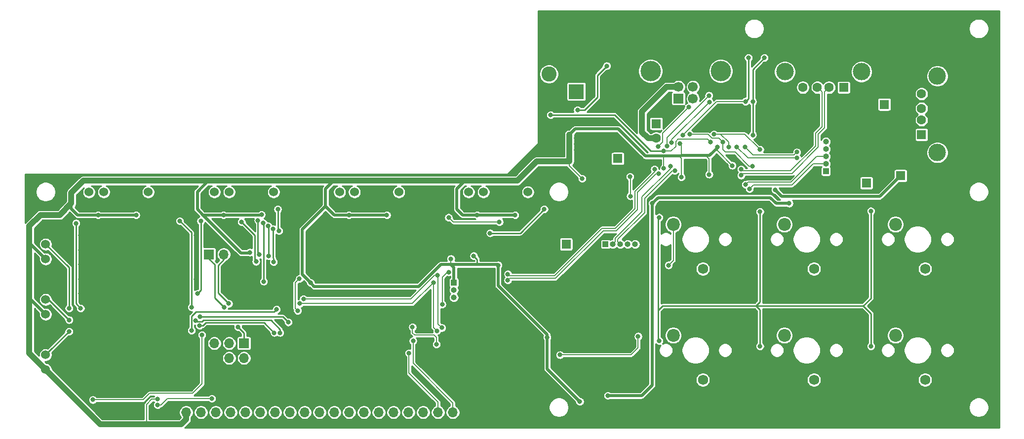
<source format=gbr>
%TF.GenerationSoftware,KiCad,Pcbnew,(5.1.7)-1*%
%TF.CreationDate,2020-11-15T19:07:40-05:00*%
%TF.ProjectId,Console,436f6e73-6f6c-4652-9e6b-696361645f70,rev?*%
%TF.SameCoordinates,Original*%
%TF.FileFunction,Copper,L2,Bot*%
%TF.FilePolarity,Positive*%
%FSLAX46Y46*%
G04 Gerber Fmt 4.6, Leading zero omitted, Abs format (unit mm)*
G04 Created by KiCad (PCBNEW (5.1.7)-1) date 2020-11-15 19:07:40*
%MOMM*%
%LPD*%
G01*
G04 APERTURE LIST*
%TA.AperFunction,ComponentPad*%
%ADD10C,1.600000*%
%TD*%
%TA.AperFunction,ComponentPad*%
%ADD11R,1.600000X1.500000*%
%TD*%
%TA.AperFunction,ComponentPad*%
%ADD12C,3.000000*%
%TD*%
%TA.AperFunction,ComponentPad*%
%ADD13R,1.500000X1.600000*%
%TD*%
%TA.AperFunction,ComponentPad*%
%ADD14C,2.600000*%
%TD*%
%TA.AperFunction,ComponentPad*%
%ADD15R,2.600000X2.600000*%
%TD*%
%TA.AperFunction,ComponentPad*%
%ADD16C,3.500000*%
%TD*%
%TA.AperFunction,ComponentPad*%
%ADD17C,1.700000*%
%TD*%
%TA.AperFunction,ComponentPad*%
%ADD18R,1.700000X1.700000*%
%TD*%
%TA.AperFunction,ComponentPad*%
%ADD19C,2.200000*%
%TD*%
%TA.AperFunction,ComponentPad*%
%ADD20C,1.750000*%
%TD*%
%TA.AperFunction,ComponentPad*%
%ADD21O,1.000000X1.000000*%
%TD*%
%TA.AperFunction,ComponentPad*%
%ADD22R,1.000000X1.000000*%
%TD*%
%TA.AperFunction,ComponentPad*%
%ADD23C,1.524000*%
%TD*%
%TA.AperFunction,ComponentPad*%
%ADD24R,1.524000X1.524000*%
%TD*%
%TA.AperFunction,ComponentPad*%
%ADD25O,1.700000X1.700000*%
%TD*%
%TA.AperFunction,ComponentPad*%
%ADD26R,1.600000X1.600000*%
%TD*%
%TA.AperFunction,ViaPad*%
%ADD27C,0.800000*%
%TD*%
%TA.AperFunction,Conductor*%
%ADD28C,1.000000*%
%TD*%
%TA.AperFunction,Conductor*%
%ADD29C,0.500000*%
%TD*%
%TA.AperFunction,Conductor*%
%ADD30C,0.250000*%
%TD*%
%TA.AperFunction,Conductor*%
%ADD31C,0.200000*%
%TD*%
%TA.AperFunction,Conductor*%
%ADD32C,0.254000*%
%TD*%
%TA.AperFunction,Conductor*%
%ADD33C,0.100000*%
%TD*%
G04 APERTURE END LIST*
D10*
%TO.P,J7,4*%
%TO.N,Net-(C33-Pad2)*%
X198833930Y-72100000D03*
%TO.P,J7,3*%
%TO.N,/USB Hub and Serial Converter/D4P*%
X201333930Y-72100000D03*
%TO.P,J7,2*%
%TO.N,/USB Hub and Serial Converter/D4N*%
X203333930Y-72100000D03*
D11*
%TO.P,J7,1*%
%TO.N,Net-(C33-Pad1)*%
X205833930Y-72100000D03*
D12*
%TO.P,J7,5*%
%TO.N,Net-(C33-Pad2)*%
X195763930Y-69390000D03*
X208903930Y-69390000D03*
%TD*%
D10*
%TO.P,J4,4*%
%TO.N,Net-(C27-Pad2)*%
X219200000Y-73200000D03*
%TO.P,J4,3*%
%TO.N,Net-(J4-Pad3)*%
X219200000Y-75700000D03*
%TO.P,J4,2*%
%TO.N,Net-(J4-Pad2)*%
X219200000Y-77700000D03*
D13*
%TO.P,J4,1*%
%TO.N,Net-(C27-Pad1)*%
X219200000Y-80200000D03*
D12*
%TO.P,J4,5*%
%TO.N,Net-(C27-Pad2)*%
X221910000Y-70130000D03*
X221910000Y-83270000D03*
%TD*%
D14*
%TO.P,J8,3*%
%TO.N,/Power/SELF_POWER*%
X155300000Y-69800000D03*
%TO.P,J8,2*%
%TO.N,GND*%
X160000000Y-66800000D03*
D15*
%TO.P,J8,1*%
%TO.N,/Power/VCC_IN*%
X160000000Y-72800000D03*
%TD*%
D16*
%TO.P,J3,5*%
%TO.N,Net-(J3-Pad5)*%
X184770000Y-69290000D03*
X172730000Y-69290000D03*
D17*
%TO.P,J3,4*%
%TO.N,Net-(C21-Pad2)*%
X177500000Y-72000000D03*
%TO.P,J3,3*%
%TO.N,/USB Hub and Serial Converter/DIN_P*%
X180000000Y-72000000D03*
%TO.P,J3,2*%
%TO.N,/USB Hub and Serial Converter/DIN_N*%
X180000000Y-74000000D03*
D18*
%TO.P,J3,1*%
%TO.N,Net-(C21-Pad1)*%
X177500000Y-74000000D03*
%TD*%
D19*
%TO.P,SW5,1*%
%TO.N,GND*%
X202020000Y-112120000D03*
%TO.P,SW5,2*%
%TO.N,/Peripherals/SW_5*%
X195670000Y-114660000D03*
D20*
%TO.P,SW5,3*%
%TO.N,GND*%
X198210000Y-122280000D03*
%TO.P,SW5,4*%
%TO.N,Net-(R7-Pad2)*%
X200750000Y-122280000D03*
%TD*%
D21*
%TO.P,J9,4*%
%TO.N,GND*%
X139000000Y-109410000D03*
%TO.P,J9,3*%
%TO.N,/Core/RXD0*%
X139000000Y-108140000D03*
%TO.P,J9,2*%
%TO.N,/USB Hub and Serial Converter/RXD*%
X139000000Y-106870000D03*
D22*
%TO.P,J9,1*%
%TO.N,+3V3*%
X139000000Y-105600000D03*
%TD*%
D23*
%TO.P,SW10,A*%
%TO.N,Net-(R58-Pad1)*%
X76420000Y-90040000D03*
%TO.P,SW10,B*%
%TO.N,Net-(R59-Pad1)*%
X78960000Y-90040000D03*
D24*
%TO.P,SW10,C*%
%TO.N,GND*%
X81500000Y-90040000D03*
%TO.P,SW10,S2*%
X84040000Y-90040000D03*
D23*
%TO.P,SW10,S1*%
%TO.N,Net-(R62-Pad1)*%
X86580000Y-90040000D03*
%TD*%
%TO.P,SW9,A*%
%TO.N,Net-(R52-Pad1)*%
X141520000Y-90040000D03*
%TO.P,SW9,B*%
%TO.N,Net-(R53-Pad1)*%
X144060000Y-90040000D03*
D24*
%TO.P,SW9,C*%
%TO.N,GND*%
X146600000Y-90040000D03*
%TO.P,SW9,S2*%
X149140000Y-90040000D03*
D23*
%TO.P,SW9,S1*%
%TO.N,Net-(R56-Pad1)*%
X151680000Y-90040000D03*
%TD*%
%TO.P,SW8,A*%
%TO.N,Net-(R46-Pad1)*%
X119420000Y-90040000D03*
%TO.P,SW8,B*%
%TO.N,Net-(R47-Pad1)*%
X121960000Y-90040000D03*
D24*
%TO.P,SW8,C*%
%TO.N,GND*%
X124500000Y-90040000D03*
%TO.P,SW8,S2*%
X127040000Y-90040000D03*
D23*
%TO.P,SW8,S1*%
%TO.N,Net-(R50-Pad1)*%
X129580000Y-90040000D03*
%TD*%
%TO.P,SW7,A*%
%TO.N,Net-(R40-Pad1)*%
X97920000Y-90040000D03*
%TO.P,SW7,B*%
%TO.N,Net-(R41-Pad1)*%
X100460000Y-90040000D03*
D24*
%TO.P,SW7,C*%
%TO.N,GND*%
X103000000Y-90040000D03*
%TO.P,SW7,S2*%
X105540000Y-90040000D03*
D23*
%TO.P,SW7,S1*%
%TO.N,Net-(R44-Pad1)*%
X108080000Y-90040000D03*
%TD*%
D21*
%TO.P,J6,5*%
%TO.N,Net-(C32-Pad2)*%
X202800000Y-81420000D03*
%TO.P,J6,4*%
X202800000Y-82690000D03*
%TO.P,J6,3*%
%TO.N,/USB Hub and Serial Converter/D3P*%
X202800000Y-83960000D03*
%TO.P,J6,2*%
%TO.N,/USB Hub and Serial Converter/D3N*%
X202800000Y-85230000D03*
D22*
%TO.P,J6,1*%
%TO.N,Net-(C32-Pad1)*%
X202800000Y-86500000D03*
%TD*%
D21*
%TO.P,J5,5*%
%TO.N,Net-(C26-Pad2)*%
X170080000Y-99000000D03*
%TO.P,J5,4*%
X168810000Y-99000000D03*
%TO.P,J5,3*%
%TO.N,/USB Hub and Serial Converter/D2P*%
X167540000Y-99000000D03*
%TO.P,J5,2*%
%TO.N,/USB Hub and Serial Converter/D2N*%
X166270000Y-99000000D03*
D22*
%TO.P,J5,1*%
%TO.N,Net-(C26-Pad1)*%
X165000000Y-99000000D03*
%TD*%
D23*
%TO.P,RV3,1*%
%TO.N,+3V3*%
X69000000Y-120540000D03*
D24*
%TO.P,RV3,3*%
%TO.N,GND*%
X69000000Y-115460000D03*
D23*
%TO.P,RV3,2*%
%TO.N,/Peripherals/SLD3*%
X69000000Y-118000000D03*
%TD*%
%TO.P,RV2,1*%
%TO.N,+3V3*%
X69000000Y-111040000D03*
D24*
%TO.P,RV2,3*%
%TO.N,GND*%
X69000000Y-105960000D03*
D23*
%TO.P,RV2,2*%
%TO.N,/Peripherals/SLD2*%
X69000000Y-108500000D03*
%TD*%
%TO.P,RV1,1*%
%TO.N,+3V3*%
X69000000Y-101540000D03*
D24*
%TO.P,RV1,3*%
%TO.N,GND*%
X69000000Y-96460000D03*
D23*
%TO.P,RV1,2*%
%TO.N,/Peripherals/SLD1*%
X69000000Y-99000000D03*
%TD*%
D25*
%TO.P,J2,2*%
%TO.N,/Peripherals/RXD*%
X99540000Y-100750000D03*
D18*
%TO.P,J2,1*%
%TO.N,/Peripherals/TXD*%
X97000000Y-100750000D03*
%TD*%
D25*
%TO.P,J1,6*%
%TO.N,GND*%
X97920000Y-118540000D03*
%TO.P,J1,5*%
%TO.N,/Peripherals/~RESET*%
X97920000Y-116000000D03*
%TO.P,J1,4*%
%TO.N,/Peripherals/CODI*%
X100460000Y-118540000D03*
%TO.P,J1,3*%
%TO.N,/Peripherals/SCLK*%
X100460000Y-116000000D03*
%TO.P,J1,2*%
%TO.N,+3V3*%
X103000000Y-118540000D03*
D18*
%TO.P,J1,1*%
%TO.N,/Peripherals/CIDO*%
X103000000Y-116000000D03*
%TD*%
D25*
%TO.P,U10,20*%
%TO.N,/Core/OLED_BS2*%
X138810000Y-127850000D03*
%TO.P,U10,19*%
%TO.N,/Core/OLED_BS1*%
X136270000Y-127850000D03*
%TO.P,U10,18*%
%TO.N,Net-(U10-Pad18)*%
X133730000Y-127850000D03*
%TO.P,U10,17*%
%TO.N,/Core/OLED_~CS*%
X131190000Y-127850000D03*
%TO.P,U10,16*%
%TO.N,/Core/OLED_~RESET*%
X128650000Y-127850000D03*
%TO.P,U10,15*%
%TO.N,Net-(U10-Pad15)*%
X126110000Y-127850000D03*
%TO.P,U10,14*%
%TO.N,/Core/OLED_D7*%
X123570000Y-127850000D03*
%TO.P,U10,13*%
%TO.N,/Core/OLED_D6*%
X121030000Y-127850000D03*
%TO.P,U10,12*%
%TO.N,/Core/OLED_D5*%
X118490000Y-127850000D03*
%TO.P,U10,11*%
%TO.N,/Core/OLED_D4*%
X115950000Y-127850000D03*
%TO.P,U10,10*%
%TO.N,/Core/OLED_D3*%
X113410000Y-127850000D03*
%TO.P,U10,9*%
%TO.N,/Core/OLED_D2*%
X110870000Y-127850000D03*
%TO.P,U10,8*%
%TO.N,/Core/OLED_D1*%
X108330000Y-127850000D03*
%TO.P,U10,7*%
%TO.N,/Core/OLED_D0*%
X105790000Y-127850000D03*
%TO.P,U10,6*%
%TO.N,/Core/OLED_EN*%
X103250000Y-127850000D03*
%TO.P,U10,5*%
%TO.N,/Core/OLED_RW*%
X100710000Y-127850000D03*
%TO.P,U10,4*%
%TO.N,/Core/OLED_DC*%
X98170000Y-127850000D03*
%TO.P,U10,3*%
%TO.N,Net-(U10-Pad3)*%
X95630000Y-127850000D03*
%TO.P,U10,2*%
%TO.N,+3V3*%
X93090000Y-127850000D03*
D18*
%TO.P,U10,1*%
%TO.N,GND*%
X90550000Y-127850000D03*
%TD*%
D19*
%TO.P,SW6,1*%
%TO.N,GND*%
X221070000Y-112120000D03*
%TO.P,SW6,2*%
%TO.N,/Peripherals/SW_6*%
X214720000Y-114660000D03*
D20*
%TO.P,SW6,3*%
%TO.N,GND*%
X217260000Y-122280000D03*
%TO.P,SW6,4*%
%TO.N,Net-(R8-Pad2)*%
X219800000Y-122280000D03*
%TD*%
D19*
%TO.P,SW4,1*%
%TO.N,GND*%
X182970000Y-112120000D03*
%TO.P,SW4,2*%
%TO.N,/Peripherals/SW_4*%
X176620000Y-114660000D03*
D20*
%TO.P,SW4,3*%
%TO.N,GND*%
X179160000Y-122280000D03*
%TO.P,SW4,4*%
%TO.N,Net-(R6-Pad2)*%
X181700000Y-122280000D03*
%TD*%
D19*
%TO.P,SW3,1*%
%TO.N,GND*%
X221070000Y-93070000D03*
%TO.P,SW3,2*%
%TO.N,/Peripherals/SW_3*%
X214720000Y-95610000D03*
D20*
%TO.P,SW3,3*%
%TO.N,GND*%
X217260000Y-103230000D03*
%TO.P,SW3,4*%
%TO.N,Net-(R5-Pad2)*%
X219800000Y-103230000D03*
%TD*%
D19*
%TO.P,SW2,1*%
%TO.N,GND*%
X202020000Y-93070000D03*
%TO.P,SW2,2*%
%TO.N,/Peripherals/SW_2*%
X195670000Y-95610000D03*
D20*
%TO.P,SW2,3*%
%TO.N,GND*%
X198210000Y-103230000D03*
%TO.P,SW2,4*%
%TO.N,Net-(R4-Pad2)*%
X200750000Y-103230000D03*
%TD*%
D19*
%TO.P,SW1,1*%
%TO.N,GND*%
X182970000Y-93070000D03*
%TO.P,SW1,2*%
%TO.N,/Peripherals/SW_1*%
X176620000Y-95610000D03*
D20*
%TO.P,SW1,3*%
%TO.N,GND*%
X179160000Y-103230000D03*
%TO.P,SW1,4*%
%TO.N,Net-(R3-Pad2)*%
X181700000Y-103230000D03*
%TD*%
D10*
%TO.P,C37,2*%
%TO.N,GND*%
X169600000Y-84300000D03*
D26*
%TO.P,C37,1*%
%TO.N,+5V*%
X167100000Y-84300000D03*
%TD*%
D10*
%TO.P,C31,2*%
%TO.N,GND*%
X212800000Y-77500000D03*
D26*
%TO.P,C31,1*%
%TO.N,/USB Hub and Serial Converter/VBUS_D*%
X212800000Y-75000000D03*
%TD*%
D10*
%TO.P,C30,2*%
%TO.N,GND*%
X209750000Y-86000000D03*
D26*
%TO.P,C30,1*%
%TO.N,/USB Hub and Serial Converter/VBUS_C*%
X209750000Y-88500000D03*
%TD*%
D10*
%TO.P,C25,2*%
%TO.N,GND*%
X218100000Y-87250000D03*
D26*
%TO.P,C25,1*%
%TO.N,/USB Hub and Serial Converter/VBUS_A*%
X215600000Y-87250000D03*
%TD*%
D10*
%TO.P,C24,2*%
%TO.N,GND*%
X155750000Y-99000000D03*
D26*
%TO.P,C24,1*%
%TO.N,/USB Hub and Serial Converter/VBUS_B*%
X158250000Y-99000000D03*
%TD*%
D10*
%TO.P,C21,2*%
%TO.N,Net-(C21-Pad2)*%
X173700000Y-80800000D03*
D26*
%TO.P,C21,1*%
%TO.N,Net-(C21-Pad1)*%
X173700000Y-78300000D03*
%TD*%
D27*
%TO.N,GND*%
X161000000Y-78000000D03*
X100200000Y-104900000D03*
X97600000Y-113600000D03*
X98800000Y-113600000D03*
X164000000Y-84600000D03*
X164000000Y-85600000D03*
X164000000Y-86600000D03*
X165000000Y-86600000D03*
X165000000Y-85600000D03*
X165000000Y-84600000D03*
X166000000Y-86600000D03*
X160000000Y-80800000D03*
X160000000Y-81800000D03*
X160000000Y-82800000D03*
X161200000Y-82800000D03*
X161200000Y-81800000D03*
X161200000Y-80800000D03*
X162400000Y-80800000D03*
X162400000Y-81800000D03*
X162400000Y-82800000D03*
X163600000Y-82800000D03*
X163600000Y-81800000D03*
X163600000Y-80800000D03*
X164800000Y-81800000D03*
X164800000Y-80800000D03*
X164800000Y-82800000D03*
X120000000Y-117500000D03*
X122500000Y-117500000D03*
X125000000Y-117500000D03*
X127500000Y-117500000D03*
X130000000Y-117500000D03*
X130000000Y-115000000D03*
X127500000Y-115000000D03*
X125000000Y-115000000D03*
X122500000Y-115000000D03*
X120000000Y-115000000D03*
X120000000Y-112500000D03*
X130000000Y-112500000D03*
X127500000Y-112500000D03*
X127500000Y-110000000D03*
X130000000Y-110000000D03*
X130000000Y-107500000D03*
X127500000Y-107500000D03*
X120000000Y-110000000D03*
X120000000Y-107500000D03*
X120000000Y-102500000D03*
X122500000Y-102500000D03*
X125000000Y-102500000D03*
X127500000Y-102500000D03*
X130000000Y-102500000D03*
X130000000Y-105000000D03*
X127500000Y-105000000D03*
X125000000Y-105000000D03*
X122500000Y-105000000D03*
X120000000Y-105000000D03*
X110200000Y-93000000D03*
X101400000Y-95100000D03*
X99500000Y-95100000D03*
X98400000Y-95100000D03*
X109100000Y-98500000D03*
X109100000Y-99600000D03*
X110300000Y-98500000D03*
X117000000Y-93999978D03*
X114000000Y-99000000D03*
X114000000Y-101000000D03*
X124000000Y-93150000D03*
X130355025Y-94144975D03*
X104000000Y-95000000D03*
X104000000Y-93000000D03*
X105500000Y-93000000D03*
X148000000Y-110000000D03*
X148000000Y-111500000D03*
X146500000Y-93000000D03*
X138000000Y-92500000D03*
X138000000Y-91000000D03*
X138000000Y-89500000D03*
X115500000Y-91000000D03*
X115500000Y-89500000D03*
X115500000Y-92500000D03*
X93500000Y-91000000D03*
X93500000Y-89500000D03*
X96500000Y-91000000D03*
X183600000Y-90150000D03*
X181000000Y-79000000D03*
X104600000Y-124400000D03*
X107200000Y-123800000D03*
X109600000Y-123200000D03*
X112000000Y-122800000D03*
X114600000Y-122200000D03*
X117200000Y-122200000D03*
X122400000Y-122600000D03*
X126000000Y-123200000D03*
X134400000Y-123200000D03*
X187200012Y-87799988D03*
X178250000Y-89500000D03*
X94800000Y-105000000D03*
X72000000Y-105800000D03*
X72000000Y-107000000D03*
X80000000Y-122500000D03*
X82500000Y-122500000D03*
X85000000Y-122500000D03*
X87500000Y-122500000D03*
X75000000Y-100000000D03*
X75000000Y-102500000D03*
X75000000Y-105000000D03*
X75000000Y-107500000D03*
X75000000Y-97500000D03*
X92500000Y-97500000D03*
X92500000Y-100000000D03*
X92500000Y-102500000D03*
X92500000Y-105000000D03*
X92500000Y-107500000D03*
X92500000Y-109750000D03*
X94800000Y-97500000D03*
X97500000Y-97500000D03*
X102500000Y-97500000D03*
X190000000Y-106000000D03*
X190000000Y-104000000D03*
X193000000Y-104000000D03*
X193000000Y-106000000D03*
X193000000Y-100000000D03*
X190000000Y-111000000D03*
X193000000Y-111000000D03*
X209000000Y-104000000D03*
X212000000Y-104000000D03*
X212000000Y-106000000D03*
X209000000Y-106000000D03*
X212000000Y-109000000D03*
X212000000Y-111000000D03*
X209000000Y-111000000D03*
X228000000Y-104000000D03*
X228000000Y-106000000D03*
X228000000Y-109000000D03*
X228000000Y-111000000D03*
X231000000Y-111000000D03*
X231000000Y-109000000D03*
X231000000Y-106000000D03*
X231000000Y-104000000D03*
X209000000Y-100000000D03*
X212000000Y-100000000D03*
X204000000Y-78000000D03*
X201000000Y-78000000D03*
X200000000Y-78000000D03*
X205000000Y-78000000D03*
X204000000Y-80500000D03*
X205000000Y-80500000D03*
X176000000Y-75500000D03*
X175000000Y-75500000D03*
X154500000Y-83500000D03*
X153500000Y-83500000D03*
X154500000Y-82500000D03*
X153500000Y-82500000D03*
X154500000Y-86500000D03*
X153500000Y-86500000D03*
X155500000Y-83500000D03*
X156500000Y-83500000D03*
X157500000Y-83500000D03*
X157500000Y-86500000D03*
X156500000Y-86500000D03*
X155500000Y-86500000D03*
X154500000Y-87500000D03*
X153500000Y-87500000D03*
X155500000Y-87500000D03*
X156500000Y-87500000D03*
X157500000Y-87500000D03*
X149000000Y-110000000D03*
X149000000Y-111500000D03*
X150000000Y-111500000D03*
X152000000Y-110000000D03*
X153000000Y-110000000D03*
X154000000Y-110000000D03*
X154000000Y-111500000D03*
X155000000Y-111500000D03*
X155000000Y-110000000D03*
X142000000Y-121000000D03*
X144000000Y-121000000D03*
X146000000Y-121000000D03*
X148000000Y-121000000D03*
X150000000Y-121000000D03*
X152000000Y-121000000D03*
X156000000Y-103500000D03*
X157000000Y-102500000D03*
X158000000Y-101500000D03*
X160000000Y-102500000D03*
X161000000Y-103500000D03*
X159000000Y-103500000D03*
X161500000Y-119000000D03*
X163500000Y-119000000D03*
X165000000Y-119000000D03*
X167000000Y-119000000D03*
X165000000Y-116000000D03*
X167000000Y-116000000D03*
X161500000Y-113500000D03*
X161500000Y-116000000D03*
X163500000Y-113500000D03*
X165000000Y-113500000D03*
X167000000Y-113500000D03*
X224500000Y-111000000D03*
X224500000Y-113000000D03*
X224500000Y-115000000D03*
X224500000Y-119500000D03*
X224500000Y-121500000D03*
X224500000Y-123500000D03*
X228000000Y-123500000D03*
X228000000Y-121500000D03*
X228000000Y-119500000D03*
X228000000Y-115000000D03*
X228000000Y-113000000D03*
X193250000Y-78250000D03*
X194500000Y-79250000D03*
X185231634Y-78023613D03*
X185750000Y-75250000D03*
X187000000Y-75250000D03*
%TO.N,+3V3*%
X149500000Y-94000000D03*
X143000000Y-94000000D03*
X99500000Y-94000000D03*
X78000000Y-94000000D03*
X84500000Y-94000000D03*
X127500000Y-94000000D03*
X158800000Y-80800000D03*
X158800000Y-81800000D03*
X158800000Y-82800000D03*
X104000000Y-100400000D03*
X114400000Y-105600000D03*
X88200000Y-125600000D03*
X106005849Y-93937851D03*
X121000000Y-93999968D03*
X142400000Y-101000000D03*
X146599988Y-102600000D03*
X174200000Y-115600000D03*
X174200000Y-94400000D03*
X161000000Y-87750000D03*
X175000000Y-86000000D03*
X184200000Y-82300000D03*
X182780025Y-87019975D03*
X210499998Y-93300000D03*
X210499997Y-116499997D03*
X191499997Y-116500003D03*
X191500000Y-93400000D03*
X160600000Y-126000000D03*
X155000000Y-115000000D03*
X178000000Y-87500000D03*
X186750000Y-85500000D03*
X177750006Y-81694975D03*
X138500000Y-101500000D03*
%TO.N,+5V*%
X173000002Y-92000000D03*
X196500000Y-92000000D03*
X165400000Y-125000000D03*
%TO.N,/USB Hub and Serial Converter/VBUS_A*%
X194095001Y-89655001D03*
%TO.N,/Peripherals/ENC2_B*%
X102600000Y-95200000D03*
X105074990Y-101993306D03*
%TO.N,/Peripherals/ENC2_A*%
X95600000Y-95000000D03*
X95000000Y-107500000D03*
%TO.N,/Peripherals/ENC2_SW*%
X108800000Y-93000000D03*
X109000000Y-96700000D03*
%TO.N,/Peripherals/ENC3_B*%
X106305317Y-95337862D03*
X106400000Y-105400000D03*
%TO.N,/Peripherals/ENC3_A*%
X105600012Y-100775021D03*
X105408505Y-94895424D03*
%TO.N,/Peripherals/ENC3_SW*%
X138100000Y-94399989D03*
X146800000Y-95200000D03*
%TO.N,/Peripherals/ENC4_B*%
X108094438Y-102047219D03*
X108000000Y-96400000D03*
%TO.N,/Peripherals/ENC4_A*%
X107200000Y-101000000D03*
X107151990Y-95869998D03*
%TO.N,/Peripherals/ENC1_B*%
X94000008Y-109800000D03*
X92000000Y-95000000D03*
%TO.N,/Peripherals/ENC1_A*%
X74200000Y-95400000D03*
X75000000Y-110000000D03*
%TO.N,VBUS*%
X145200000Y-97100000D03*
X169250000Y-90750000D03*
X169200000Y-87400000D03*
X154499994Y-93000000D03*
X179250000Y-75500000D03*
X174000000Y-82250000D03*
%TO.N,/Core/EN*%
X88200000Y-126600013D03*
X97500000Y-125500000D03*
%TO.N,/USB Hub and Serial Converter/DIN_N*%
X182800000Y-74600000D03*
X176349988Y-81552495D03*
%TO.N,/USB Hub and Serial Converter/DIN_P*%
X182725000Y-73475000D03*
X175539776Y-82138652D03*
%TO.N,/USB Hub and Serial Converter/D4N*%
X188250458Y-87175000D03*
%TO.N,/USB Hub and Serial Converter/D4P*%
X188250458Y-86125000D03*
%TO.N,/USB Hub and Serial Converter/D3N*%
X189699989Y-89500000D03*
%TO.N,/USB Hub and Serial Converter/D3P*%
X189000000Y-88750000D03*
%TO.N,/USB Hub and Serial Converter/D2N*%
X176128768Y-85628768D03*
%TO.N,/USB Hub and Serial Converter/D2P*%
X176871232Y-86371232D03*
%TO.N,/USB Hub and Serial Converter/D1N*%
X148250000Y-104125000D03*
X173402817Y-86152817D03*
%TO.N,/USB Hub and Serial Converter/D1P*%
X148250000Y-105175000D03*
X174145281Y-86895281D03*
%TO.N,Net-(D12-Pad2)*%
X160200000Y-76000000D03*
X165200000Y-68400000D03*
%TO.N,/Peripherals/~RESET*%
X108600000Y-110200000D03*
X94000000Y-113800000D03*
%TO.N,/Peripherals/CIDO*%
X102000000Y-113225032D03*
%TO.N,/Peripherals/RXD*%
X100400000Y-109200000D03*
%TO.N,/Peripherals/TXD*%
X99588582Y-109812621D03*
%TO.N,/Peripherals/LED*%
X77100000Y-125700000D03*
X95812653Y-114587347D03*
%TO.N,/USB Hub and Serial Converter/EEPROM_SDA*%
X189000000Y-74500000D03*
X189500000Y-67000000D03*
X178250000Y-80294973D03*
%TO.N,/USB Hub and Serial Converter/EEPROM_SCL*%
X190250000Y-80250000D03*
X190250000Y-74500000D03*
X192250000Y-67000000D03*
%TO.N,/Core/SUSPEND_SENSE*%
X137000000Y-109300000D03*
X138100000Y-103800000D03*
%TO.N,/Power/SELF_POWER*%
X155600000Y-76800000D03*
X183000000Y-81500000D03*
X175000008Y-83000000D03*
%TO.N,/Peripherals/SW_1*%
X175800000Y-102600000D03*
%TO.N,/Peripherals/SLD1*%
X110600000Y-112400000D03*
X95443833Y-111448371D03*
X73000000Y-110000000D03*
%TO.N,/Peripherals/SLD2*%
X109200012Y-114200000D03*
X94725010Y-112143581D03*
X72998960Y-111999989D03*
%TO.N,/Peripherals/SLD3*%
X95404543Y-112975022D03*
X108200000Y-114200000D03*
X73000001Y-114000000D03*
%TO.N,/Peripherals/SPARE*%
X112200000Y-110400000D03*
X112516827Y-104918924D03*
%TO.N,/Core/SCL*%
X113200000Y-108400000D03*
X136215000Y-104315000D03*
X136955013Y-113344977D03*
%TO.N,/Core/SDA*%
X112600000Y-109200000D03*
X136098520Y-113861159D03*
X135515000Y-105585000D03*
%TO.N,/Core/BTN_INT*%
X170600000Y-114800000D03*
X157200000Y-118000000D03*
%TO.N,/USB Hub and Serial Converter/~OVR1*%
X190200000Y-85600000D03*
X185094982Y-81494983D03*
X179444987Y-80144977D03*
%TO.N,/USB Hub and Serial Converter/~OVR2*%
X183600000Y-80105013D03*
X186099990Y-82299990D03*
X191500000Y-82749999D03*
%TO.N,/USB Hub and Serial Converter/~OVR3*%
X197800000Y-84200000D03*
X187500003Y-82299997D03*
%TO.N,/USB Hub and Serial Converter/~OVR4*%
X197800000Y-83200000D03*
X188900000Y-82300000D03*
%TO.N,/Core/OLED_BS1*%
X131299990Y-117688627D03*
%TO.N,/Core/OLED_BS2*%
X132000000Y-115600000D03*
%TO.N,/Core/LED*%
X131900000Y-113200000D03*
X136000000Y-116200000D03*
%TD*%
D28*
%TO.N,+3V3*%
X75500000Y-88100000D02*
X73400000Y-90200000D01*
X73400000Y-90200000D02*
X73400000Y-92000000D01*
X73400000Y-92000000D02*
X71400000Y-94000000D01*
X71400000Y-94000000D02*
X68100000Y-94000000D01*
X68100000Y-94000000D02*
X66200000Y-95900000D01*
X66200000Y-117740000D02*
X69000000Y-120540000D01*
D29*
X69000000Y-101540000D02*
X66200000Y-98740000D01*
X66200000Y-98740000D02*
X66200000Y-98400000D01*
D28*
X66200000Y-95900000D02*
X66200000Y-98400000D01*
D29*
X66200000Y-108240000D02*
X66200000Y-107400000D01*
D28*
X66200000Y-107400000D02*
X66200000Y-117740000D01*
D29*
X69000000Y-111040000D02*
X66200000Y-108240000D01*
D28*
X66200000Y-98400000D02*
X66200000Y-107400000D01*
X93090000Y-129052081D02*
X93090000Y-127850000D01*
X92242081Y-129900000D02*
X93090000Y-129052081D01*
X69000000Y-120540000D02*
X78360000Y-129900000D01*
D29*
X141100000Y-88100000D02*
X140900000Y-88100000D01*
D28*
X141100000Y-88100000D02*
X139400000Y-88100000D01*
D29*
X140900000Y-88100000D02*
X139500000Y-89500000D01*
X139500000Y-93000000D02*
X140500000Y-94000000D01*
X139500000Y-89500000D02*
X139500000Y-93000000D01*
X143500000Y-94000000D02*
X149500000Y-94000000D01*
X118100000Y-88100000D02*
X118100000Y-88400000D01*
D28*
X139400000Y-88100000D02*
X118100000Y-88100000D01*
D29*
X118100000Y-88400000D02*
X117000000Y-89500000D01*
X117000000Y-89500000D02*
X117000000Y-92500000D01*
X140500000Y-94000000D02*
X143000000Y-94000000D01*
X143000000Y-94000000D02*
X143500000Y-94000000D01*
X96900000Y-88100000D02*
X95000000Y-90000000D01*
D28*
X118100000Y-88100000D02*
X96900000Y-88100000D01*
X96900000Y-88100000D02*
X75500000Y-88100000D01*
D29*
X95000000Y-90000000D02*
X95000000Y-93000000D01*
X95000000Y-93000000D02*
X96000000Y-94000000D01*
X96000000Y-94000000D02*
X99500000Y-94000000D01*
X73400000Y-92000000D02*
X73400000Y-92900000D01*
X74500000Y-94000000D02*
X78000000Y-94000000D01*
X73400000Y-92900000D02*
X74500000Y-94000000D01*
X78000000Y-94000000D02*
X84500000Y-94000000D01*
X96000000Y-94000000D02*
X102500000Y-100500000D01*
X102500000Y-100500000D02*
X104000000Y-100500000D01*
D28*
X158800000Y-80600000D02*
X158800000Y-80800000D01*
X149900000Y-88100000D02*
X141100000Y-88100000D01*
X153200000Y-84800000D02*
X149900000Y-88100000D01*
X158800000Y-84800000D02*
X153200000Y-84800000D01*
X158800000Y-80800000D02*
X158800000Y-81800000D01*
X158800000Y-81800000D02*
X158800000Y-82800000D01*
X158800000Y-82800000D02*
X158800000Y-84800000D01*
D30*
X104000000Y-100500000D02*
X104000000Y-100400000D01*
D31*
X88200000Y-125600000D02*
X87200000Y-125600000D01*
X86300000Y-126500000D02*
X86300000Y-129900000D01*
X87200000Y-125600000D02*
X86300000Y-126500000D01*
D28*
X86300000Y-129900000D02*
X92242081Y-129900000D01*
X78360000Y-129900000D02*
X86300000Y-129900000D01*
D29*
X99500000Y-94000000D02*
X105943700Y-94000000D01*
X105943700Y-94000000D02*
X106005849Y-93937851D01*
X118499968Y-93999968D02*
X121000000Y-93999968D01*
X121000032Y-94000000D02*
X121000000Y-93999968D01*
X127500000Y-94000000D02*
X121000032Y-94000000D01*
X117000000Y-92500000D02*
X118499968Y-93999968D01*
X138500000Y-102500000D02*
X143000000Y-102500000D01*
D30*
X143000000Y-101600000D02*
X142400000Y-101000000D01*
X143000000Y-102500000D02*
X143000000Y-101600000D01*
D29*
X146499988Y-102500000D02*
X146599988Y-102600000D01*
X143000000Y-102500000D02*
X146499988Y-102500000D01*
D30*
X188800000Y-109600000D02*
X208000000Y-109600000D01*
X188800000Y-109600000D02*
X189000000Y-109600000D01*
X189000000Y-109600000D02*
X190800000Y-109600000D01*
X208000000Y-109600000D02*
X209200000Y-109600000D01*
X174800000Y-109600000D02*
X188800000Y-109600000D01*
X174200000Y-110200000D02*
X174800000Y-109600000D01*
X174000000Y-94600000D02*
X174200000Y-94400000D01*
X174200000Y-110200000D02*
X174000000Y-110400000D01*
X174000000Y-110400000D02*
X174000000Y-94600000D01*
X174000000Y-112800000D02*
X174000000Y-110400000D01*
X174000000Y-115400000D02*
X174000000Y-112800000D01*
X174200000Y-115600000D02*
X174000000Y-115400000D01*
D28*
X158800000Y-80800000D02*
X158800000Y-80200000D01*
D31*
X158800000Y-85550000D02*
X158800000Y-84800000D01*
X161000000Y-87750000D02*
X158800000Y-85550000D01*
X175000000Y-86000000D02*
X175000000Y-84000000D01*
D29*
X182850000Y-83800000D02*
X184200000Y-82450000D01*
X184200000Y-82450000D02*
X184200000Y-82300000D01*
D31*
X182780025Y-84380025D02*
X182200000Y-83800000D01*
X182780025Y-87019975D02*
X182780025Y-84380025D01*
D29*
X182200000Y-83800000D02*
X182850000Y-83800000D01*
X178000000Y-83800000D02*
X182200000Y-83800000D01*
X177930014Y-83869986D02*
X178000000Y-83800000D01*
X171869986Y-83869986D02*
X177930014Y-83869986D01*
X167200000Y-79200000D02*
X171869986Y-83869986D01*
X159800000Y-79200000D02*
X167200000Y-79200000D01*
X158800000Y-80200000D02*
X159800000Y-79200000D01*
D30*
X209200000Y-109600000D02*
X210499998Y-108300002D01*
X210499998Y-108300002D02*
X210499998Y-93865685D01*
X210499998Y-93865685D02*
X210499998Y-93300000D01*
X210500000Y-116499994D02*
X210499997Y-116499997D01*
X210500000Y-110900000D02*
X210500000Y-116499994D01*
X209200000Y-109600000D02*
X210500000Y-110900000D01*
X191500000Y-116500000D02*
X191499997Y-116500003D01*
X191500000Y-110300000D02*
X191500000Y-116500000D01*
X190800000Y-109600000D02*
X191500000Y-110300000D01*
X191500000Y-108900000D02*
X191500000Y-93400000D01*
X190800000Y-109600000D02*
X191500000Y-108900000D01*
D29*
X139000000Y-103000000D02*
X139000000Y-105600000D01*
X138500000Y-102500000D02*
X139000000Y-103000000D01*
X155000000Y-120400000D02*
X155000000Y-115000000D01*
X160600000Y-126000000D02*
X155000000Y-120400000D01*
X155000000Y-114500000D02*
X155000000Y-115000000D01*
X146599988Y-106099988D02*
X155000000Y-114500000D01*
X146599988Y-102600000D02*
X146599988Y-106099988D01*
D31*
X178000000Y-87500000D02*
X178000000Y-84250000D01*
X178000000Y-84250000D02*
X177750000Y-84000000D01*
D29*
X113000000Y-104200000D02*
X114400000Y-105600000D01*
X113000000Y-96500000D02*
X113000000Y-104200000D01*
X117000000Y-92500000D02*
X113000000Y-96500000D01*
D31*
X184200000Y-82950000D02*
X186750000Y-85500000D01*
X184200000Y-82300000D02*
X184200000Y-82950000D01*
X178000000Y-83800000D02*
X178000000Y-81944969D01*
X178000000Y-81944969D02*
X177750006Y-81694975D01*
D29*
X133006163Y-106250000D02*
X136756163Y-102500000D01*
X136756163Y-102500000D02*
X138500000Y-102500000D01*
X114400000Y-105600000D02*
X115050000Y-106250000D01*
X115050000Y-106250000D02*
X133006163Y-106250000D01*
D31*
X138500000Y-101500000D02*
X138500000Y-102500000D01*
D29*
%TO.N,+5V*%
X194250000Y-92000000D02*
X196500000Y-92000000D01*
X193250000Y-91000000D02*
X194250000Y-92000000D01*
X174000002Y-91000000D02*
X193250000Y-91000000D01*
X173000002Y-92000000D02*
X174000002Y-91000000D01*
X171200000Y-125000000D02*
X165400000Y-125000000D01*
X173000002Y-123199998D02*
X171200000Y-125000000D01*
X173000002Y-92000000D02*
X173000002Y-123199998D01*
%TO.N,/USB Hub and Serial Converter/VBUS_A*%
X195240000Y-90800000D02*
X194095001Y-89655001D01*
X215250000Y-87600000D02*
X212050000Y-90800000D01*
X212050000Y-90800000D02*
X195240000Y-90800000D01*
X215600000Y-87600000D02*
X215250000Y-87600000D01*
D30*
%TO.N,/Peripherals/ENC2_B*%
X104874988Y-97474988D02*
X104874988Y-101793304D01*
X102600000Y-95200000D02*
X104874988Y-97474988D01*
X104874988Y-101793304D02*
X105074990Y-101993306D01*
%TO.N,/Peripherals/ENC2_A*%
X95600000Y-106900000D02*
X95000000Y-107500000D01*
X95600000Y-95000000D02*
X95600000Y-106900000D01*
%TO.N,/Peripherals/ENC2_SW*%
X108800000Y-93000000D02*
X108800000Y-96500000D01*
X108800000Y-96500000D02*
X109000000Y-96700000D01*
%TO.N,/Peripherals/ENC3_B*%
X106400000Y-95432545D02*
X106305317Y-95337862D01*
X106400000Y-105400000D02*
X106400000Y-95432545D01*
%TO.N,/Peripherals/ENC3_A*%
X105600012Y-100775021D02*
X105408505Y-100583514D01*
X105408505Y-100583514D02*
X105408505Y-94895424D01*
D31*
%TO.N,/Peripherals/ENC3_SW*%
X138900011Y-95200000D02*
X146800000Y-95200000D01*
X138100000Y-94399989D02*
X138900011Y-95200000D01*
D30*
%TO.N,/Peripherals/ENC4_B*%
X108000000Y-101387096D02*
X108000000Y-96400000D01*
X108094438Y-101481534D02*
X108000000Y-101387096D01*
X108094438Y-102047219D02*
X108094438Y-101481534D01*
%TO.N,/Peripherals/ENC4_A*%
X107200000Y-95918008D02*
X107151990Y-95869998D01*
X107200000Y-101000000D02*
X107200000Y-95918008D01*
%TO.N,/Peripherals/ENC1_B*%
X94000008Y-109800000D02*
X94000008Y-97000008D01*
X94000008Y-97000008D02*
X92000000Y-95000000D01*
%TO.N,/Peripherals/ENC1_A*%
X74200000Y-109200000D02*
X75000000Y-110000000D01*
X74200000Y-95400000D02*
X74200000Y-109200000D01*
D31*
%TO.N,VBUS*%
X169250000Y-87450000D02*
X169250000Y-90750000D01*
X169200000Y-87400000D02*
X169250000Y-87450000D01*
D30*
X145200000Y-97100000D02*
X150399994Y-97100000D01*
X150399994Y-97100000D02*
X154499994Y-93000000D01*
D31*
X174800001Y-81449999D02*
X174000000Y-82250000D01*
X174800001Y-79949999D02*
X174800001Y-81449999D01*
X179250000Y-75500000D02*
X174800001Y-79949999D01*
%TO.N,/Core/EN*%
X88765685Y-126600013D02*
X88200000Y-126600013D01*
X89865698Y-125500000D02*
X88765685Y-126600013D01*
X97500000Y-125500000D02*
X89865698Y-125500000D01*
%TO.N,/USB Hub and Serial Converter/DIN_N*%
X182800000Y-74600000D02*
X182800000Y-74600000D01*
X182800000Y-74600000D02*
X176349988Y-81050012D01*
X176349988Y-81050012D02*
X176349988Y-81552495D01*
%TO.N,/USB Hub and Serial Converter/DIN_P*%
X182750000Y-73525000D02*
X175539776Y-80735224D01*
X175539776Y-80735224D02*
X175539776Y-82138652D01*
%TO.N,/USB Hub and Serial Converter/D4N*%
X188550458Y-86875000D02*
X196943200Y-86875000D01*
X188250458Y-87175000D02*
X188550458Y-86875000D01*
X196943200Y-86875000D02*
X201475000Y-82343200D01*
X201475000Y-82343200D02*
X201475000Y-80093200D01*
X202558930Y-72875000D02*
X203333930Y-72100000D01*
X202558930Y-79009270D02*
X202558930Y-72875000D01*
X201475000Y-80093200D02*
X202558930Y-79009270D01*
%TO.N,/USB Hub and Serial Converter/D4P*%
X188550458Y-86425000D02*
X196756800Y-86425000D01*
X188250458Y-86125000D02*
X188550458Y-86425000D01*
X196756800Y-86425000D02*
X201025000Y-82156800D01*
X201025000Y-82156800D02*
X201025000Y-79906800D01*
X202108930Y-72875000D02*
X201333930Y-72100000D01*
X202108930Y-78822870D02*
X202108930Y-72875000D01*
X201025000Y-79906800D02*
X202108930Y-78822870D01*
%TO.N,/USB Hub and Serial Converter/D3N*%
X190349988Y-88850001D02*
X189699989Y-89500000D01*
X200588200Y-85230000D02*
X196968199Y-88850001D01*
X202750000Y-85230000D02*
X200588200Y-85230000D01*
X196968199Y-88850001D02*
X190349988Y-88850001D01*
%TO.N,/USB Hub and Serial Converter/D3P*%
X202750000Y-83960000D02*
X201221800Y-83960000D01*
X201221800Y-83960000D02*
X196831799Y-88350001D01*
X196831799Y-88350001D02*
X189399999Y-88350001D01*
X189399999Y-88350001D02*
X189000000Y-88750000D01*
%TO.N,/USB Hub and Serial Converter/D2N*%
X166680000Y-98590000D02*
X166680000Y-98001800D01*
X166270000Y-99000000D02*
X166680000Y-98590000D01*
X166680000Y-98001800D02*
X171275000Y-93406800D01*
X176128768Y-86053033D02*
X176128768Y-85628768D01*
X171275000Y-90906801D02*
X176128768Y-86053033D01*
X171275000Y-93406800D02*
X171275000Y-90906801D01*
%TO.N,/USB Hub and Serial Converter/D2P*%
X167540000Y-99000000D02*
X167130000Y-98590000D01*
X167130000Y-98590000D02*
X167130000Y-98188200D01*
X167130000Y-98188200D02*
X171725000Y-93593200D01*
X171725000Y-93593200D02*
X171725000Y-91093199D01*
X171725000Y-91093199D02*
X176446967Y-86371232D01*
X176446967Y-86371232D02*
X176871232Y-86371232D01*
%TO.N,/USB Hub and Serial Converter/D1N*%
X173402817Y-86577082D02*
X173402817Y-86152817D01*
X170025000Y-92906800D02*
X170025000Y-89954899D01*
X166656800Y-96275000D02*
X170025000Y-92906800D01*
X164406800Y-96275000D02*
X166656800Y-96275000D01*
X156256800Y-104425000D02*
X164406800Y-96275000D01*
X148550000Y-104425000D02*
X156256800Y-104425000D01*
X148250000Y-104125000D02*
X148550000Y-104425000D01*
X170025000Y-89954899D02*
X173402817Y-86577082D01*
%TO.N,/USB Hub and Serial Converter/D1P*%
X173770327Y-86895281D02*
X174145281Y-86895281D01*
X148250000Y-105175000D02*
X148550000Y-104875000D01*
X148550000Y-104875000D02*
X156443200Y-104875000D01*
X173713498Y-86902799D02*
X173762809Y-86902799D01*
X156443200Y-104875000D02*
X164593200Y-96725000D01*
X164593200Y-96725000D02*
X166843200Y-96725000D01*
X173762809Y-86902799D02*
X173770327Y-86895281D01*
X166843200Y-96725000D02*
X170475000Y-93093200D01*
X170475000Y-90141297D02*
X173713498Y-86902799D01*
X170475000Y-93093200D02*
X170475000Y-90141297D01*
D30*
%TO.N,Net-(D12-Pad2)*%
X160200000Y-76000000D02*
X161400000Y-76000000D01*
X161400000Y-76000000D02*
X163600000Y-73800000D01*
X163600000Y-70000000D02*
X165200000Y-68400000D01*
X163600000Y-73800000D02*
X163600000Y-70000000D01*
%TO.N,/Peripherals/~RESET*%
X94000000Y-111400000D02*
X94000000Y-113800000D01*
X108600000Y-110200000D02*
X108200001Y-110599999D01*
X108200001Y-110599999D02*
X94800001Y-110599999D01*
X94800001Y-110599999D02*
X94000000Y-111400000D01*
%TO.N,/Peripherals/CIDO*%
X103000000Y-116000000D02*
X103000000Y-114225032D01*
X103000000Y-114225032D02*
X102000000Y-113225032D01*
%TO.N,/Peripherals/RXD*%
X98600000Y-107400000D02*
X100400000Y-109200000D01*
X98600000Y-102600000D02*
X98600000Y-107400000D01*
X99540000Y-101660000D02*
X98600000Y-102600000D01*
X99540000Y-100750000D02*
X99540000Y-101660000D01*
%TO.N,/Peripherals/TXD*%
X98000000Y-108224039D02*
X99588582Y-109812621D01*
X98000000Y-102500000D02*
X98000000Y-108224039D01*
X97000000Y-101500000D02*
X98000000Y-102500000D01*
X97000000Y-100750000D02*
X97000000Y-101500000D01*
D31*
%TO.N,/Peripherals/LED*%
X77100000Y-125700000D02*
X85700000Y-125700000D01*
X85700000Y-125700000D02*
X86800000Y-124600000D01*
X86800000Y-124600000D02*
X94200000Y-124600000D01*
X95812653Y-122987347D02*
X95812653Y-114587347D01*
X94200000Y-124600000D02*
X95812653Y-122987347D01*
D30*
%TO.N,/USB Hub and Serial Converter/EEPROM_SDA*%
X189500000Y-74000000D02*
X189500000Y-67000000D01*
X189000000Y-74500000D02*
X189500000Y-74000000D01*
D31*
X184044973Y-74500000D02*
X189000000Y-74500000D01*
X178250000Y-80294973D02*
X184044973Y-74500000D01*
D30*
%TO.N,/USB Hub and Serial Converter/EEPROM_SCL*%
X190250000Y-80250000D02*
X190250000Y-74500000D01*
X190250000Y-69000000D02*
X192250000Y-67000000D01*
X190250000Y-74500000D02*
X190250000Y-69000000D01*
D31*
%TO.N,/Core/SUSPEND_SENSE*%
X137000000Y-109300000D02*
X137000000Y-104700000D01*
X137900000Y-103800000D02*
X138100000Y-103800000D01*
X137000000Y-104700000D02*
X137900000Y-103800000D01*
D30*
%TO.N,/Power/SELF_POWER*%
X166550000Y-76800000D02*
X172750000Y-83000000D01*
X172750000Y-83000000D02*
X175000008Y-83000000D01*
X155600000Y-76800000D02*
X166550000Y-76800000D01*
D31*
X177413994Y-80994973D02*
X177049994Y-81358973D01*
X176260822Y-83000000D02*
X175000008Y-83000000D01*
X182494973Y-80994973D02*
X177413994Y-80994973D01*
X183000000Y-81500000D02*
X182494973Y-80994973D01*
X177049994Y-81358973D02*
X177049994Y-82210828D01*
X177049994Y-82210828D02*
X176260822Y-83000000D01*
%TO.N,/Peripherals/SW_1*%
X176620000Y-101780000D02*
X175800000Y-102600000D01*
X176620000Y-95610000D02*
X176620000Y-101780000D01*
D30*
%TO.N,/Peripherals/SLD1*%
X109648371Y-111448371D02*
X95443833Y-111448371D01*
X110600000Y-112400000D02*
X109648371Y-111448371D01*
X69000000Y-99000000D02*
X73000000Y-103000000D01*
X73000000Y-103000000D02*
X73000000Y-110000000D01*
%TO.N,/Peripherals/SLD2*%
X95822810Y-112250012D02*
X94831441Y-112250012D01*
X96022811Y-112050011D02*
X95822810Y-112250012D01*
X94831441Y-112250012D02*
X94725010Y-112143581D01*
X109200012Y-113634315D02*
X107615708Y-112050011D01*
X107615708Y-112050011D02*
X96022811Y-112050011D01*
X109200012Y-114200000D02*
X109200012Y-113634315D01*
X69500000Y-108500000D02*
X72998960Y-111998960D01*
X72998960Y-111998960D02*
X72998960Y-111999989D01*
X69000000Y-108500000D02*
X69500000Y-108500000D01*
%TO.N,/Peripherals/SLD3*%
X95404543Y-112975022D02*
X95970228Y-112975022D01*
X106500022Y-112500022D02*
X108200000Y-114200000D01*
X95970228Y-112975022D02*
X96445228Y-112500022D01*
X96445228Y-112500022D02*
X106500022Y-112500022D01*
X69000000Y-118000000D02*
X69762000Y-117238001D01*
X69762000Y-117238001D02*
X73000001Y-114000000D01*
D31*
%TO.N,/Peripherals/SPARE*%
X111800000Y-105635751D02*
X112516827Y-104918924D01*
X111800000Y-110000000D02*
X111800000Y-105635751D01*
X112200000Y-110400000D02*
X111800000Y-110000000D01*
%TO.N,/Core/SCL*%
X113200000Y-108400000D02*
X131634317Y-108400000D01*
X135719317Y-104315000D02*
X136215000Y-104315000D01*
X131634317Y-108400000D02*
X135719317Y-104315000D01*
X136300000Y-104400000D02*
X136215000Y-104315000D01*
X136955013Y-113344977D02*
X136300000Y-112689964D01*
X136300000Y-112689964D02*
X136300000Y-104400000D01*
%TO.N,/Core/SDA*%
X112600000Y-109200000D02*
X131900000Y-109200000D01*
X131900000Y-109200000D02*
X135515000Y-105585000D01*
X136098520Y-113861159D02*
X135515000Y-113277639D01*
X135515000Y-113277639D02*
X135515000Y-105585000D01*
%TO.N,/Core/BTN_INT*%
X170600000Y-116800000D02*
X170600000Y-114800000D01*
X169400000Y-118000000D02*
X170600000Y-116800000D01*
X157200000Y-118000000D02*
X169400000Y-118000000D01*
%TO.N,/USB Hub and Serial Converter/~OVR1*%
X185094982Y-81494983D02*
X184405014Y-80805015D01*
X182603960Y-80144977D02*
X179444987Y-80144977D01*
X184405014Y-80805015D02*
X183263998Y-80805015D01*
X183263998Y-80805015D02*
X182603960Y-80144977D01*
X185094982Y-82730984D02*
X185094982Y-81494983D01*
X190200000Y-85600000D02*
X189634315Y-85600000D01*
X187234315Y-83200000D02*
X185563998Y-83200000D01*
X189634315Y-85600000D02*
X187234315Y-83200000D01*
X185563998Y-83200000D02*
X185094982Y-82730984D01*
%TO.N,/USB Hub and Serial Converter/~OVR2*%
X184694963Y-80105013D02*
X183600000Y-80105013D01*
X186099990Y-81510040D02*
X186099990Y-82299990D01*
X184694963Y-80105013D02*
X186099990Y-81510040D01*
X191100001Y-82350000D02*
X191500000Y-82749999D01*
X184694963Y-80105013D02*
X188855014Y-80105013D01*
X188855014Y-80105013D02*
X191100001Y-82350000D01*
%TO.N,/USB Hub and Serial Converter/~OVR3*%
X197800000Y-84200000D02*
X189400006Y-84200000D01*
X189400006Y-84200000D02*
X187500003Y-82299997D01*
%TO.N,/USB Hub and Serial Converter/~OVR4*%
X197299999Y-83700001D02*
X190300001Y-83700001D01*
X197800000Y-83200000D02*
X197299999Y-83700001D01*
X190300001Y-83700001D02*
X188900000Y-82300000D01*
D28*
%TO.N,Net-(C21-Pad2)*%
X172300000Y-80800000D02*
X173700000Y-80800000D01*
X171250000Y-79750000D02*
X172300000Y-80800000D01*
X171250000Y-76250000D02*
X171250000Y-79750000D01*
X175500000Y-72000000D02*
X171250000Y-76250000D01*
X177500000Y-72000000D02*
X175500000Y-72000000D01*
D31*
%TO.N,/Core/OLED_BS1*%
X131299990Y-121129830D02*
X131299990Y-117688627D01*
X136270000Y-126099840D02*
X131299990Y-121129830D01*
X136270000Y-127850000D02*
X136270000Y-126099840D01*
%TO.N,/Core/OLED_BS2*%
X132000000Y-115600000D02*
X132000000Y-119419380D01*
X138810000Y-126229380D02*
X138810000Y-127850000D01*
X132000000Y-119419380D02*
X138810000Y-126229380D01*
%TO.N,/Core/LED*%
X131900000Y-113200000D02*
X131900000Y-114200000D01*
X131900000Y-114200000D02*
X132300000Y-114600000D01*
X132300000Y-114600000D02*
X135600000Y-114600000D01*
X136000000Y-115000000D02*
X136000000Y-116200000D01*
X135600000Y-114600000D02*
X136000000Y-115000000D01*
%TD*%
D32*
%TO.N,GND*%
X232519001Y-130519000D02*
X92873780Y-130519000D01*
X92895646Y-130492356D01*
X93682367Y-129705637D01*
X93715975Y-129678056D01*
X93743557Y-129644447D01*
X93743560Y-129644444D01*
X93826068Y-129543906D01*
X93907875Y-129390856D01*
X93933119Y-129307637D01*
X93958252Y-129224787D01*
X93971000Y-129095354D01*
X93971000Y-129095351D01*
X93975262Y-129052081D01*
X93971000Y-129008811D01*
X93971000Y-128709897D01*
X94046180Y-128634717D01*
X94180898Y-128433097D01*
X94273693Y-128209069D01*
X94321000Y-127971243D01*
X94321000Y-127728757D01*
X94399000Y-127728757D01*
X94399000Y-127971243D01*
X94446307Y-128209069D01*
X94539102Y-128433097D01*
X94673820Y-128634717D01*
X94845283Y-128806180D01*
X95046903Y-128940898D01*
X95270931Y-129033693D01*
X95508757Y-129081000D01*
X95751243Y-129081000D01*
X95989069Y-129033693D01*
X96213097Y-128940898D01*
X96414717Y-128806180D01*
X96586180Y-128634717D01*
X96720898Y-128433097D01*
X96813693Y-128209069D01*
X96861000Y-127971243D01*
X96861000Y-127728757D01*
X96939000Y-127728757D01*
X96939000Y-127971243D01*
X96986307Y-128209069D01*
X97079102Y-128433097D01*
X97213820Y-128634717D01*
X97385283Y-128806180D01*
X97586903Y-128940898D01*
X97810931Y-129033693D01*
X98048757Y-129081000D01*
X98291243Y-129081000D01*
X98529069Y-129033693D01*
X98753097Y-128940898D01*
X98954717Y-128806180D01*
X99126180Y-128634717D01*
X99260898Y-128433097D01*
X99353693Y-128209069D01*
X99401000Y-127971243D01*
X99401000Y-127728757D01*
X99479000Y-127728757D01*
X99479000Y-127971243D01*
X99526307Y-128209069D01*
X99619102Y-128433097D01*
X99753820Y-128634717D01*
X99925283Y-128806180D01*
X100126903Y-128940898D01*
X100350931Y-129033693D01*
X100588757Y-129081000D01*
X100831243Y-129081000D01*
X101069069Y-129033693D01*
X101293097Y-128940898D01*
X101494717Y-128806180D01*
X101666180Y-128634717D01*
X101800898Y-128433097D01*
X101893693Y-128209069D01*
X101941000Y-127971243D01*
X101941000Y-127728757D01*
X102019000Y-127728757D01*
X102019000Y-127971243D01*
X102066307Y-128209069D01*
X102159102Y-128433097D01*
X102293820Y-128634717D01*
X102465283Y-128806180D01*
X102666903Y-128940898D01*
X102890931Y-129033693D01*
X103128757Y-129081000D01*
X103371243Y-129081000D01*
X103609069Y-129033693D01*
X103833097Y-128940898D01*
X104034717Y-128806180D01*
X104206180Y-128634717D01*
X104340898Y-128433097D01*
X104433693Y-128209069D01*
X104481000Y-127971243D01*
X104481000Y-127728757D01*
X104559000Y-127728757D01*
X104559000Y-127971243D01*
X104606307Y-128209069D01*
X104699102Y-128433097D01*
X104833820Y-128634717D01*
X105005283Y-128806180D01*
X105206903Y-128940898D01*
X105430931Y-129033693D01*
X105668757Y-129081000D01*
X105911243Y-129081000D01*
X106149069Y-129033693D01*
X106373097Y-128940898D01*
X106574717Y-128806180D01*
X106746180Y-128634717D01*
X106880898Y-128433097D01*
X106973693Y-128209069D01*
X107021000Y-127971243D01*
X107021000Y-127728757D01*
X107099000Y-127728757D01*
X107099000Y-127971243D01*
X107146307Y-128209069D01*
X107239102Y-128433097D01*
X107373820Y-128634717D01*
X107545283Y-128806180D01*
X107746903Y-128940898D01*
X107970931Y-129033693D01*
X108208757Y-129081000D01*
X108451243Y-129081000D01*
X108689069Y-129033693D01*
X108913097Y-128940898D01*
X109114717Y-128806180D01*
X109286180Y-128634717D01*
X109420898Y-128433097D01*
X109513693Y-128209069D01*
X109561000Y-127971243D01*
X109561000Y-127728757D01*
X109639000Y-127728757D01*
X109639000Y-127971243D01*
X109686307Y-128209069D01*
X109779102Y-128433097D01*
X109913820Y-128634717D01*
X110085283Y-128806180D01*
X110286903Y-128940898D01*
X110510931Y-129033693D01*
X110748757Y-129081000D01*
X110991243Y-129081000D01*
X111229069Y-129033693D01*
X111453097Y-128940898D01*
X111654717Y-128806180D01*
X111826180Y-128634717D01*
X111960898Y-128433097D01*
X112053693Y-128209069D01*
X112101000Y-127971243D01*
X112101000Y-127728757D01*
X112179000Y-127728757D01*
X112179000Y-127971243D01*
X112226307Y-128209069D01*
X112319102Y-128433097D01*
X112453820Y-128634717D01*
X112625283Y-128806180D01*
X112826903Y-128940898D01*
X113050931Y-129033693D01*
X113288757Y-129081000D01*
X113531243Y-129081000D01*
X113769069Y-129033693D01*
X113993097Y-128940898D01*
X114194717Y-128806180D01*
X114366180Y-128634717D01*
X114500898Y-128433097D01*
X114593693Y-128209069D01*
X114641000Y-127971243D01*
X114641000Y-127728757D01*
X114719000Y-127728757D01*
X114719000Y-127971243D01*
X114766307Y-128209069D01*
X114859102Y-128433097D01*
X114993820Y-128634717D01*
X115165283Y-128806180D01*
X115366903Y-128940898D01*
X115590931Y-129033693D01*
X115828757Y-129081000D01*
X116071243Y-129081000D01*
X116309069Y-129033693D01*
X116533097Y-128940898D01*
X116734717Y-128806180D01*
X116906180Y-128634717D01*
X117040898Y-128433097D01*
X117133693Y-128209069D01*
X117181000Y-127971243D01*
X117181000Y-127728757D01*
X117259000Y-127728757D01*
X117259000Y-127971243D01*
X117306307Y-128209069D01*
X117399102Y-128433097D01*
X117533820Y-128634717D01*
X117705283Y-128806180D01*
X117906903Y-128940898D01*
X118130931Y-129033693D01*
X118368757Y-129081000D01*
X118611243Y-129081000D01*
X118849069Y-129033693D01*
X119073097Y-128940898D01*
X119274717Y-128806180D01*
X119446180Y-128634717D01*
X119580898Y-128433097D01*
X119673693Y-128209069D01*
X119721000Y-127971243D01*
X119721000Y-127728757D01*
X119799000Y-127728757D01*
X119799000Y-127971243D01*
X119846307Y-128209069D01*
X119939102Y-128433097D01*
X120073820Y-128634717D01*
X120245283Y-128806180D01*
X120446903Y-128940898D01*
X120670931Y-129033693D01*
X120908757Y-129081000D01*
X121151243Y-129081000D01*
X121389069Y-129033693D01*
X121613097Y-128940898D01*
X121814717Y-128806180D01*
X121986180Y-128634717D01*
X122120898Y-128433097D01*
X122213693Y-128209069D01*
X122261000Y-127971243D01*
X122261000Y-127728757D01*
X122339000Y-127728757D01*
X122339000Y-127971243D01*
X122386307Y-128209069D01*
X122479102Y-128433097D01*
X122613820Y-128634717D01*
X122785283Y-128806180D01*
X122986903Y-128940898D01*
X123210931Y-129033693D01*
X123448757Y-129081000D01*
X123691243Y-129081000D01*
X123929069Y-129033693D01*
X124153097Y-128940898D01*
X124354717Y-128806180D01*
X124526180Y-128634717D01*
X124660898Y-128433097D01*
X124753693Y-128209069D01*
X124801000Y-127971243D01*
X124801000Y-127728757D01*
X124879000Y-127728757D01*
X124879000Y-127971243D01*
X124926307Y-128209069D01*
X125019102Y-128433097D01*
X125153820Y-128634717D01*
X125325283Y-128806180D01*
X125526903Y-128940898D01*
X125750931Y-129033693D01*
X125988757Y-129081000D01*
X126231243Y-129081000D01*
X126469069Y-129033693D01*
X126693097Y-128940898D01*
X126894717Y-128806180D01*
X127066180Y-128634717D01*
X127200898Y-128433097D01*
X127293693Y-128209069D01*
X127341000Y-127971243D01*
X127341000Y-127728757D01*
X127419000Y-127728757D01*
X127419000Y-127971243D01*
X127466307Y-128209069D01*
X127559102Y-128433097D01*
X127693820Y-128634717D01*
X127865283Y-128806180D01*
X128066903Y-128940898D01*
X128290931Y-129033693D01*
X128528757Y-129081000D01*
X128771243Y-129081000D01*
X129009069Y-129033693D01*
X129233097Y-128940898D01*
X129434717Y-128806180D01*
X129606180Y-128634717D01*
X129740898Y-128433097D01*
X129833693Y-128209069D01*
X129881000Y-127971243D01*
X129881000Y-127728757D01*
X129959000Y-127728757D01*
X129959000Y-127971243D01*
X130006307Y-128209069D01*
X130099102Y-128433097D01*
X130233820Y-128634717D01*
X130405283Y-128806180D01*
X130606903Y-128940898D01*
X130830931Y-129033693D01*
X131068757Y-129081000D01*
X131311243Y-129081000D01*
X131549069Y-129033693D01*
X131773097Y-128940898D01*
X131974717Y-128806180D01*
X132146180Y-128634717D01*
X132280898Y-128433097D01*
X132373693Y-128209069D01*
X132421000Y-127971243D01*
X132421000Y-127728757D01*
X132499000Y-127728757D01*
X132499000Y-127971243D01*
X132546307Y-128209069D01*
X132639102Y-128433097D01*
X132773820Y-128634717D01*
X132945283Y-128806180D01*
X133146903Y-128940898D01*
X133370931Y-129033693D01*
X133608757Y-129081000D01*
X133851243Y-129081000D01*
X134089069Y-129033693D01*
X134313097Y-128940898D01*
X134514717Y-128806180D01*
X134686180Y-128634717D01*
X134820898Y-128433097D01*
X134913693Y-128209069D01*
X134961000Y-127971243D01*
X134961000Y-127728757D01*
X134913693Y-127490931D01*
X134820898Y-127266903D01*
X134686180Y-127065283D01*
X134514717Y-126893820D01*
X134313097Y-126759102D01*
X134089069Y-126666307D01*
X133851243Y-126619000D01*
X133608757Y-126619000D01*
X133370931Y-126666307D01*
X133146903Y-126759102D01*
X132945283Y-126893820D01*
X132773820Y-127065283D01*
X132639102Y-127266903D01*
X132546307Y-127490931D01*
X132499000Y-127728757D01*
X132421000Y-127728757D01*
X132373693Y-127490931D01*
X132280898Y-127266903D01*
X132146180Y-127065283D01*
X131974717Y-126893820D01*
X131773097Y-126759102D01*
X131549069Y-126666307D01*
X131311243Y-126619000D01*
X131068757Y-126619000D01*
X130830931Y-126666307D01*
X130606903Y-126759102D01*
X130405283Y-126893820D01*
X130233820Y-127065283D01*
X130099102Y-127266903D01*
X130006307Y-127490931D01*
X129959000Y-127728757D01*
X129881000Y-127728757D01*
X129833693Y-127490931D01*
X129740898Y-127266903D01*
X129606180Y-127065283D01*
X129434717Y-126893820D01*
X129233097Y-126759102D01*
X129009069Y-126666307D01*
X128771243Y-126619000D01*
X128528757Y-126619000D01*
X128290931Y-126666307D01*
X128066903Y-126759102D01*
X127865283Y-126893820D01*
X127693820Y-127065283D01*
X127559102Y-127266903D01*
X127466307Y-127490931D01*
X127419000Y-127728757D01*
X127341000Y-127728757D01*
X127293693Y-127490931D01*
X127200898Y-127266903D01*
X127066180Y-127065283D01*
X126894717Y-126893820D01*
X126693097Y-126759102D01*
X126469069Y-126666307D01*
X126231243Y-126619000D01*
X125988757Y-126619000D01*
X125750931Y-126666307D01*
X125526903Y-126759102D01*
X125325283Y-126893820D01*
X125153820Y-127065283D01*
X125019102Y-127266903D01*
X124926307Y-127490931D01*
X124879000Y-127728757D01*
X124801000Y-127728757D01*
X124753693Y-127490931D01*
X124660898Y-127266903D01*
X124526180Y-127065283D01*
X124354717Y-126893820D01*
X124153097Y-126759102D01*
X123929069Y-126666307D01*
X123691243Y-126619000D01*
X123448757Y-126619000D01*
X123210931Y-126666307D01*
X122986903Y-126759102D01*
X122785283Y-126893820D01*
X122613820Y-127065283D01*
X122479102Y-127266903D01*
X122386307Y-127490931D01*
X122339000Y-127728757D01*
X122261000Y-127728757D01*
X122213693Y-127490931D01*
X122120898Y-127266903D01*
X121986180Y-127065283D01*
X121814717Y-126893820D01*
X121613097Y-126759102D01*
X121389069Y-126666307D01*
X121151243Y-126619000D01*
X120908757Y-126619000D01*
X120670931Y-126666307D01*
X120446903Y-126759102D01*
X120245283Y-126893820D01*
X120073820Y-127065283D01*
X119939102Y-127266903D01*
X119846307Y-127490931D01*
X119799000Y-127728757D01*
X119721000Y-127728757D01*
X119673693Y-127490931D01*
X119580898Y-127266903D01*
X119446180Y-127065283D01*
X119274717Y-126893820D01*
X119073097Y-126759102D01*
X118849069Y-126666307D01*
X118611243Y-126619000D01*
X118368757Y-126619000D01*
X118130931Y-126666307D01*
X117906903Y-126759102D01*
X117705283Y-126893820D01*
X117533820Y-127065283D01*
X117399102Y-127266903D01*
X117306307Y-127490931D01*
X117259000Y-127728757D01*
X117181000Y-127728757D01*
X117133693Y-127490931D01*
X117040898Y-127266903D01*
X116906180Y-127065283D01*
X116734717Y-126893820D01*
X116533097Y-126759102D01*
X116309069Y-126666307D01*
X116071243Y-126619000D01*
X115828757Y-126619000D01*
X115590931Y-126666307D01*
X115366903Y-126759102D01*
X115165283Y-126893820D01*
X114993820Y-127065283D01*
X114859102Y-127266903D01*
X114766307Y-127490931D01*
X114719000Y-127728757D01*
X114641000Y-127728757D01*
X114593693Y-127490931D01*
X114500898Y-127266903D01*
X114366180Y-127065283D01*
X114194717Y-126893820D01*
X113993097Y-126759102D01*
X113769069Y-126666307D01*
X113531243Y-126619000D01*
X113288757Y-126619000D01*
X113050931Y-126666307D01*
X112826903Y-126759102D01*
X112625283Y-126893820D01*
X112453820Y-127065283D01*
X112319102Y-127266903D01*
X112226307Y-127490931D01*
X112179000Y-127728757D01*
X112101000Y-127728757D01*
X112053693Y-127490931D01*
X111960898Y-127266903D01*
X111826180Y-127065283D01*
X111654717Y-126893820D01*
X111453097Y-126759102D01*
X111229069Y-126666307D01*
X110991243Y-126619000D01*
X110748757Y-126619000D01*
X110510931Y-126666307D01*
X110286903Y-126759102D01*
X110085283Y-126893820D01*
X109913820Y-127065283D01*
X109779102Y-127266903D01*
X109686307Y-127490931D01*
X109639000Y-127728757D01*
X109561000Y-127728757D01*
X109513693Y-127490931D01*
X109420898Y-127266903D01*
X109286180Y-127065283D01*
X109114717Y-126893820D01*
X108913097Y-126759102D01*
X108689069Y-126666307D01*
X108451243Y-126619000D01*
X108208757Y-126619000D01*
X107970931Y-126666307D01*
X107746903Y-126759102D01*
X107545283Y-126893820D01*
X107373820Y-127065283D01*
X107239102Y-127266903D01*
X107146307Y-127490931D01*
X107099000Y-127728757D01*
X107021000Y-127728757D01*
X106973693Y-127490931D01*
X106880898Y-127266903D01*
X106746180Y-127065283D01*
X106574717Y-126893820D01*
X106373097Y-126759102D01*
X106149069Y-126666307D01*
X105911243Y-126619000D01*
X105668757Y-126619000D01*
X105430931Y-126666307D01*
X105206903Y-126759102D01*
X105005283Y-126893820D01*
X104833820Y-127065283D01*
X104699102Y-127266903D01*
X104606307Y-127490931D01*
X104559000Y-127728757D01*
X104481000Y-127728757D01*
X104433693Y-127490931D01*
X104340898Y-127266903D01*
X104206180Y-127065283D01*
X104034717Y-126893820D01*
X103833097Y-126759102D01*
X103609069Y-126666307D01*
X103371243Y-126619000D01*
X103128757Y-126619000D01*
X102890931Y-126666307D01*
X102666903Y-126759102D01*
X102465283Y-126893820D01*
X102293820Y-127065283D01*
X102159102Y-127266903D01*
X102066307Y-127490931D01*
X102019000Y-127728757D01*
X101941000Y-127728757D01*
X101893693Y-127490931D01*
X101800898Y-127266903D01*
X101666180Y-127065283D01*
X101494717Y-126893820D01*
X101293097Y-126759102D01*
X101069069Y-126666307D01*
X100831243Y-126619000D01*
X100588757Y-126619000D01*
X100350931Y-126666307D01*
X100126903Y-126759102D01*
X99925283Y-126893820D01*
X99753820Y-127065283D01*
X99619102Y-127266903D01*
X99526307Y-127490931D01*
X99479000Y-127728757D01*
X99401000Y-127728757D01*
X99353693Y-127490931D01*
X99260898Y-127266903D01*
X99126180Y-127065283D01*
X98954717Y-126893820D01*
X98753097Y-126759102D01*
X98529069Y-126666307D01*
X98291243Y-126619000D01*
X98048757Y-126619000D01*
X97810931Y-126666307D01*
X97586903Y-126759102D01*
X97385283Y-126893820D01*
X97213820Y-127065283D01*
X97079102Y-127266903D01*
X96986307Y-127490931D01*
X96939000Y-127728757D01*
X96861000Y-127728757D01*
X96813693Y-127490931D01*
X96720898Y-127266903D01*
X96586180Y-127065283D01*
X96414717Y-126893820D01*
X96213097Y-126759102D01*
X95989069Y-126666307D01*
X95751243Y-126619000D01*
X95508757Y-126619000D01*
X95270931Y-126666307D01*
X95046903Y-126759102D01*
X94845283Y-126893820D01*
X94673820Y-127065283D01*
X94539102Y-127266903D01*
X94446307Y-127490931D01*
X94399000Y-127728757D01*
X94321000Y-127728757D01*
X94273693Y-127490931D01*
X94180898Y-127266903D01*
X94046180Y-127065283D01*
X93874717Y-126893820D01*
X93673097Y-126759102D01*
X93449069Y-126666307D01*
X93211243Y-126619000D01*
X92968757Y-126619000D01*
X92730931Y-126666307D01*
X92506903Y-126759102D01*
X92305283Y-126893820D01*
X92133820Y-127065283D01*
X91999102Y-127266903D01*
X91906307Y-127490931D01*
X91859000Y-127728757D01*
X91859000Y-127971243D01*
X91906307Y-128209069D01*
X91999102Y-128433097D01*
X92133820Y-128634717D01*
X92197631Y-128698528D01*
X91877159Y-129019000D01*
X86781000Y-129019000D01*
X86781000Y-126699236D01*
X87399237Y-126081000D01*
X87582093Y-126081000D01*
X87593358Y-126097859D01*
X87595506Y-126100007D01*
X87593358Y-126102154D01*
X87507887Y-126230071D01*
X87449013Y-126372204D01*
X87419000Y-126523091D01*
X87419000Y-126676935D01*
X87449013Y-126827822D01*
X87507887Y-126969955D01*
X87593358Y-127097872D01*
X87702141Y-127206655D01*
X87830058Y-127292126D01*
X87972191Y-127351000D01*
X88123078Y-127381013D01*
X88276922Y-127381013D01*
X88427809Y-127351000D01*
X88569942Y-127292126D01*
X88697859Y-127206655D01*
X88806642Y-127097872D01*
X88819921Y-127077998D01*
X88859977Y-127074053D01*
X88950646Y-127046549D01*
X89034207Y-127001885D01*
X89107449Y-126941777D01*
X89122515Y-126923419D01*
X90064935Y-125981000D01*
X96882093Y-125981000D01*
X96893358Y-125997859D01*
X97002141Y-126106642D01*
X97130058Y-126192113D01*
X97272191Y-126250987D01*
X97423078Y-126281000D01*
X97576922Y-126281000D01*
X97727809Y-126250987D01*
X97869942Y-126192113D01*
X97997859Y-126106642D01*
X98106642Y-125997859D01*
X98192113Y-125869942D01*
X98250987Y-125727809D01*
X98281000Y-125576922D01*
X98281000Y-125423078D01*
X98250987Y-125272191D01*
X98192113Y-125130058D01*
X98106642Y-125002141D01*
X97997859Y-124893358D01*
X97869942Y-124807887D01*
X97727809Y-124749013D01*
X97576922Y-124719000D01*
X97423078Y-124719000D01*
X97272191Y-124749013D01*
X97130058Y-124807887D01*
X97002141Y-124893358D01*
X96893358Y-125002141D01*
X96882093Y-125019000D01*
X94436478Y-125019000D01*
X94468522Y-125001872D01*
X94541764Y-124941764D01*
X94556830Y-124923406D01*
X96136065Y-123344172D01*
X96154417Y-123329111D01*
X96214525Y-123255869D01*
X96259189Y-123172308D01*
X96286693Y-123081639D01*
X96293653Y-123010973D01*
X96293653Y-123010972D01*
X96295980Y-122987347D01*
X96293653Y-122963721D01*
X96293653Y-118418757D01*
X99229000Y-118418757D01*
X99229000Y-118661243D01*
X99276307Y-118899069D01*
X99369102Y-119123097D01*
X99503820Y-119324717D01*
X99675283Y-119496180D01*
X99876903Y-119630898D01*
X100100931Y-119723693D01*
X100338757Y-119771000D01*
X100581243Y-119771000D01*
X100819069Y-119723693D01*
X101043097Y-119630898D01*
X101244717Y-119496180D01*
X101416180Y-119324717D01*
X101550898Y-119123097D01*
X101643693Y-118899069D01*
X101691000Y-118661243D01*
X101691000Y-118418757D01*
X101769000Y-118418757D01*
X101769000Y-118661243D01*
X101816307Y-118899069D01*
X101909102Y-119123097D01*
X102043820Y-119324717D01*
X102215283Y-119496180D01*
X102416903Y-119630898D01*
X102640931Y-119723693D01*
X102878757Y-119771000D01*
X103121243Y-119771000D01*
X103359069Y-119723693D01*
X103583097Y-119630898D01*
X103784717Y-119496180D01*
X103956180Y-119324717D01*
X104090898Y-119123097D01*
X104183693Y-118899069D01*
X104231000Y-118661243D01*
X104231000Y-118418757D01*
X104183693Y-118180931D01*
X104090898Y-117956903D01*
X103956180Y-117755283D01*
X103784717Y-117583820D01*
X103583097Y-117449102D01*
X103359069Y-117356307D01*
X103121243Y-117309000D01*
X102878757Y-117309000D01*
X102640931Y-117356307D01*
X102416903Y-117449102D01*
X102215283Y-117583820D01*
X102043820Y-117755283D01*
X101909102Y-117956903D01*
X101816307Y-118180931D01*
X101769000Y-118418757D01*
X101691000Y-118418757D01*
X101643693Y-118180931D01*
X101550898Y-117956903D01*
X101416180Y-117755283D01*
X101244717Y-117583820D01*
X101043097Y-117449102D01*
X100819069Y-117356307D01*
X100581243Y-117309000D01*
X100338757Y-117309000D01*
X100100931Y-117356307D01*
X99876903Y-117449102D01*
X99675283Y-117583820D01*
X99503820Y-117755283D01*
X99369102Y-117956903D01*
X99276307Y-118180931D01*
X99229000Y-118418757D01*
X96293653Y-118418757D01*
X96293653Y-115878757D01*
X96689000Y-115878757D01*
X96689000Y-116121243D01*
X96736307Y-116359069D01*
X96829102Y-116583097D01*
X96963820Y-116784717D01*
X97135283Y-116956180D01*
X97336903Y-117090898D01*
X97560931Y-117183693D01*
X97798757Y-117231000D01*
X98041243Y-117231000D01*
X98279069Y-117183693D01*
X98503097Y-117090898D01*
X98704717Y-116956180D01*
X98876180Y-116784717D01*
X99010898Y-116583097D01*
X99103693Y-116359069D01*
X99151000Y-116121243D01*
X99151000Y-115878757D01*
X99229000Y-115878757D01*
X99229000Y-116121243D01*
X99276307Y-116359069D01*
X99369102Y-116583097D01*
X99503820Y-116784717D01*
X99675283Y-116956180D01*
X99876903Y-117090898D01*
X100100931Y-117183693D01*
X100338757Y-117231000D01*
X100581243Y-117231000D01*
X100819069Y-117183693D01*
X101043097Y-117090898D01*
X101244717Y-116956180D01*
X101416180Y-116784717D01*
X101550898Y-116583097D01*
X101643693Y-116359069D01*
X101691000Y-116121243D01*
X101691000Y-115878757D01*
X101643693Y-115640931D01*
X101550898Y-115416903D01*
X101416180Y-115215283D01*
X101244717Y-115043820D01*
X101043097Y-114909102D01*
X100819069Y-114816307D01*
X100581243Y-114769000D01*
X100338757Y-114769000D01*
X100100931Y-114816307D01*
X99876903Y-114909102D01*
X99675283Y-115043820D01*
X99503820Y-115215283D01*
X99369102Y-115416903D01*
X99276307Y-115640931D01*
X99229000Y-115878757D01*
X99151000Y-115878757D01*
X99103693Y-115640931D01*
X99010898Y-115416903D01*
X98876180Y-115215283D01*
X98704717Y-115043820D01*
X98503097Y-114909102D01*
X98279069Y-114816307D01*
X98041243Y-114769000D01*
X97798757Y-114769000D01*
X97560931Y-114816307D01*
X97336903Y-114909102D01*
X97135283Y-115043820D01*
X96963820Y-115215283D01*
X96829102Y-115416903D01*
X96736307Y-115640931D01*
X96689000Y-115878757D01*
X96293653Y-115878757D01*
X96293653Y-115205254D01*
X96310512Y-115193989D01*
X96419295Y-115085206D01*
X96504766Y-114957289D01*
X96563640Y-114815156D01*
X96593653Y-114664269D01*
X96593653Y-114510425D01*
X96563640Y-114359538D01*
X96504766Y-114217405D01*
X96419295Y-114089488D01*
X96310512Y-113980705D01*
X96182595Y-113895234D01*
X96040462Y-113836360D01*
X95889575Y-113806347D01*
X95735731Y-113806347D01*
X95584844Y-113836360D01*
X95442711Y-113895234D01*
X95314794Y-113980705D01*
X95206011Y-114089488D01*
X95120540Y-114217405D01*
X95061666Y-114359538D01*
X95031653Y-114510425D01*
X95031653Y-114664269D01*
X95061666Y-114815156D01*
X95120540Y-114957289D01*
X95206011Y-115085206D01*
X95314794Y-115193989D01*
X95331654Y-115205254D01*
X95331653Y-122788110D01*
X94000764Y-124119000D01*
X86823626Y-124119000D01*
X86800000Y-124116673D01*
X86705707Y-124125960D01*
X86678203Y-124134304D01*
X86615039Y-124153464D01*
X86531478Y-124198128D01*
X86458236Y-124258236D01*
X86443175Y-124276588D01*
X85500764Y-125219000D01*
X77717907Y-125219000D01*
X77706642Y-125202141D01*
X77597859Y-125093358D01*
X77469942Y-125007887D01*
X77327809Y-124949013D01*
X77176922Y-124919000D01*
X77023078Y-124919000D01*
X76872191Y-124949013D01*
X76730058Y-125007887D01*
X76602141Y-125093358D01*
X76493358Y-125202141D01*
X76407887Y-125330058D01*
X76349013Y-125472191D01*
X76319000Y-125623078D01*
X76319000Y-125776922D01*
X76349013Y-125927809D01*
X76407887Y-126069942D01*
X76493358Y-126197859D01*
X76602141Y-126306642D01*
X76730058Y-126392113D01*
X76872191Y-126450987D01*
X77023078Y-126481000D01*
X77176922Y-126481000D01*
X77327809Y-126450987D01*
X77469942Y-126392113D01*
X77597859Y-126306642D01*
X77706642Y-126197859D01*
X77717907Y-126181000D01*
X85676374Y-126181000D01*
X85700000Y-126183327D01*
X85723626Y-126181000D01*
X85733130Y-126180064D01*
X85794292Y-126174040D01*
X85884961Y-126146536D01*
X85968522Y-126101872D01*
X86041764Y-126041764D01*
X86056830Y-126023406D01*
X86999237Y-125081000D01*
X87614499Y-125081000D01*
X87593358Y-125102141D01*
X87582093Y-125119000D01*
X87223623Y-125119000D01*
X87199999Y-125116673D01*
X87176375Y-125119000D01*
X87176374Y-125119000D01*
X87105708Y-125125960D01*
X87015039Y-125153464D01*
X86931478Y-125198128D01*
X86858236Y-125258236D01*
X86843175Y-125276589D01*
X85976594Y-126143170D01*
X85958236Y-126158236D01*
X85898128Y-126231478D01*
X85853464Y-126315040D01*
X85837289Y-126368362D01*
X85825960Y-126405708D01*
X85816673Y-126500000D01*
X85819000Y-126523626D01*
X85819001Y-129019000D01*
X78724922Y-129019000D01*
X70143000Y-120437079D01*
X70143000Y-120427424D01*
X70099075Y-120206599D01*
X70012913Y-119998587D01*
X69887826Y-119811380D01*
X69728620Y-119652174D01*
X69541413Y-119527087D01*
X69333401Y-119440925D01*
X69112576Y-119397000D01*
X69102922Y-119397000D01*
X68839361Y-119133440D01*
X68887424Y-119143000D01*
X69112576Y-119143000D01*
X69333401Y-119099075D01*
X69541413Y-119012913D01*
X69728620Y-118887826D01*
X69887826Y-118728620D01*
X70012913Y-118541413D01*
X70099075Y-118333401D01*
X70143000Y-118112576D01*
X70143000Y-117887424D01*
X70099075Y-117666599D01*
X70084407Y-117631186D01*
X70137370Y-117578223D01*
X70137375Y-117578217D01*
X72934593Y-114781000D01*
X73076923Y-114781000D01*
X73227810Y-114750987D01*
X73369943Y-114692113D01*
X73497860Y-114606642D01*
X73606643Y-114497859D01*
X73692114Y-114369942D01*
X73750988Y-114227809D01*
X73781001Y-114076922D01*
X73781001Y-113923078D01*
X73750988Y-113772191D01*
X73692114Y-113630058D01*
X73606643Y-113502141D01*
X73497860Y-113393358D01*
X73369943Y-113307887D01*
X73227810Y-113249013D01*
X73076923Y-113219000D01*
X72923079Y-113219000D01*
X72772192Y-113249013D01*
X72630059Y-113307887D01*
X72502142Y-113393358D01*
X72393359Y-113502141D01*
X72307888Y-113630058D01*
X72249014Y-113772191D01*
X72219001Y-113923078D01*
X72219001Y-114065408D01*
X69421784Y-116862626D01*
X69421778Y-116862631D01*
X69368815Y-116915594D01*
X69333401Y-116900925D01*
X69112576Y-116857000D01*
X68887424Y-116857000D01*
X68666599Y-116900925D01*
X68458587Y-116987087D01*
X68271380Y-117112174D01*
X68112174Y-117271380D01*
X67987087Y-117458587D01*
X67900925Y-117666599D01*
X67857000Y-117887424D01*
X67857000Y-118112576D01*
X67866560Y-118160639D01*
X67081000Y-117375079D01*
X67081000Y-110013368D01*
X67879905Y-110812274D01*
X67857000Y-110927424D01*
X67857000Y-111152576D01*
X67900925Y-111373401D01*
X67987087Y-111581413D01*
X68112174Y-111768620D01*
X68271380Y-111927826D01*
X68458587Y-112052913D01*
X68666599Y-112139075D01*
X68887424Y-112183000D01*
X69112576Y-112183000D01*
X69333401Y-112139075D01*
X69541413Y-112052913D01*
X69728620Y-111927826D01*
X69887826Y-111768620D01*
X70012913Y-111581413D01*
X70099075Y-111373401D01*
X70143000Y-111152576D01*
X70143000Y-110927424D01*
X70099075Y-110706599D01*
X70012913Y-110498587D01*
X69887826Y-110311380D01*
X69728620Y-110152174D01*
X69541413Y-110027087D01*
X69333401Y-109940925D01*
X69112576Y-109897000D01*
X68887424Y-109897000D01*
X68772274Y-109919905D01*
X67239793Y-108387424D01*
X67857000Y-108387424D01*
X67857000Y-108612576D01*
X67900925Y-108833401D01*
X67987087Y-109041413D01*
X68112174Y-109228620D01*
X68271380Y-109387826D01*
X68458587Y-109512913D01*
X68666599Y-109599075D01*
X68887424Y-109643000D01*
X69112576Y-109643000D01*
X69333401Y-109599075D01*
X69541413Y-109512913D01*
X69694819Y-109410411D01*
X72217960Y-111933552D01*
X72217960Y-112076911D01*
X72247973Y-112227798D01*
X72306847Y-112369931D01*
X72392318Y-112497848D01*
X72501101Y-112606631D01*
X72629018Y-112692102D01*
X72771151Y-112750976D01*
X72922038Y-112780989D01*
X73075882Y-112780989D01*
X73226769Y-112750976D01*
X73368902Y-112692102D01*
X73496819Y-112606631D01*
X73605602Y-112497848D01*
X73691073Y-112369931D01*
X73749947Y-112227798D01*
X73779960Y-112076911D01*
X73779960Y-111923067D01*
X73749947Y-111772180D01*
X73691073Y-111630047D01*
X73605602Y-111502130D01*
X73496819Y-111393347D01*
X73368902Y-111307876D01*
X73226769Y-111249002D01*
X73075882Y-111218989D01*
X72934581Y-111218989D01*
X70143000Y-108427409D01*
X70143000Y-108387424D01*
X70099075Y-108166599D01*
X70012913Y-107958587D01*
X69887826Y-107771380D01*
X69728620Y-107612174D01*
X69541413Y-107487087D01*
X69333401Y-107400925D01*
X69112576Y-107357000D01*
X68887424Y-107357000D01*
X68666599Y-107400925D01*
X68458587Y-107487087D01*
X68271380Y-107612174D01*
X68112174Y-107771380D01*
X67987087Y-107958587D01*
X67900925Y-108166599D01*
X67857000Y-108387424D01*
X67239793Y-108387424D01*
X67081000Y-108228632D01*
X67081000Y-100513368D01*
X67879905Y-101312274D01*
X67857000Y-101427424D01*
X67857000Y-101652576D01*
X67900925Y-101873401D01*
X67987087Y-102081413D01*
X68112174Y-102268620D01*
X68271380Y-102427826D01*
X68458587Y-102552913D01*
X68666599Y-102639075D01*
X68887424Y-102683000D01*
X69112576Y-102683000D01*
X69333401Y-102639075D01*
X69541413Y-102552913D01*
X69728620Y-102427826D01*
X69887826Y-102268620D01*
X70012913Y-102081413D01*
X70099075Y-101873401D01*
X70143000Y-101652576D01*
X70143000Y-101427424D01*
X70099075Y-101206599D01*
X70012913Y-100998587D01*
X69887826Y-100811380D01*
X69728620Y-100652174D01*
X69541413Y-100527087D01*
X69333401Y-100440925D01*
X69112576Y-100397000D01*
X68887424Y-100397000D01*
X68772274Y-100419905D01*
X67239793Y-98887424D01*
X67857000Y-98887424D01*
X67857000Y-99112576D01*
X67900925Y-99333401D01*
X67987087Y-99541413D01*
X68112174Y-99728620D01*
X68271380Y-99887826D01*
X68458587Y-100012913D01*
X68666599Y-100099075D01*
X68887424Y-100143000D01*
X69112576Y-100143000D01*
X69333401Y-100099075D01*
X69368815Y-100084406D01*
X72494000Y-103209592D01*
X72494001Y-109401498D01*
X72393358Y-109502141D01*
X72307887Y-109630058D01*
X72249013Y-109772191D01*
X72219000Y-109923078D01*
X72219000Y-110076922D01*
X72249013Y-110227809D01*
X72307887Y-110369942D01*
X72393358Y-110497859D01*
X72502141Y-110606642D01*
X72630058Y-110692113D01*
X72772191Y-110750987D01*
X72923078Y-110781000D01*
X73076922Y-110781000D01*
X73227809Y-110750987D01*
X73369942Y-110692113D01*
X73497859Y-110606642D01*
X73606642Y-110497859D01*
X73692113Y-110369942D01*
X73750987Y-110227809D01*
X73781000Y-110076922D01*
X73781000Y-109923078D01*
X73750987Y-109772191D01*
X73692113Y-109630058D01*
X73606642Y-109502141D01*
X73506000Y-109401499D01*
X73506000Y-103024845D01*
X73508447Y-102999999D01*
X73506000Y-102975153D01*
X73506000Y-102975146D01*
X73498678Y-102900807D01*
X73469745Y-102805425D01*
X73422759Y-102717521D01*
X73359527Y-102640473D01*
X73340220Y-102624628D01*
X70084406Y-99368815D01*
X70099075Y-99333401D01*
X70143000Y-99112576D01*
X70143000Y-98887424D01*
X70099075Y-98666599D01*
X70012913Y-98458587D01*
X69887826Y-98271380D01*
X69728620Y-98112174D01*
X69541413Y-97987087D01*
X69333401Y-97900925D01*
X69112576Y-97857000D01*
X68887424Y-97857000D01*
X68666599Y-97900925D01*
X68458587Y-97987087D01*
X68271380Y-98112174D01*
X68112174Y-98271380D01*
X67987087Y-98458587D01*
X67900925Y-98666599D01*
X67857000Y-98887424D01*
X67239793Y-98887424D01*
X67081000Y-98728632D01*
X67081000Y-96264921D01*
X68022843Y-95323078D01*
X73419000Y-95323078D01*
X73419000Y-95476922D01*
X73449013Y-95627809D01*
X73507887Y-95769942D01*
X73593358Y-95897859D01*
X73694000Y-95998501D01*
X73694001Y-109175144D01*
X73691553Y-109200000D01*
X73701322Y-109299192D01*
X73730255Y-109394574D01*
X73748020Y-109427809D01*
X73777242Y-109482479D01*
X73840474Y-109559527D01*
X73859779Y-109575370D01*
X74219000Y-109934591D01*
X74219000Y-110076922D01*
X74249013Y-110227809D01*
X74307887Y-110369942D01*
X74393358Y-110497859D01*
X74502141Y-110606642D01*
X74630058Y-110692113D01*
X74772191Y-110750987D01*
X74923078Y-110781000D01*
X75076922Y-110781000D01*
X75227809Y-110750987D01*
X75369942Y-110692113D01*
X75497859Y-110606642D01*
X75606642Y-110497859D01*
X75692113Y-110369942D01*
X75750987Y-110227809D01*
X75781000Y-110076922D01*
X75781000Y-109923078D01*
X75750987Y-109772191D01*
X75692113Y-109630058D01*
X75606642Y-109502141D01*
X75497859Y-109393358D01*
X75369942Y-109307887D01*
X75227809Y-109249013D01*
X75076922Y-109219000D01*
X74934591Y-109219000D01*
X74706000Y-108990409D01*
X74706000Y-95998501D01*
X74806642Y-95897859D01*
X74892113Y-95769942D01*
X74950987Y-95627809D01*
X74981000Y-95476922D01*
X74981000Y-95323078D01*
X74950987Y-95172191D01*
X74892113Y-95030058D01*
X74806642Y-94902141D01*
X74697859Y-94793358D01*
X74569942Y-94707887D01*
X74427809Y-94649013D01*
X74276922Y-94619000D01*
X74123078Y-94619000D01*
X73972191Y-94649013D01*
X73830058Y-94707887D01*
X73702141Y-94793358D01*
X73593358Y-94902141D01*
X73507887Y-95030058D01*
X73449013Y-95172191D01*
X73419000Y-95323078D01*
X68022843Y-95323078D01*
X68464922Y-94881000D01*
X71356730Y-94881000D01*
X71400000Y-94885262D01*
X71443270Y-94881000D01*
X71443273Y-94881000D01*
X71572706Y-94868252D01*
X71738775Y-94817875D01*
X71891825Y-94736068D01*
X72025975Y-94625975D01*
X72053566Y-94592355D01*
X73126777Y-93519145D01*
X74031899Y-94424268D01*
X74051657Y-94448343D01*
X74075732Y-94468101D01*
X74075734Y-94468103D01*
X74124211Y-94507887D01*
X74147739Y-94527196D01*
X74257358Y-94585789D01*
X74376302Y-94621870D01*
X74469002Y-94631000D01*
X74469009Y-94631000D01*
X74500000Y-94634052D01*
X74530990Y-94631000D01*
X77538595Y-94631000D01*
X77630058Y-94692113D01*
X77772191Y-94750987D01*
X77923078Y-94781000D01*
X78076922Y-94781000D01*
X78227809Y-94750987D01*
X78369942Y-94692113D01*
X78461405Y-94631000D01*
X84038595Y-94631000D01*
X84130058Y-94692113D01*
X84272191Y-94750987D01*
X84423078Y-94781000D01*
X84576922Y-94781000D01*
X84727809Y-94750987D01*
X84869942Y-94692113D01*
X84997859Y-94606642D01*
X85106642Y-94497859D01*
X85192113Y-94369942D01*
X85250987Y-94227809D01*
X85281000Y-94076922D01*
X85281000Y-93923078D01*
X85250987Y-93772191D01*
X85192113Y-93630058D01*
X85106642Y-93502141D01*
X84997859Y-93393358D01*
X84869942Y-93307887D01*
X84727809Y-93249013D01*
X84576922Y-93219000D01*
X84423078Y-93219000D01*
X84272191Y-93249013D01*
X84130058Y-93307887D01*
X84038595Y-93369000D01*
X78461405Y-93369000D01*
X78369942Y-93307887D01*
X78227809Y-93249013D01*
X78076922Y-93219000D01*
X77923078Y-93219000D01*
X77772191Y-93249013D01*
X77630058Y-93307887D01*
X77538595Y-93369000D01*
X74761369Y-93369000D01*
X74031000Y-92638632D01*
X74031000Y-92619852D01*
X74088345Y-92549976D01*
X74136068Y-92491826D01*
X74172603Y-92423473D01*
X74217875Y-92338775D01*
X74268252Y-92172706D01*
X74281000Y-92043273D01*
X74281000Y-92043271D01*
X74285262Y-92000001D01*
X74281000Y-91956731D01*
X74281000Y-90564921D01*
X75527406Y-89318515D01*
X75407087Y-89498587D01*
X75320925Y-89706599D01*
X75277000Y-89927424D01*
X75277000Y-90152576D01*
X75320925Y-90373401D01*
X75407087Y-90581413D01*
X75532174Y-90768620D01*
X75691380Y-90927826D01*
X75878587Y-91052913D01*
X76086599Y-91139075D01*
X76307424Y-91183000D01*
X76532576Y-91183000D01*
X76753401Y-91139075D01*
X76961413Y-91052913D01*
X77148620Y-90927826D01*
X77307826Y-90768620D01*
X77432913Y-90581413D01*
X77519075Y-90373401D01*
X77563000Y-90152576D01*
X77563000Y-89927424D01*
X77519075Y-89706599D01*
X77432913Y-89498587D01*
X77307826Y-89311380D01*
X77148620Y-89152174D01*
X76961413Y-89027087D01*
X76850150Y-88981000D01*
X78529850Y-88981000D01*
X78418587Y-89027087D01*
X78231380Y-89152174D01*
X78072174Y-89311380D01*
X77947087Y-89498587D01*
X77860925Y-89706599D01*
X77817000Y-89927424D01*
X77817000Y-90152576D01*
X77860925Y-90373401D01*
X77947087Y-90581413D01*
X78072174Y-90768620D01*
X78231380Y-90927826D01*
X78418587Y-91052913D01*
X78626599Y-91139075D01*
X78847424Y-91183000D01*
X79072576Y-91183000D01*
X79293401Y-91139075D01*
X79501413Y-91052913D01*
X79688620Y-90927826D01*
X79847826Y-90768620D01*
X79972913Y-90581413D01*
X80059075Y-90373401D01*
X80103000Y-90152576D01*
X80103000Y-89927424D01*
X80059075Y-89706599D01*
X79972913Y-89498587D01*
X79847826Y-89311380D01*
X79688620Y-89152174D01*
X79501413Y-89027087D01*
X79390150Y-88981000D01*
X86149850Y-88981000D01*
X86038587Y-89027087D01*
X85851380Y-89152174D01*
X85692174Y-89311380D01*
X85567087Y-89498587D01*
X85480925Y-89706599D01*
X85437000Y-89927424D01*
X85437000Y-90152576D01*
X85480925Y-90373401D01*
X85567087Y-90581413D01*
X85692174Y-90768620D01*
X85851380Y-90927826D01*
X86038587Y-91052913D01*
X86246599Y-91139075D01*
X86467424Y-91183000D01*
X86692576Y-91183000D01*
X86913401Y-91139075D01*
X87121413Y-91052913D01*
X87308620Y-90927826D01*
X87467826Y-90768620D01*
X87592913Y-90581413D01*
X87679075Y-90373401D01*
X87723000Y-90152576D01*
X87723000Y-89927424D01*
X87679075Y-89706599D01*
X87592913Y-89498587D01*
X87467826Y-89311380D01*
X87308620Y-89152174D01*
X87121413Y-89027087D01*
X87010150Y-88981000D01*
X95126632Y-88981000D01*
X94575737Y-89531895D01*
X94551657Y-89551657D01*
X94472804Y-89647740D01*
X94414211Y-89757359D01*
X94378130Y-89876303D01*
X94369000Y-89969003D01*
X94369000Y-89969010D01*
X94365948Y-90000000D01*
X94369000Y-90030990D01*
X94369001Y-92969000D01*
X94365948Y-93000000D01*
X94378130Y-93123697D01*
X94414211Y-93242641D01*
X94472804Y-93352260D01*
X94531897Y-93424265D01*
X94531900Y-93424268D01*
X94551658Y-93448343D01*
X94575733Y-93468101D01*
X95361198Y-94253567D01*
X95230058Y-94307887D01*
X95102141Y-94393358D01*
X94993358Y-94502141D01*
X94907887Y-94630058D01*
X94849013Y-94772191D01*
X94819000Y-94923078D01*
X94819000Y-95076922D01*
X94849013Y-95227809D01*
X94907887Y-95369942D01*
X94993358Y-95497859D01*
X95094000Y-95598501D01*
X95094001Y-106690407D01*
X95065408Y-106719000D01*
X94923078Y-106719000D01*
X94772191Y-106749013D01*
X94630058Y-106807887D01*
X94506008Y-106890774D01*
X94506008Y-97024853D01*
X94508455Y-97000007D01*
X94506008Y-96975161D01*
X94506008Y-96975154D01*
X94498686Y-96900815D01*
X94497790Y-96897859D01*
X94483957Y-96852260D01*
X94469753Y-96805433D01*
X94422767Y-96717529D01*
X94359535Y-96640481D01*
X94340228Y-96624636D01*
X92781000Y-95065409D01*
X92781000Y-94923078D01*
X92750987Y-94772191D01*
X92692113Y-94630058D01*
X92606642Y-94502141D01*
X92497859Y-94393358D01*
X92369942Y-94307887D01*
X92227809Y-94249013D01*
X92076922Y-94219000D01*
X91923078Y-94219000D01*
X91772191Y-94249013D01*
X91630058Y-94307887D01*
X91502141Y-94393358D01*
X91393358Y-94502141D01*
X91307887Y-94630058D01*
X91249013Y-94772191D01*
X91219000Y-94923078D01*
X91219000Y-95076922D01*
X91249013Y-95227809D01*
X91307887Y-95369942D01*
X91393358Y-95497859D01*
X91502141Y-95606642D01*
X91630058Y-95692113D01*
X91772191Y-95750987D01*
X91923078Y-95781000D01*
X92065409Y-95781000D01*
X93494009Y-97209601D01*
X93494008Y-109201499D01*
X93393366Y-109302141D01*
X93307895Y-109430058D01*
X93249021Y-109572191D01*
X93219008Y-109723078D01*
X93219008Y-109876922D01*
X93249021Y-110027809D01*
X93307895Y-110169942D01*
X93393366Y-110297859D01*
X93502149Y-110406642D01*
X93630066Y-110492113D01*
X93772199Y-110550987D01*
X93923086Y-110581000D01*
X94076930Y-110581000D01*
X94109983Y-110574425D01*
X93659785Y-111024624D01*
X93640473Y-111040473D01*
X93577241Y-111117521D01*
X93530255Y-111205426D01*
X93501322Y-111300808D01*
X93494000Y-111375147D01*
X93494000Y-111375154D01*
X93491553Y-111400000D01*
X93494000Y-111424846D01*
X93494001Y-113201498D01*
X93393358Y-113302141D01*
X93307887Y-113430058D01*
X93249013Y-113572191D01*
X93219000Y-113723078D01*
X93219000Y-113876922D01*
X93249013Y-114027809D01*
X93307887Y-114169942D01*
X93393358Y-114297859D01*
X93502141Y-114406642D01*
X93630058Y-114492113D01*
X93772191Y-114550987D01*
X93923078Y-114581000D01*
X94076922Y-114581000D01*
X94227809Y-114550987D01*
X94369942Y-114492113D01*
X94497859Y-114406642D01*
X94606642Y-114297859D01*
X94692113Y-114169942D01*
X94750987Y-114027809D01*
X94781000Y-113876922D01*
X94781000Y-113723078D01*
X94750987Y-113572191D01*
X94692113Y-113430058D01*
X94606642Y-113302141D01*
X94506000Y-113201499D01*
X94506000Y-112896318D01*
X94623543Y-112919699D01*
X94623543Y-113051944D01*
X94653556Y-113202831D01*
X94712430Y-113344964D01*
X94797901Y-113472881D01*
X94906684Y-113581664D01*
X95034601Y-113667135D01*
X95176734Y-113726009D01*
X95327621Y-113756022D01*
X95481465Y-113756022D01*
X95632352Y-113726009D01*
X95774485Y-113667135D01*
X95902402Y-113581664D01*
X96003914Y-113480152D01*
X96069421Y-113473700D01*
X96164803Y-113444767D01*
X96252707Y-113397781D01*
X96329755Y-113334549D01*
X96345604Y-113315237D01*
X96654820Y-113006022D01*
X101247263Y-113006022D01*
X101219000Y-113148110D01*
X101219000Y-113301954D01*
X101249013Y-113452841D01*
X101307887Y-113594974D01*
X101393358Y-113722891D01*
X101502141Y-113831674D01*
X101630058Y-113917145D01*
X101772191Y-113976019D01*
X101923078Y-114006032D01*
X102065409Y-114006032D01*
X102494001Y-114434625D01*
X102494001Y-114767157D01*
X102150000Y-114767157D01*
X102075311Y-114774513D01*
X102003492Y-114796299D01*
X101937304Y-114831678D01*
X101879289Y-114879289D01*
X101831678Y-114937304D01*
X101796299Y-115003492D01*
X101774513Y-115075311D01*
X101767157Y-115150000D01*
X101767157Y-116850000D01*
X101774513Y-116924689D01*
X101796299Y-116996508D01*
X101831678Y-117062696D01*
X101879289Y-117120711D01*
X101937304Y-117168322D01*
X102003492Y-117203701D01*
X102075311Y-117225487D01*
X102150000Y-117232843D01*
X103850000Y-117232843D01*
X103924689Y-117225487D01*
X103996508Y-117203701D01*
X104062696Y-117168322D01*
X104120711Y-117120711D01*
X104168322Y-117062696D01*
X104203701Y-116996508D01*
X104225487Y-116924689D01*
X104232843Y-116850000D01*
X104232843Y-115150000D01*
X104225487Y-115075311D01*
X104203701Y-115003492D01*
X104168322Y-114937304D01*
X104120711Y-114879289D01*
X104062696Y-114831678D01*
X103996508Y-114796299D01*
X103924689Y-114774513D01*
X103850000Y-114767157D01*
X103506000Y-114767157D01*
X103506000Y-114249886D01*
X103508448Y-114225032D01*
X103498678Y-114125839D01*
X103469745Y-114030457D01*
X103453465Y-114000000D01*
X103422759Y-113942553D01*
X103359527Y-113865505D01*
X103340220Y-113849660D01*
X102781000Y-113290441D01*
X102781000Y-113148110D01*
X102752737Y-113006022D01*
X106290431Y-113006022D01*
X107419000Y-114134592D01*
X107419000Y-114276922D01*
X107449013Y-114427809D01*
X107507887Y-114569942D01*
X107593358Y-114697859D01*
X107702141Y-114806642D01*
X107830058Y-114892113D01*
X107972191Y-114950987D01*
X108123078Y-114981000D01*
X108276922Y-114981000D01*
X108427809Y-114950987D01*
X108569942Y-114892113D01*
X108697859Y-114806642D01*
X108700006Y-114804495D01*
X108702153Y-114806642D01*
X108830070Y-114892113D01*
X108972203Y-114950987D01*
X109123090Y-114981000D01*
X109276934Y-114981000D01*
X109427821Y-114950987D01*
X109569954Y-114892113D01*
X109697871Y-114806642D01*
X109806654Y-114697859D01*
X109892125Y-114569942D01*
X109950999Y-114427809D01*
X109981012Y-114276922D01*
X109981012Y-114123078D01*
X109950999Y-113972191D01*
X109892125Y-113830058D01*
X109806654Y-113702141D01*
X109705142Y-113600629D01*
X109699664Y-113545009D01*
X109698690Y-113535121D01*
X109669757Y-113439740D01*
X109647329Y-113397781D01*
X109622771Y-113351836D01*
X109559539Y-113274788D01*
X109540232Y-113258943D01*
X108235659Y-111954371D01*
X109438780Y-111954371D01*
X109819000Y-112334592D01*
X109819000Y-112476922D01*
X109849013Y-112627809D01*
X109907887Y-112769942D01*
X109993358Y-112897859D01*
X110102141Y-113006642D01*
X110230058Y-113092113D01*
X110372191Y-113150987D01*
X110523078Y-113181000D01*
X110676922Y-113181000D01*
X110827809Y-113150987D01*
X110969942Y-113092113D01*
X111097859Y-113006642D01*
X111206642Y-112897859D01*
X111292113Y-112769942D01*
X111350987Y-112627809D01*
X111381000Y-112476922D01*
X111381000Y-112323078D01*
X111350987Y-112172191D01*
X111292113Y-112030058D01*
X111206642Y-111902141D01*
X111097859Y-111793358D01*
X110969942Y-111707887D01*
X110827809Y-111649013D01*
X110676922Y-111619000D01*
X110534592Y-111619000D01*
X110023747Y-111108156D01*
X110007898Y-111088844D01*
X109930850Y-111025612D01*
X109842946Y-110978626D01*
X109747564Y-110949693D01*
X109673225Y-110942371D01*
X109673217Y-110942371D01*
X109648371Y-110939924D01*
X109623525Y-110942371D01*
X108848610Y-110942371D01*
X108969942Y-110892113D01*
X109097859Y-110806642D01*
X109206642Y-110697859D01*
X109292113Y-110569942D01*
X109350987Y-110427809D01*
X109381000Y-110276922D01*
X109381000Y-110123078D01*
X109350987Y-109972191D01*
X109292113Y-109830058D01*
X109206642Y-109702141D01*
X109097859Y-109593358D01*
X108969942Y-109507887D01*
X108827809Y-109449013D01*
X108676922Y-109419000D01*
X108523078Y-109419000D01*
X108372191Y-109449013D01*
X108230058Y-109507887D01*
X108102141Y-109593358D01*
X107993358Y-109702141D01*
X107907887Y-109830058D01*
X107849013Y-109972191D01*
X107824784Y-110093999D01*
X100317380Y-110093999D01*
X100339569Y-110040430D01*
X100351390Y-109981000D01*
X100476922Y-109981000D01*
X100627809Y-109950987D01*
X100769942Y-109892113D01*
X100897859Y-109806642D01*
X101006642Y-109697859D01*
X101092113Y-109569942D01*
X101150987Y-109427809D01*
X101181000Y-109276922D01*
X101181000Y-109123078D01*
X101150987Y-108972191D01*
X101092113Y-108830058D01*
X101006642Y-108702141D01*
X100897859Y-108593358D01*
X100769942Y-108507887D01*
X100627809Y-108449013D01*
X100476922Y-108419000D01*
X100334592Y-108419000D01*
X99106000Y-107190409D01*
X99106000Y-102809591D01*
X99880220Y-102035372D01*
X99899527Y-102019527D01*
X99962759Y-101942479D01*
X99986902Y-101897312D01*
X100123097Y-101840898D01*
X100324717Y-101706180D01*
X100496180Y-101534717D01*
X100630898Y-101333097D01*
X100723693Y-101109069D01*
X100771000Y-100871243D01*
X100771000Y-100628757D01*
X100723693Y-100390931D01*
X100630898Y-100166903D01*
X100496180Y-99965283D01*
X100324717Y-99793820D01*
X100123097Y-99659102D01*
X99899069Y-99566307D01*
X99661243Y-99519000D01*
X99418757Y-99519000D01*
X99180931Y-99566307D01*
X98956903Y-99659102D01*
X98755283Y-99793820D01*
X98583820Y-99965283D01*
X98449102Y-100166903D01*
X98356307Y-100390931D01*
X98309000Y-100628757D01*
X98309000Y-100871243D01*
X98356307Y-101109069D01*
X98449102Y-101333097D01*
X98583820Y-101534717D01*
X98755283Y-101706180D01*
X98769038Y-101715371D01*
X98350964Y-102133445D01*
X98340220Y-102124628D01*
X98101812Y-101886221D01*
X98120711Y-101870711D01*
X98168322Y-101812696D01*
X98203701Y-101746508D01*
X98225487Y-101674689D01*
X98232843Y-101600000D01*
X98232843Y-99900000D01*
X98225487Y-99825311D01*
X98203701Y-99753492D01*
X98168322Y-99687304D01*
X98120711Y-99629289D01*
X98062696Y-99581678D01*
X97996508Y-99546299D01*
X97924689Y-99524513D01*
X97850000Y-99517157D01*
X96150000Y-99517157D01*
X96106000Y-99521490D01*
X96106000Y-95598501D01*
X96206642Y-95497859D01*
X96292113Y-95369942D01*
X96346434Y-95238802D01*
X102031899Y-100924268D01*
X102051657Y-100948343D01*
X102075732Y-100968101D01*
X102075734Y-100968103D01*
X102118049Y-101002830D01*
X102147739Y-101027196D01*
X102257358Y-101085789D01*
X102376302Y-101121870D01*
X102469002Y-101131000D01*
X102469011Y-101131000D01*
X102499999Y-101134052D01*
X102530987Y-101131000D01*
X103723939Y-101131000D01*
X103772191Y-101150987D01*
X103923078Y-101181000D01*
X104076922Y-101181000D01*
X104227809Y-101150987D01*
X104368989Y-101092508D01*
X104368989Y-101656892D01*
X104324003Y-101765497D01*
X104293990Y-101916384D01*
X104293990Y-102070228D01*
X104324003Y-102221115D01*
X104382877Y-102363248D01*
X104468348Y-102491165D01*
X104577131Y-102599948D01*
X104705048Y-102685419D01*
X104847181Y-102744293D01*
X104998068Y-102774306D01*
X105151912Y-102774306D01*
X105302799Y-102744293D01*
X105444932Y-102685419D01*
X105572849Y-102599948D01*
X105681632Y-102491165D01*
X105767103Y-102363248D01*
X105825977Y-102221115D01*
X105855990Y-102070228D01*
X105855990Y-101916384D01*
X105825977Y-101765497D01*
X105767103Y-101623364D01*
X105716807Y-101548090D01*
X105827821Y-101526008D01*
X105894000Y-101498595D01*
X105894000Y-104801499D01*
X105793358Y-104902141D01*
X105707887Y-105030058D01*
X105649013Y-105172191D01*
X105619000Y-105323078D01*
X105619000Y-105476922D01*
X105649013Y-105627809D01*
X105707887Y-105769942D01*
X105793358Y-105897859D01*
X105902141Y-106006642D01*
X106030058Y-106092113D01*
X106172191Y-106150987D01*
X106323078Y-106181000D01*
X106476922Y-106181000D01*
X106627809Y-106150987D01*
X106769942Y-106092113D01*
X106897859Y-106006642D01*
X107006642Y-105897859D01*
X107092113Y-105769942D01*
X107150987Y-105627809D01*
X107181000Y-105476922D01*
X107181000Y-105323078D01*
X107150987Y-105172191D01*
X107092113Y-105030058D01*
X107006642Y-104902141D01*
X106906000Y-104801499D01*
X106906000Y-101723570D01*
X106972191Y-101750987D01*
X107123078Y-101781000D01*
X107276922Y-101781000D01*
X107366763Y-101763130D01*
X107343451Y-101819410D01*
X107313438Y-101970297D01*
X107313438Y-102124141D01*
X107343451Y-102275028D01*
X107402325Y-102417161D01*
X107487796Y-102545078D01*
X107596579Y-102653861D01*
X107724496Y-102739332D01*
X107866629Y-102798206D01*
X108017516Y-102828219D01*
X108171360Y-102828219D01*
X108322247Y-102798206D01*
X108464380Y-102739332D01*
X108592297Y-102653861D01*
X108701080Y-102545078D01*
X108786551Y-102417161D01*
X108845425Y-102275028D01*
X108875438Y-102124141D01*
X108875438Y-101970297D01*
X108845425Y-101819410D01*
X108786551Y-101677277D01*
X108701080Y-101549360D01*
X108599568Y-101447848D01*
X108595418Y-101405709D01*
X108593116Y-101382341D01*
X108564183Y-101286959D01*
X108517197Y-101199055D01*
X108506000Y-101185411D01*
X108506000Y-97309220D01*
X108630058Y-97392113D01*
X108772191Y-97450987D01*
X108923078Y-97481000D01*
X109076922Y-97481000D01*
X109227809Y-97450987D01*
X109369942Y-97392113D01*
X109497859Y-97306642D01*
X109606642Y-97197859D01*
X109692113Y-97069942D01*
X109750987Y-96927809D01*
X109781000Y-96776922D01*
X109781000Y-96623078D01*
X109750987Y-96472191D01*
X109692113Y-96330058D01*
X109606642Y-96202141D01*
X109497859Y-96093358D01*
X109369942Y-96007887D01*
X109306000Y-95981401D01*
X109306000Y-93598501D01*
X109406642Y-93497859D01*
X109492113Y-93369942D01*
X109550987Y-93227809D01*
X109581000Y-93076922D01*
X109581000Y-92923078D01*
X109550987Y-92772191D01*
X109492113Y-92630058D01*
X109406642Y-92502141D01*
X109297859Y-92393358D01*
X109169942Y-92307887D01*
X109027809Y-92249013D01*
X108876922Y-92219000D01*
X108723078Y-92219000D01*
X108572191Y-92249013D01*
X108430058Y-92307887D01*
X108302141Y-92393358D01*
X108193358Y-92502141D01*
X108107887Y-92630058D01*
X108049013Y-92772191D01*
X108019000Y-92923078D01*
X108019000Y-93076922D01*
X108049013Y-93227809D01*
X108107887Y-93369942D01*
X108193358Y-93497859D01*
X108294000Y-93598501D01*
X108294001Y-95676431D01*
X108227809Y-95649013D01*
X108076922Y-95619000D01*
X107923078Y-95619000D01*
X107895633Y-95624459D01*
X107844103Y-95500056D01*
X107758632Y-95372139D01*
X107649849Y-95263356D01*
X107521932Y-95177885D01*
X107379799Y-95119011D01*
X107228912Y-95088998D01*
X107075068Y-95088998D01*
X107049675Y-95094049D01*
X106997430Y-94967920D01*
X106911959Y-94840003D01*
X106803176Y-94731220D01*
X106675259Y-94645749D01*
X106533126Y-94586875D01*
X106461578Y-94572643D01*
X106503708Y-94544493D01*
X106612491Y-94435710D01*
X106697962Y-94307793D01*
X106756836Y-94165660D01*
X106786849Y-94014773D01*
X106786849Y-93860929D01*
X106756836Y-93710042D01*
X106697962Y-93567909D01*
X106612491Y-93439992D01*
X106503708Y-93331209D01*
X106375791Y-93245738D01*
X106233658Y-93186864D01*
X106082771Y-93156851D01*
X105928927Y-93156851D01*
X105778040Y-93186864D01*
X105635907Y-93245738D01*
X105507990Y-93331209D01*
X105470199Y-93369000D01*
X99961405Y-93369000D01*
X99869942Y-93307887D01*
X99727809Y-93249013D01*
X99576922Y-93219000D01*
X99423078Y-93219000D01*
X99272191Y-93249013D01*
X99130058Y-93307887D01*
X99038595Y-93369000D01*
X96261369Y-93369000D01*
X95631000Y-92738632D01*
X95631000Y-90261368D01*
X96911369Y-88981000D01*
X97489850Y-88981000D01*
X97378587Y-89027087D01*
X97191380Y-89152174D01*
X97032174Y-89311380D01*
X96907087Y-89498587D01*
X96820925Y-89706599D01*
X96777000Y-89927424D01*
X96777000Y-90152576D01*
X96820925Y-90373401D01*
X96907087Y-90581413D01*
X97032174Y-90768620D01*
X97191380Y-90927826D01*
X97378587Y-91052913D01*
X97586599Y-91139075D01*
X97807424Y-91183000D01*
X98032576Y-91183000D01*
X98253401Y-91139075D01*
X98461413Y-91052913D01*
X98648620Y-90927826D01*
X98807826Y-90768620D01*
X98932913Y-90581413D01*
X99019075Y-90373401D01*
X99063000Y-90152576D01*
X99063000Y-89927424D01*
X99019075Y-89706599D01*
X98932913Y-89498587D01*
X98807826Y-89311380D01*
X98648620Y-89152174D01*
X98461413Y-89027087D01*
X98350150Y-88981000D01*
X100029850Y-88981000D01*
X99918587Y-89027087D01*
X99731380Y-89152174D01*
X99572174Y-89311380D01*
X99447087Y-89498587D01*
X99360925Y-89706599D01*
X99317000Y-89927424D01*
X99317000Y-90152576D01*
X99360925Y-90373401D01*
X99447087Y-90581413D01*
X99572174Y-90768620D01*
X99731380Y-90927826D01*
X99918587Y-91052913D01*
X100126599Y-91139075D01*
X100347424Y-91183000D01*
X100572576Y-91183000D01*
X100793401Y-91139075D01*
X101001413Y-91052913D01*
X101188620Y-90927826D01*
X101347826Y-90768620D01*
X101472913Y-90581413D01*
X101559075Y-90373401D01*
X101603000Y-90152576D01*
X101603000Y-89927424D01*
X101559075Y-89706599D01*
X101472913Y-89498587D01*
X101347826Y-89311380D01*
X101188620Y-89152174D01*
X101001413Y-89027087D01*
X100890150Y-88981000D01*
X107649850Y-88981000D01*
X107538587Y-89027087D01*
X107351380Y-89152174D01*
X107192174Y-89311380D01*
X107067087Y-89498587D01*
X106980925Y-89706599D01*
X106937000Y-89927424D01*
X106937000Y-90152576D01*
X106980925Y-90373401D01*
X107067087Y-90581413D01*
X107192174Y-90768620D01*
X107351380Y-90927826D01*
X107538587Y-91052913D01*
X107746599Y-91139075D01*
X107967424Y-91183000D01*
X108192576Y-91183000D01*
X108413401Y-91139075D01*
X108621413Y-91052913D01*
X108808620Y-90927826D01*
X108967826Y-90768620D01*
X109092913Y-90581413D01*
X109179075Y-90373401D01*
X109223000Y-90152576D01*
X109223000Y-89927424D01*
X109179075Y-89706599D01*
X109092913Y-89498587D01*
X108967826Y-89311380D01*
X108808620Y-89152174D01*
X108621413Y-89027087D01*
X108510150Y-88981000D01*
X116626632Y-88981000D01*
X116575737Y-89031895D01*
X116551657Y-89051657D01*
X116472804Y-89147740D01*
X116414211Y-89257359D01*
X116378130Y-89376303D01*
X116369000Y-89469003D01*
X116369000Y-89469010D01*
X116365948Y-89500000D01*
X116369000Y-89530990D01*
X116369001Y-92238630D01*
X112575737Y-96031895D01*
X112551657Y-96051657D01*
X112472804Y-96147740D01*
X112414211Y-96257359D01*
X112378130Y-96376303D01*
X112369000Y-96469003D01*
X112369000Y-96469010D01*
X112365948Y-96500000D01*
X112369000Y-96530990D01*
X112369001Y-104152028D01*
X112289018Y-104167937D01*
X112146885Y-104226811D01*
X112018968Y-104312282D01*
X111910185Y-104421065D01*
X111824714Y-104548982D01*
X111765840Y-104691115D01*
X111735827Y-104842002D01*
X111735827Y-104995846D01*
X111739783Y-105015732D01*
X111476589Y-105278926D01*
X111458237Y-105293987D01*
X111443176Y-105312339D01*
X111398129Y-105367229D01*
X111353465Y-105450790D01*
X111325960Y-105541459D01*
X111316673Y-105635751D01*
X111319001Y-105659387D01*
X111319000Y-109976374D01*
X111316673Y-110000000D01*
X111325960Y-110094292D01*
X111329337Y-110105425D01*
X111353464Y-110184960D01*
X111398128Y-110268522D01*
X111423663Y-110299636D01*
X111419000Y-110323078D01*
X111419000Y-110476922D01*
X111449013Y-110627809D01*
X111507887Y-110769942D01*
X111593358Y-110897859D01*
X111702141Y-111006642D01*
X111830058Y-111092113D01*
X111972191Y-111150987D01*
X112123078Y-111181000D01*
X112276922Y-111181000D01*
X112427809Y-111150987D01*
X112569942Y-111092113D01*
X112697859Y-111006642D01*
X112806642Y-110897859D01*
X112892113Y-110769942D01*
X112950987Y-110627809D01*
X112981000Y-110476922D01*
X112981000Y-110323078D01*
X112950987Y-110172191D01*
X112892113Y-110030058D01*
X112836793Y-109947266D01*
X112969942Y-109892113D01*
X113097859Y-109806642D01*
X113206642Y-109697859D01*
X113217907Y-109681000D01*
X131876374Y-109681000D01*
X131900000Y-109683327D01*
X131923626Y-109681000D01*
X131994292Y-109674040D01*
X132084961Y-109646536D01*
X132168522Y-109601872D01*
X132241764Y-109541764D01*
X132256830Y-109523406D01*
X135034001Y-106746236D01*
X135034000Y-113254013D01*
X135031673Y-113277639D01*
X135036261Y-113324224D01*
X135040960Y-113371930D01*
X135068464Y-113462599D01*
X135113128Y-113546161D01*
X135173236Y-113619403D01*
X135191594Y-113634469D01*
X135321476Y-113764351D01*
X135317520Y-113784237D01*
X135317520Y-113938081D01*
X135347533Y-114088968D01*
X135359973Y-114119000D01*
X132499237Y-114119000D01*
X132381000Y-114000764D01*
X132381000Y-113817907D01*
X132397859Y-113806642D01*
X132506642Y-113697859D01*
X132592113Y-113569942D01*
X132650987Y-113427809D01*
X132681000Y-113276922D01*
X132681000Y-113123078D01*
X132650987Y-112972191D01*
X132592113Y-112830058D01*
X132506642Y-112702141D01*
X132397859Y-112593358D01*
X132269942Y-112507887D01*
X132127809Y-112449013D01*
X131976922Y-112419000D01*
X131823078Y-112419000D01*
X131672191Y-112449013D01*
X131530058Y-112507887D01*
X131402141Y-112593358D01*
X131293358Y-112702141D01*
X131207887Y-112830058D01*
X131149013Y-112972191D01*
X131119000Y-113123078D01*
X131119000Y-113276922D01*
X131149013Y-113427809D01*
X131207887Y-113569942D01*
X131293358Y-113697859D01*
X131402141Y-113806642D01*
X131419001Y-113817907D01*
X131419001Y-114176364D01*
X131416673Y-114200000D01*
X131425960Y-114294292D01*
X131445595Y-114359018D01*
X131453465Y-114384961D01*
X131498129Y-114468522D01*
X131558237Y-114541764D01*
X131576589Y-114556825D01*
X131852752Y-114832989D01*
X131772191Y-114849013D01*
X131630058Y-114907887D01*
X131502141Y-114993358D01*
X131393358Y-115102141D01*
X131307887Y-115230058D01*
X131249013Y-115372191D01*
X131219000Y-115523078D01*
X131219000Y-115676922D01*
X131249013Y-115827809D01*
X131307887Y-115969942D01*
X131393358Y-116097859D01*
X131502141Y-116206642D01*
X131519000Y-116217907D01*
X131519000Y-116935890D01*
X131376912Y-116907627D01*
X131223068Y-116907627D01*
X131072181Y-116937640D01*
X130930048Y-116996514D01*
X130802131Y-117081985D01*
X130693348Y-117190768D01*
X130607877Y-117318685D01*
X130549003Y-117460818D01*
X130518990Y-117611705D01*
X130518990Y-117765549D01*
X130549003Y-117916436D01*
X130607877Y-118058569D01*
X130693348Y-118186486D01*
X130802131Y-118295269D01*
X130818991Y-118306534D01*
X130818990Y-121106204D01*
X130816663Y-121129830D01*
X130818990Y-121153455D01*
X130825950Y-121224121D01*
X130853454Y-121314790D01*
X130898118Y-121398352D01*
X130958226Y-121471594D01*
X130976584Y-121486660D01*
X135789001Y-126299077D01*
X135789001Y-126716812D01*
X135686903Y-126759102D01*
X135485283Y-126893820D01*
X135313820Y-127065283D01*
X135179102Y-127266903D01*
X135086307Y-127490931D01*
X135039000Y-127728757D01*
X135039000Y-127971243D01*
X135086307Y-128209069D01*
X135179102Y-128433097D01*
X135313820Y-128634717D01*
X135485283Y-128806180D01*
X135686903Y-128940898D01*
X135910931Y-129033693D01*
X136148757Y-129081000D01*
X136391243Y-129081000D01*
X136629069Y-129033693D01*
X136853097Y-128940898D01*
X137054717Y-128806180D01*
X137226180Y-128634717D01*
X137360898Y-128433097D01*
X137453693Y-128209069D01*
X137501000Y-127971243D01*
X137501000Y-127728757D01*
X137453693Y-127490931D01*
X137360898Y-127266903D01*
X137226180Y-127065283D01*
X137054717Y-126893820D01*
X136853097Y-126759102D01*
X136751000Y-126716812D01*
X136751000Y-126123467D01*
X136753327Y-126099840D01*
X136744040Y-126005547D01*
X136716536Y-125914878D01*
X136671871Y-125831317D01*
X136668745Y-125827508D01*
X136611764Y-125758076D01*
X136593406Y-125743010D01*
X131780990Y-120930594D01*
X131780990Y-119880606D01*
X138329000Y-126428617D01*
X138329000Y-126716812D01*
X138226903Y-126759102D01*
X138025283Y-126893820D01*
X137853820Y-127065283D01*
X137719102Y-127266903D01*
X137626307Y-127490931D01*
X137579000Y-127728757D01*
X137579000Y-127971243D01*
X137626307Y-128209069D01*
X137719102Y-128433097D01*
X137853820Y-128634717D01*
X138025283Y-128806180D01*
X138226903Y-128940898D01*
X138450931Y-129033693D01*
X138688757Y-129081000D01*
X138931243Y-129081000D01*
X139169069Y-129033693D01*
X139393097Y-128940898D01*
X139594717Y-128806180D01*
X139766180Y-128634717D01*
X139900898Y-128433097D01*
X139993693Y-128209069D01*
X140041000Y-127971243D01*
X140041000Y-127728757D01*
X139993693Y-127490931D01*
X139900898Y-127266903D01*
X139766180Y-127065283D01*
X139594717Y-126893820D01*
X139498472Y-126829511D01*
X155269000Y-126829511D01*
X155269000Y-127170489D01*
X155335521Y-127504914D01*
X155466007Y-127819936D01*
X155655444Y-128103448D01*
X155896552Y-128344556D01*
X156180064Y-128533993D01*
X156495086Y-128664479D01*
X156829511Y-128731000D01*
X157170489Y-128731000D01*
X157504914Y-128664479D01*
X157819936Y-128533993D01*
X158103448Y-128344556D01*
X158344556Y-128103448D01*
X158533993Y-127819936D01*
X158664479Y-127504914D01*
X158731000Y-127170489D01*
X158731000Y-126829511D01*
X227269000Y-126829511D01*
X227269000Y-127170489D01*
X227335521Y-127504914D01*
X227466007Y-127819936D01*
X227655444Y-128103448D01*
X227896552Y-128344556D01*
X228180064Y-128533993D01*
X228495086Y-128664479D01*
X228829511Y-128731000D01*
X229170489Y-128731000D01*
X229504914Y-128664479D01*
X229819936Y-128533993D01*
X230103448Y-128344556D01*
X230344556Y-128103448D01*
X230533993Y-127819936D01*
X230664479Y-127504914D01*
X230731000Y-127170489D01*
X230731000Y-126829511D01*
X230664479Y-126495086D01*
X230533993Y-126180064D01*
X230344556Y-125896552D01*
X230103448Y-125655444D01*
X229819936Y-125466007D01*
X229504914Y-125335521D01*
X229170489Y-125269000D01*
X228829511Y-125269000D01*
X228495086Y-125335521D01*
X228180064Y-125466007D01*
X227896552Y-125655444D01*
X227655444Y-125896552D01*
X227466007Y-126180064D01*
X227335521Y-126495086D01*
X227269000Y-126829511D01*
X158731000Y-126829511D01*
X158664479Y-126495086D01*
X158533993Y-126180064D01*
X158344556Y-125896552D01*
X158103448Y-125655444D01*
X157819936Y-125466007D01*
X157504914Y-125335521D01*
X157170489Y-125269000D01*
X156829511Y-125269000D01*
X156495086Y-125335521D01*
X156180064Y-125466007D01*
X155896552Y-125655444D01*
X155655444Y-125896552D01*
X155466007Y-126180064D01*
X155335521Y-126495086D01*
X155269000Y-126829511D01*
X139498472Y-126829511D01*
X139393097Y-126759102D01*
X139291000Y-126716812D01*
X139291000Y-126253003D01*
X139293327Y-126229379D01*
X139288562Y-126181000D01*
X139284040Y-126135088D01*
X139256536Y-126044419D01*
X139211872Y-125960858D01*
X139151764Y-125887616D01*
X139133412Y-125872555D01*
X132481000Y-119220144D01*
X132481000Y-116217907D01*
X132497859Y-116206642D01*
X132606642Y-116097859D01*
X132692113Y-115969942D01*
X132750987Y-115827809D01*
X132781000Y-115676922D01*
X132781000Y-115523078D01*
X132750987Y-115372191D01*
X132692113Y-115230058D01*
X132606642Y-115102141D01*
X132585501Y-115081000D01*
X135400764Y-115081000D01*
X135519000Y-115199237D01*
X135519000Y-115582093D01*
X135502141Y-115593358D01*
X135393358Y-115702141D01*
X135307887Y-115830058D01*
X135249013Y-115972191D01*
X135219000Y-116123078D01*
X135219000Y-116276922D01*
X135249013Y-116427809D01*
X135307887Y-116569942D01*
X135393358Y-116697859D01*
X135502141Y-116806642D01*
X135630058Y-116892113D01*
X135772191Y-116950987D01*
X135923078Y-116981000D01*
X136076922Y-116981000D01*
X136227809Y-116950987D01*
X136369942Y-116892113D01*
X136497859Y-116806642D01*
X136606642Y-116697859D01*
X136692113Y-116569942D01*
X136750987Y-116427809D01*
X136781000Y-116276922D01*
X136781000Y-116123078D01*
X136750987Y-115972191D01*
X136692113Y-115830058D01*
X136606642Y-115702141D01*
X136497859Y-115593358D01*
X136481000Y-115582093D01*
X136481000Y-115023615D01*
X136483326Y-114999999D01*
X136481000Y-114976383D01*
X136481000Y-114976374D01*
X136474040Y-114905708D01*
X136446536Y-114815039D01*
X136401872Y-114731478D01*
X136341764Y-114658236D01*
X136323411Y-114643174D01*
X136298015Y-114617778D01*
X136326329Y-114612146D01*
X136468462Y-114553272D01*
X136596379Y-114467801D01*
X136705162Y-114359018D01*
X136790633Y-114231101D01*
X136837520Y-114117907D01*
X136878091Y-114125977D01*
X137031935Y-114125977D01*
X137182822Y-114095964D01*
X137324955Y-114037090D01*
X137452872Y-113951619D01*
X137561655Y-113842836D01*
X137647126Y-113714919D01*
X137706000Y-113572786D01*
X137736013Y-113421899D01*
X137736013Y-113268055D01*
X137706000Y-113117168D01*
X137647126Y-112975035D01*
X137561655Y-112847118D01*
X137452872Y-112738335D01*
X137324955Y-112652864D01*
X137182822Y-112593990D01*
X137031935Y-112563977D01*
X136878091Y-112563977D01*
X136858205Y-112567933D01*
X136781000Y-112490728D01*
X136781000Y-110052739D01*
X136923078Y-110081000D01*
X137076922Y-110081000D01*
X137227809Y-110050987D01*
X137369942Y-109992113D01*
X137497859Y-109906642D01*
X137606642Y-109797859D01*
X137692113Y-109669942D01*
X137750987Y-109527809D01*
X137781000Y-109376922D01*
X137781000Y-109223078D01*
X137750987Y-109072191D01*
X137692113Y-108930058D01*
X137606642Y-108802141D01*
X137497859Y-108693358D01*
X137481000Y-108682093D01*
X137481000Y-104899236D01*
X137841827Y-104538410D01*
X137872191Y-104550987D01*
X138023078Y-104581000D01*
X138176922Y-104581000D01*
X138327809Y-104550987D01*
X138369001Y-104533925D01*
X138369001Y-104741595D01*
X138353492Y-104746299D01*
X138287304Y-104781678D01*
X138229289Y-104829289D01*
X138181678Y-104887304D01*
X138146299Y-104953492D01*
X138124513Y-105025311D01*
X138117157Y-105100000D01*
X138117157Y-106100000D01*
X138124513Y-106174689D01*
X138146299Y-106246508D01*
X138181678Y-106312696D01*
X138229289Y-106370711D01*
X138258194Y-106394432D01*
X138219268Y-106452690D01*
X138152856Y-106613022D01*
X138119000Y-106783229D01*
X138119000Y-106956771D01*
X138152856Y-107126978D01*
X138219268Y-107287310D01*
X138315682Y-107431605D01*
X138389077Y-107505000D01*
X138315682Y-107578395D01*
X138219268Y-107722690D01*
X138152856Y-107883022D01*
X138119000Y-108053229D01*
X138119000Y-108226771D01*
X138152856Y-108396978D01*
X138219268Y-108557310D01*
X138315682Y-108701605D01*
X138438395Y-108824318D01*
X138582690Y-108920732D01*
X138743022Y-108987144D01*
X138913229Y-109021000D01*
X139086771Y-109021000D01*
X139256978Y-108987144D01*
X139417310Y-108920732D01*
X139561605Y-108824318D01*
X139684318Y-108701605D01*
X139780732Y-108557310D01*
X139847144Y-108396978D01*
X139881000Y-108226771D01*
X139881000Y-108053229D01*
X139847144Y-107883022D01*
X139780732Y-107722690D01*
X139684318Y-107578395D01*
X139610923Y-107505000D01*
X139684318Y-107431605D01*
X139780732Y-107287310D01*
X139847144Y-107126978D01*
X139881000Y-106956771D01*
X139881000Y-106783229D01*
X139847144Y-106613022D01*
X139780732Y-106452690D01*
X139741806Y-106394432D01*
X139770711Y-106370711D01*
X139818322Y-106312696D01*
X139853701Y-106246508D01*
X139875487Y-106174689D01*
X139882843Y-106100000D01*
X139882843Y-105100000D01*
X139875487Y-105025311D01*
X139853701Y-104953492D01*
X139818322Y-104887304D01*
X139770711Y-104829289D01*
X139712696Y-104781678D01*
X139646508Y-104746299D01*
X139631000Y-104741595D01*
X139631000Y-103131000D01*
X145968988Y-103131000D01*
X145968989Y-106068988D01*
X145965936Y-106099988D01*
X145978118Y-106223685D01*
X146014199Y-106342629D01*
X146072792Y-106452248D01*
X146131885Y-106524253D01*
X146131888Y-106524256D01*
X146151646Y-106548331D01*
X146175721Y-106568089D01*
X154287326Y-114679695D01*
X154249013Y-114772191D01*
X154219000Y-114923078D01*
X154219000Y-115076922D01*
X154249013Y-115227809D01*
X154307887Y-115369942D01*
X154369001Y-115461406D01*
X154369000Y-120369010D01*
X154365948Y-120400000D01*
X154369000Y-120430990D01*
X154369000Y-120430997D01*
X154378130Y-120523697D01*
X154414211Y-120642641D01*
X154472804Y-120752260D01*
X154551657Y-120848343D01*
X154575737Y-120868105D01*
X159827553Y-126119922D01*
X159849013Y-126227809D01*
X159907887Y-126369942D01*
X159993358Y-126497859D01*
X160102141Y-126606642D01*
X160230058Y-126692113D01*
X160372191Y-126750987D01*
X160523078Y-126781000D01*
X160676922Y-126781000D01*
X160827809Y-126750987D01*
X160969942Y-126692113D01*
X161097859Y-126606642D01*
X161206642Y-126497859D01*
X161292113Y-126369942D01*
X161350987Y-126227809D01*
X161381000Y-126076922D01*
X161381000Y-125923078D01*
X161350987Y-125772191D01*
X161292113Y-125630058D01*
X161206642Y-125502141D01*
X161097859Y-125393358D01*
X160969942Y-125307887D01*
X160827809Y-125249013D01*
X160719922Y-125227553D01*
X155631000Y-120138632D01*
X155631000Y-117923078D01*
X156419000Y-117923078D01*
X156419000Y-118076922D01*
X156449013Y-118227809D01*
X156507887Y-118369942D01*
X156593358Y-118497859D01*
X156702141Y-118606642D01*
X156830058Y-118692113D01*
X156972191Y-118750987D01*
X157123078Y-118781000D01*
X157276922Y-118781000D01*
X157427809Y-118750987D01*
X157569942Y-118692113D01*
X157697859Y-118606642D01*
X157806642Y-118497859D01*
X157817907Y-118481000D01*
X169376374Y-118481000D01*
X169400000Y-118483327D01*
X169423626Y-118481000D01*
X169494292Y-118474040D01*
X169584961Y-118446536D01*
X169668522Y-118401872D01*
X169741764Y-118341764D01*
X169756830Y-118323406D01*
X170923412Y-117156825D01*
X170941764Y-117141764D01*
X171001872Y-117068522D01*
X171046536Y-116984961D01*
X171074040Y-116894292D01*
X171081000Y-116823626D01*
X171081000Y-116823625D01*
X171083327Y-116800001D01*
X171081000Y-116776377D01*
X171081000Y-115417907D01*
X171097859Y-115406642D01*
X171206642Y-115297859D01*
X171292113Y-115169942D01*
X171350987Y-115027809D01*
X171381000Y-114876922D01*
X171381000Y-114723078D01*
X171350987Y-114572191D01*
X171292113Y-114430058D01*
X171206642Y-114302141D01*
X171097859Y-114193358D01*
X170969942Y-114107887D01*
X170827809Y-114049013D01*
X170676922Y-114019000D01*
X170523078Y-114019000D01*
X170372191Y-114049013D01*
X170230058Y-114107887D01*
X170102141Y-114193358D01*
X169993358Y-114302141D01*
X169907887Y-114430058D01*
X169849013Y-114572191D01*
X169819000Y-114723078D01*
X169819000Y-114876922D01*
X169849013Y-115027809D01*
X169907887Y-115169942D01*
X169993358Y-115297859D01*
X170102141Y-115406642D01*
X170119001Y-115417907D01*
X170119000Y-116600763D01*
X169200764Y-117519000D01*
X157817907Y-117519000D01*
X157806642Y-117502141D01*
X157697859Y-117393358D01*
X157569942Y-117307887D01*
X157427809Y-117249013D01*
X157276922Y-117219000D01*
X157123078Y-117219000D01*
X156972191Y-117249013D01*
X156830058Y-117307887D01*
X156702141Y-117393358D01*
X156593358Y-117502141D01*
X156507887Y-117630058D01*
X156449013Y-117772191D01*
X156419000Y-117923078D01*
X155631000Y-117923078D01*
X155631000Y-115461405D01*
X155692113Y-115369942D01*
X155750987Y-115227809D01*
X155781000Y-115076922D01*
X155781000Y-114923078D01*
X155750987Y-114772191D01*
X155692113Y-114630058D01*
X155631000Y-114538595D01*
X155631000Y-114530990D01*
X155634052Y-114500000D01*
X155631000Y-114469009D01*
X155631000Y-114469002D01*
X155621870Y-114376302D01*
X155585789Y-114257358D01*
X155527196Y-114147739D01*
X155506957Y-114123078D01*
X155468103Y-114075734D01*
X155468101Y-114075732D01*
X155448343Y-114051657D01*
X155424269Y-114031900D01*
X147230988Y-105838620D01*
X147230988Y-103061405D01*
X147292101Y-102969942D01*
X147350975Y-102827809D01*
X147380988Y-102676922D01*
X147380988Y-102523078D01*
X147350975Y-102372191D01*
X147292101Y-102230058D01*
X147206630Y-102102141D01*
X147097847Y-101993358D01*
X146969930Y-101907887D01*
X146827797Y-101849013D01*
X146676910Y-101819000D01*
X146523066Y-101819000D01*
X146372179Y-101849013D01*
X146323927Y-101869000D01*
X143506000Y-101869000D01*
X143506000Y-101624845D01*
X143508447Y-101599999D01*
X143506000Y-101575153D01*
X143506000Y-101575146D01*
X143498678Y-101500807D01*
X143498434Y-101500000D01*
X143469745Y-101405425D01*
X143454830Y-101377522D01*
X143422759Y-101317521D01*
X143359527Y-101240473D01*
X143340220Y-101224628D01*
X143181000Y-101065408D01*
X143181000Y-100923078D01*
X143150987Y-100772191D01*
X143092113Y-100630058D01*
X143006642Y-100502141D01*
X142897859Y-100393358D01*
X142769942Y-100307887D01*
X142627809Y-100249013D01*
X142476922Y-100219000D01*
X142323078Y-100219000D01*
X142172191Y-100249013D01*
X142030058Y-100307887D01*
X141902141Y-100393358D01*
X141793358Y-100502141D01*
X141707887Y-100630058D01*
X141649013Y-100772191D01*
X141619000Y-100923078D01*
X141619000Y-101076922D01*
X141649013Y-101227809D01*
X141707887Y-101369942D01*
X141793358Y-101497859D01*
X141902141Y-101606642D01*
X142030058Y-101692113D01*
X142172191Y-101750987D01*
X142323078Y-101781000D01*
X142465408Y-101781000D01*
X142494001Y-101809592D01*
X142494001Y-101869000D01*
X139192503Y-101869000D01*
X139250987Y-101727809D01*
X139281000Y-101576922D01*
X139281000Y-101423078D01*
X139250987Y-101272191D01*
X139192113Y-101130058D01*
X139106642Y-101002141D01*
X138997859Y-100893358D01*
X138869942Y-100807887D01*
X138727809Y-100749013D01*
X138576922Y-100719000D01*
X138423078Y-100719000D01*
X138272191Y-100749013D01*
X138130058Y-100807887D01*
X138002141Y-100893358D01*
X137893358Y-101002141D01*
X137807887Y-101130058D01*
X137749013Y-101272191D01*
X137719000Y-101423078D01*
X137719000Y-101576922D01*
X137749013Y-101727809D01*
X137807497Y-101869000D01*
X136787153Y-101869000D01*
X136756163Y-101865948D01*
X136725172Y-101869000D01*
X136725165Y-101869000D01*
X136632465Y-101878130D01*
X136513521Y-101914211D01*
X136403902Y-101972804D01*
X136353448Y-102014211D01*
X136307820Y-102051657D01*
X136288062Y-102075732D01*
X132744795Y-105619000D01*
X115311369Y-105619000D01*
X115172447Y-105480078D01*
X115150987Y-105372191D01*
X115092113Y-105230058D01*
X115006642Y-105102141D01*
X114897859Y-104993358D01*
X114769942Y-104907887D01*
X114627809Y-104849013D01*
X114519922Y-104827553D01*
X113631000Y-103938632D01*
X113631000Y-98200000D01*
X157067157Y-98200000D01*
X157067157Y-99800000D01*
X157074513Y-99874689D01*
X157096299Y-99946508D01*
X157131678Y-100012696D01*
X157179289Y-100070711D01*
X157237304Y-100118322D01*
X157303492Y-100153701D01*
X157375311Y-100175487D01*
X157450000Y-100182843D01*
X159050000Y-100182843D01*
X159124689Y-100175487D01*
X159196508Y-100153701D01*
X159262696Y-100118322D01*
X159320711Y-100070711D01*
X159368322Y-100012696D01*
X159403701Y-99946508D01*
X159425487Y-99874689D01*
X159432843Y-99800000D01*
X159432843Y-98200000D01*
X159425487Y-98125311D01*
X159403701Y-98053492D01*
X159368322Y-97987304D01*
X159320711Y-97929289D01*
X159262696Y-97881678D01*
X159196508Y-97846299D01*
X159124689Y-97824513D01*
X159050000Y-97817157D01*
X157450000Y-97817157D01*
X157375311Y-97824513D01*
X157303492Y-97846299D01*
X157237304Y-97881678D01*
X157179289Y-97929289D01*
X157131678Y-97987304D01*
X157096299Y-98053492D01*
X157074513Y-98125311D01*
X157067157Y-98200000D01*
X113631000Y-98200000D01*
X113631000Y-97023078D01*
X144419000Y-97023078D01*
X144419000Y-97176922D01*
X144449013Y-97327809D01*
X144507887Y-97469942D01*
X144593358Y-97597859D01*
X144702141Y-97706642D01*
X144830058Y-97792113D01*
X144972191Y-97850987D01*
X145123078Y-97881000D01*
X145276922Y-97881000D01*
X145427809Y-97850987D01*
X145569942Y-97792113D01*
X145697859Y-97706642D01*
X145798501Y-97606000D01*
X150375148Y-97606000D01*
X150399994Y-97608447D01*
X150424840Y-97606000D01*
X150424848Y-97606000D01*
X150499187Y-97598678D01*
X150594569Y-97569745D01*
X150682473Y-97522759D01*
X150759521Y-97459527D01*
X150775370Y-97440215D01*
X154434586Y-93781000D01*
X154576916Y-93781000D01*
X154727803Y-93750987D01*
X154869936Y-93692113D01*
X154997853Y-93606642D01*
X155106636Y-93497859D01*
X155192107Y-93369942D01*
X155250981Y-93227809D01*
X155280994Y-93076922D01*
X155280994Y-92923078D01*
X155250981Y-92772191D01*
X155192107Y-92630058D01*
X155106636Y-92502141D01*
X154997853Y-92393358D01*
X154869936Y-92307887D01*
X154727803Y-92249013D01*
X154576916Y-92219000D01*
X154423072Y-92219000D01*
X154272185Y-92249013D01*
X154130052Y-92307887D01*
X154002135Y-92393358D01*
X153893352Y-92502141D01*
X153807881Y-92630058D01*
X153749007Y-92772191D01*
X153718994Y-92923078D01*
X153718994Y-93065408D01*
X150190403Y-96594000D01*
X145798501Y-96594000D01*
X145697859Y-96493358D01*
X145569942Y-96407887D01*
X145427809Y-96349013D01*
X145276922Y-96319000D01*
X145123078Y-96319000D01*
X144972191Y-96349013D01*
X144830058Y-96407887D01*
X144702141Y-96493358D01*
X144593358Y-96602141D01*
X144507887Y-96730058D01*
X144449013Y-96872191D01*
X144419000Y-97023078D01*
X113631000Y-97023078D01*
X113631000Y-96761368D01*
X117000000Y-93392369D01*
X118031867Y-94424236D01*
X118051625Y-94448311D01*
X118075700Y-94468069D01*
X118075702Y-94468071D01*
X118124218Y-94507887D01*
X118147707Y-94527164D01*
X118257326Y-94585757D01*
X118376270Y-94621838D01*
X118468970Y-94630968D01*
X118468979Y-94630968D01*
X118499967Y-94634020D01*
X118530955Y-94630968D01*
X120538595Y-94630968D01*
X120630058Y-94692081D01*
X120772191Y-94750955D01*
X120923078Y-94780968D01*
X121076922Y-94780968D01*
X121227809Y-94750955D01*
X121369942Y-94692081D01*
X121461357Y-94631000D01*
X127038595Y-94631000D01*
X127130058Y-94692113D01*
X127272191Y-94750987D01*
X127423078Y-94781000D01*
X127576922Y-94781000D01*
X127727809Y-94750987D01*
X127869942Y-94692113D01*
X127997859Y-94606642D01*
X128106642Y-94497859D01*
X128192113Y-94369942D01*
X128250987Y-94227809D01*
X128281000Y-94076922D01*
X128281000Y-93923078D01*
X128250987Y-93772191D01*
X128192113Y-93630058D01*
X128106642Y-93502141D01*
X127997859Y-93393358D01*
X127869942Y-93307887D01*
X127727809Y-93249013D01*
X127576922Y-93219000D01*
X127423078Y-93219000D01*
X127272191Y-93249013D01*
X127130058Y-93307887D01*
X127038595Y-93369000D01*
X121461452Y-93369000D01*
X121369942Y-93307855D01*
X121227809Y-93248981D01*
X121076922Y-93218968D01*
X120923078Y-93218968D01*
X120772191Y-93248981D01*
X120630058Y-93307855D01*
X120538595Y-93368968D01*
X118761337Y-93368968D01*
X117631000Y-92238632D01*
X117631000Y-89761368D01*
X118411369Y-88981000D01*
X118989850Y-88981000D01*
X118878587Y-89027087D01*
X118691380Y-89152174D01*
X118532174Y-89311380D01*
X118407087Y-89498587D01*
X118320925Y-89706599D01*
X118277000Y-89927424D01*
X118277000Y-90152576D01*
X118320925Y-90373401D01*
X118407087Y-90581413D01*
X118532174Y-90768620D01*
X118691380Y-90927826D01*
X118878587Y-91052913D01*
X119086599Y-91139075D01*
X119307424Y-91183000D01*
X119532576Y-91183000D01*
X119753401Y-91139075D01*
X119961413Y-91052913D01*
X120148620Y-90927826D01*
X120307826Y-90768620D01*
X120432913Y-90581413D01*
X120519075Y-90373401D01*
X120563000Y-90152576D01*
X120563000Y-89927424D01*
X120519075Y-89706599D01*
X120432913Y-89498587D01*
X120307826Y-89311380D01*
X120148620Y-89152174D01*
X119961413Y-89027087D01*
X119850150Y-88981000D01*
X121529850Y-88981000D01*
X121418587Y-89027087D01*
X121231380Y-89152174D01*
X121072174Y-89311380D01*
X120947087Y-89498587D01*
X120860925Y-89706599D01*
X120817000Y-89927424D01*
X120817000Y-90152576D01*
X120860925Y-90373401D01*
X120947087Y-90581413D01*
X121072174Y-90768620D01*
X121231380Y-90927826D01*
X121418587Y-91052913D01*
X121626599Y-91139075D01*
X121847424Y-91183000D01*
X122072576Y-91183000D01*
X122293401Y-91139075D01*
X122501413Y-91052913D01*
X122688620Y-90927826D01*
X122847826Y-90768620D01*
X122972913Y-90581413D01*
X123059075Y-90373401D01*
X123103000Y-90152576D01*
X123103000Y-89927424D01*
X123059075Y-89706599D01*
X122972913Y-89498587D01*
X122847826Y-89311380D01*
X122688620Y-89152174D01*
X122501413Y-89027087D01*
X122390150Y-88981000D01*
X129149850Y-88981000D01*
X129038587Y-89027087D01*
X128851380Y-89152174D01*
X128692174Y-89311380D01*
X128567087Y-89498587D01*
X128480925Y-89706599D01*
X128437000Y-89927424D01*
X128437000Y-90152576D01*
X128480925Y-90373401D01*
X128567087Y-90581413D01*
X128692174Y-90768620D01*
X128851380Y-90927826D01*
X129038587Y-91052913D01*
X129246599Y-91139075D01*
X129467424Y-91183000D01*
X129692576Y-91183000D01*
X129913401Y-91139075D01*
X130121413Y-91052913D01*
X130308620Y-90927826D01*
X130467826Y-90768620D01*
X130592913Y-90581413D01*
X130679075Y-90373401D01*
X130723000Y-90152576D01*
X130723000Y-89927424D01*
X130679075Y-89706599D01*
X130592913Y-89498587D01*
X130467826Y-89311380D01*
X130308620Y-89152174D01*
X130121413Y-89027087D01*
X130010150Y-88981000D01*
X139126632Y-88981000D01*
X139075737Y-89031895D01*
X139051657Y-89051657D01*
X138972804Y-89147740D01*
X138914211Y-89257359D01*
X138878130Y-89376303D01*
X138869000Y-89469003D01*
X138869000Y-89469010D01*
X138865948Y-89500000D01*
X138869000Y-89530990D01*
X138869001Y-92969000D01*
X138865948Y-93000000D01*
X138878130Y-93123697D01*
X138914211Y-93242641D01*
X138972804Y-93352260D01*
X139031897Y-93424265D01*
X139031900Y-93424268D01*
X139051658Y-93448343D01*
X139075733Y-93468101D01*
X140031899Y-94424268D01*
X140051657Y-94448343D01*
X140075732Y-94468101D01*
X140075734Y-94468103D01*
X140147739Y-94527196D01*
X140257358Y-94585789D01*
X140376302Y-94621870D01*
X140500000Y-94634053D01*
X140530998Y-94631000D01*
X142538595Y-94631000D01*
X142630058Y-94692113D01*
X142694968Y-94719000D01*
X139099248Y-94719000D01*
X138877044Y-94496797D01*
X138881000Y-94476911D01*
X138881000Y-94323067D01*
X138850987Y-94172180D01*
X138792113Y-94030047D01*
X138706642Y-93902130D01*
X138597859Y-93793347D01*
X138469942Y-93707876D01*
X138327809Y-93649002D01*
X138176922Y-93618989D01*
X138023078Y-93618989D01*
X137872191Y-93649002D01*
X137730058Y-93707876D01*
X137602141Y-93793347D01*
X137493358Y-93902130D01*
X137407887Y-94030047D01*
X137349013Y-94172180D01*
X137319000Y-94323067D01*
X137319000Y-94476911D01*
X137349013Y-94627798D01*
X137407887Y-94769931D01*
X137493358Y-94897848D01*
X137602141Y-95006631D01*
X137730058Y-95092102D01*
X137872191Y-95150976D01*
X138023078Y-95180989D01*
X138176922Y-95180989D01*
X138196808Y-95177033D01*
X138543185Y-95523411D01*
X138558247Y-95541764D01*
X138631489Y-95601872D01*
X138715050Y-95646536D01*
X138805719Y-95674040D01*
X138876385Y-95681000D01*
X138876394Y-95681000D01*
X138900010Y-95683326D01*
X138923626Y-95681000D01*
X146182093Y-95681000D01*
X146193358Y-95697859D01*
X146302141Y-95806642D01*
X146430058Y-95892113D01*
X146572191Y-95950987D01*
X146723078Y-95981000D01*
X146876922Y-95981000D01*
X147027809Y-95950987D01*
X147169942Y-95892113D01*
X147297859Y-95806642D01*
X147406642Y-95697859D01*
X147492113Y-95569942D01*
X147550987Y-95427809D01*
X147581000Y-95276922D01*
X147581000Y-95123078D01*
X147550987Y-94972191D01*
X147492113Y-94830058D01*
X147406642Y-94702141D01*
X147335501Y-94631000D01*
X149038595Y-94631000D01*
X149130058Y-94692113D01*
X149272191Y-94750987D01*
X149423078Y-94781000D01*
X149576922Y-94781000D01*
X149727809Y-94750987D01*
X149869942Y-94692113D01*
X149997859Y-94606642D01*
X150106642Y-94497859D01*
X150192113Y-94369942D01*
X150250987Y-94227809D01*
X150281000Y-94076922D01*
X150281000Y-93923078D01*
X150250987Y-93772191D01*
X150192113Y-93630058D01*
X150106642Y-93502141D01*
X149997859Y-93393358D01*
X149869942Y-93307887D01*
X149727809Y-93249013D01*
X149576922Y-93219000D01*
X149423078Y-93219000D01*
X149272191Y-93249013D01*
X149130058Y-93307887D01*
X149038595Y-93369000D01*
X143461405Y-93369000D01*
X143369942Y-93307887D01*
X143227809Y-93249013D01*
X143076922Y-93219000D01*
X142923078Y-93219000D01*
X142772191Y-93249013D01*
X142630058Y-93307887D01*
X142538595Y-93369000D01*
X140761369Y-93369000D01*
X140131000Y-92738632D01*
X140131000Y-89761368D01*
X140911369Y-88981000D01*
X141089850Y-88981000D01*
X140978587Y-89027087D01*
X140791380Y-89152174D01*
X140632174Y-89311380D01*
X140507087Y-89498587D01*
X140420925Y-89706599D01*
X140377000Y-89927424D01*
X140377000Y-90152576D01*
X140420925Y-90373401D01*
X140507087Y-90581413D01*
X140632174Y-90768620D01*
X140791380Y-90927826D01*
X140978587Y-91052913D01*
X141186599Y-91139075D01*
X141407424Y-91183000D01*
X141632576Y-91183000D01*
X141853401Y-91139075D01*
X142061413Y-91052913D01*
X142248620Y-90927826D01*
X142407826Y-90768620D01*
X142532913Y-90581413D01*
X142619075Y-90373401D01*
X142663000Y-90152576D01*
X142663000Y-89927424D01*
X142619075Y-89706599D01*
X142532913Y-89498587D01*
X142407826Y-89311380D01*
X142248620Y-89152174D01*
X142061413Y-89027087D01*
X141950150Y-88981000D01*
X143629850Y-88981000D01*
X143518587Y-89027087D01*
X143331380Y-89152174D01*
X143172174Y-89311380D01*
X143047087Y-89498587D01*
X142960925Y-89706599D01*
X142917000Y-89927424D01*
X142917000Y-90152576D01*
X142960925Y-90373401D01*
X143047087Y-90581413D01*
X143172174Y-90768620D01*
X143331380Y-90927826D01*
X143518587Y-91052913D01*
X143726599Y-91139075D01*
X143947424Y-91183000D01*
X144172576Y-91183000D01*
X144393401Y-91139075D01*
X144601413Y-91052913D01*
X144788620Y-90927826D01*
X144947826Y-90768620D01*
X145072913Y-90581413D01*
X145159075Y-90373401D01*
X145203000Y-90152576D01*
X145203000Y-89927424D01*
X150537000Y-89927424D01*
X150537000Y-90152576D01*
X150580925Y-90373401D01*
X150667087Y-90581413D01*
X150792174Y-90768620D01*
X150951380Y-90927826D01*
X151138587Y-91052913D01*
X151346599Y-91139075D01*
X151567424Y-91183000D01*
X151792576Y-91183000D01*
X152013401Y-91139075D01*
X152221413Y-91052913D01*
X152408620Y-90927826D01*
X152567826Y-90768620D01*
X152692913Y-90581413D01*
X152779075Y-90373401D01*
X152823000Y-90152576D01*
X152823000Y-89927424D01*
X152803524Y-89829511D01*
X155269000Y-89829511D01*
X155269000Y-90170489D01*
X155335521Y-90504914D01*
X155466007Y-90819936D01*
X155655444Y-91103448D01*
X155896552Y-91344556D01*
X156180064Y-91533993D01*
X156495086Y-91664479D01*
X156829511Y-91731000D01*
X157170489Y-91731000D01*
X157504914Y-91664479D01*
X157819936Y-91533993D01*
X158103448Y-91344556D01*
X158344556Y-91103448D01*
X158533993Y-90819936D01*
X158664479Y-90504914D01*
X158731000Y-90170489D01*
X158731000Y-89829511D01*
X158664479Y-89495086D01*
X158533993Y-89180064D01*
X158344556Y-88896552D01*
X158103448Y-88655444D01*
X157819936Y-88466007D01*
X157504914Y-88335521D01*
X157170489Y-88269000D01*
X156829511Y-88269000D01*
X156495086Y-88335521D01*
X156180064Y-88466007D01*
X155896552Y-88655444D01*
X155655444Y-88896552D01*
X155466007Y-89180064D01*
X155335521Y-89495086D01*
X155269000Y-89829511D01*
X152803524Y-89829511D01*
X152779075Y-89706599D01*
X152692913Y-89498587D01*
X152567826Y-89311380D01*
X152408620Y-89152174D01*
X152221413Y-89027087D01*
X152013401Y-88940925D01*
X151792576Y-88897000D01*
X151567424Y-88897000D01*
X151346599Y-88940925D01*
X151138587Y-89027087D01*
X150951380Y-89152174D01*
X150792174Y-89311380D01*
X150667087Y-89498587D01*
X150580925Y-89706599D01*
X150537000Y-89927424D01*
X145203000Y-89927424D01*
X145159075Y-89706599D01*
X145072913Y-89498587D01*
X144947826Y-89311380D01*
X144788620Y-89152174D01*
X144601413Y-89027087D01*
X144490150Y-88981000D01*
X149856730Y-88981000D01*
X149900000Y-88985262D01*
X149943270Y-88981000D01*
X149943273Y-88981000D01*
X150072706Y-88968252D01*
X150238775Y-88917875D01*
X150391825Y-88836068D01*
X150525975Y-88725975D01*
X150553566Y-88692355D01*
X153564922Y-85681000D01*
X158337095Y-85681000D01*
X158353464Y-85734960D01*
X158398128Y-85818522D01*
X158458236Y-85891764D01*
X158476594Y-85906830D01*
X160222955Y-87653192D01*
X160219000Y-87673078D01*
X160219000Y-87826922D01*
X160249013Y-87977809D01*
X160307887Y-88119942D01*
X160393358Y-88247859D01*
X160502141Y-88356642D01*
X160630058Y-88442113D01*
X160772191Y-88500987D01*
X160923078Y-88531000D01*
X161076922Y-88531000D01*
X161227809Y-88500987D01*
X161369942Y-88442113D01*
X161497859Y-88356642D01*
X161606642Y-88247859D01*
X161692113Y-88119942D01*
X161750987Y-87977809D01*
X161781000Y-87826922D01*
X161781000Y-87673078D01*
X161750987Y-87522191D01*
X161692113Y-87380058D01*
X161606642Y-87252141D01*
X161497859Y-87143358D01*
X161369942Y-87057887D01*
X161227809Y-86999013D01*
X161076922Y-86969000D01*
X160923078Y-86969000D01*
X160903192Y-86972955D01*
X159387657Y-85457421D01*
X159425975Y-85425975D01*
X159536068Y-85291825D01*
X159617875Y-85138775D01*
X159668252Y-84972706D01*
X159681000Y-84843273D01*
X159685262Y-84800000D01*
X159681000Y-84756727D01*
X159681000Y-83500000D01*
X165917157Y-83500000D01*
X165917157Y-85100000D01*
X165924513Y-85174689D01*
X165946299Y-85246508D01*
X165981678Y-85312696D01*
X166029289Y-85370711D01*
X166087304Y-85418322D01*
X166153492Y-85453701D01*
X166225311Y-85475487D01*
X166300000Y-85482843D01*
X167900000Y-85482843D01*
X167974689Y-85475487D01*
X168046508Y-85453701D01*
X168112696Y-85418322D01*
X168170711Y-85370711D01*
X168218322Y-85312696D01*
X168253701Y-85246508D01*
X168275487Y-85174689D01*
X168282843Y-85100000D01*
X168282843Y-83500000D01*
X168275487Y-83425311D01*
X168253701Y-83353492D01*
X168218322Y-83287304D01*
X168170711Y-83229289D01*
X168112696Y-83181678D01*
X168046508Y-83146299D01*
X167974689Y-83124513D01*
X167900000Y-83117157D01*
X166300000Y-83117157D01*
X166225311Y-83124513D01*
X166153492Y-83146299D01*
X166087304Y-83181678D01*
X166029289Y-83229289D01*
X165981678Y-83287304D01*
X165946299Y-83353492D01*
X165924513Y-83425311D01*
X165917157Y-83500000D01*
X159681000Y-83500000D01*
X159681000Y-80211368D01*
X160061369Y-79831000D01*
X166938632Y-79831000D01*
X171401885Y-84294254D01*
X171421643Y-84318329D01*
X171445718Y-84338087D01*
X171445720Y-84338089D01*
X171517725Y-84397182D01*
X171627344Y-84455775D01*
X171746288Y-84491856D01*
X171869986Y-84504039D01*
X171900984Y-84500986D01*
X174519001Y-84500986D01*
X174519000Y-85382093D01*
X174502141Y-85393358D01*
X174393358Y-85502141D01*
X174307887Y-85630058D01*
X174249013Y-85772191D01*
X174219000Y-85923078D01*
X174219000Y-86076922D01*
X174226605Y-86115157D01*
X174222203Y-86114281D01*
X174183817Y-86114281D01*
X174183817Y-86075895D01*
X174153804Y-85925008D01*
X174094930Y-85782875D01*
X174009459Y-85654958D01*
X173900676Y-85546175D01*
X173772759Y-85460704D01*
X173630626Y-85401830D01*
X173479739Y-85371817D01*
X173325895Y-85371817D01*
X173175008Y-85401830D01*
X173032875Y-85460704D01*
X172904958Y-85546175D01*
X172796175Y-85654958D01*
X172710704Y-85782875D01*
X172651830Y-85925008D01*
X172621817Y-86075895D01*
X172621817Y-86229739D01*
X172651830Y-86380626D01*
X172710704Y-86522759D01*
X172737220Y-86562443D01*
X169731000Y-89568663D01*
X169731000Y-87973501D01*
X169806642Y-87897859D01*
X169892113Y-87769942D01*
X169950987Y-87627809D01*
X169981000Y-87476922D01*
X169981000Y-87323078D01*
X169950987Y-87172191D01*
X169892113Y-87030058D01*
X169806642Y-86902141D01*
X169697859Y-86793358D01*
X169569942Y-86707887D01*
X169427809Y-86649013D01*
X169276922Y-86619000D01*
X169123078Y-86619000D01*
X168972191Y-86649013D01*
X168830058Y-86707887D01*
X168702141Y-86793358D01*
X168593358Y-86902141D01*
X168507887Y-87030058D01*
X168449013Y-87172191D01*
X168419000Y-87323078D01*
X168419000Y-87476922D01*
X168449013Y-87627809D01*
X168507887Y-87769942D01*
X168593358Y-87897859D01*
X168702141Y-88006642D01*
X168769000Y-88051316D01*
X168769001Y-90132093D01*
X168752141Y-90143358D01*
X168643358Y-90252141D01*
X168557887Y-90380058D01*
X168499013Y-90522191D01*
X168469000Y-90673078D01*
X168469000Y-90826922D01*
X168499013Y-90977809D01*
X168557887Y-91119942D01*
X168643358Y-91247859D01*
X168752141Y-91356642D01*
X168880058Y-91442113D01*
X169022191Y-91500987D01*
X169173078Y-91531000D01*
X169326922Y-91531000D01*
X169477809Y-91500987D01*
X169544000Y-91473569D01*
X169544000Y-92707563D01*
X166457564Y-95794000D01*
X164430427Y-95794000D01*
X164406800Y-95791673D01*
X164312507Y-95800960D01*
X164221838Y-95828464D01*
X164177174Y-95852338D01*
X164138278Y-95873128D01*
X164065036Y-95933236D01*
X164049970Y-95951594D01*
X156057564Y-103944000D01*
X149010298Y-103944000D01*
X149000987Y-103897191D01*
X148942113Y-103755058D01*
X148856642Y-103627141D01*
X148747859Y-103518358D01*
X148619942Y-103432887D01*
X148477809Y-103374013D01*
X148326922Y-103344000D01*
X148173078Y-103344000D01*
X148022191Y-103374013D01*
X147880058Y-103432887D01*
X147752141Y-103518358D01*
X147643358Y-103627141D01*
X147557887Y-103755058D01*
X147499013Y-103897191D01*
X147469000Y-104048078D01*
X147469000Y-104201922D01*
X147499013Y-104352809D01*
X147557887Y-104494942D01*
X147643358Y-104622859D01*
X147670499Y-104650000D01*
X147643358Y-104677141D01*
X147557887Y-104805058D01*
X147499013Y-104947191D01*
X147469000Y-105098078D01*
X147469000Y-105251922D01*
X147499013Y-105402809D01*
X147557887Y-105544942D01*
X147643358Y-105672859D01*
X147752141Y-105781642D01*
X147880058Y-105867113D01*
X148022191Y-105925987D01*
X148173078Y-105956000D01*
X148326922Y-105956000D01*
X148477809Y-105925987D01*
X148619942Y-105867113D01*
X148747859Y-105781642D01*
X148856642Y-105672859D01*
X148942113Y-105544942D01*
X149000987Y-105402809D01*
X149010298Y-105356000D01*
X156419574Y-105356000D01*
X156443200Y-105358327D01*
X156466826Y-105356000D01*
X156537492Y-105349040D01*
X156628161Y-105321536D01*
X156711722Y-105276872D01*
X156784964Y-105216764D01*
X156800030Y-105198406D01*
X164792436Y-97206000D01*
X166795564Y-97206000D01*
X166356589Y-97644975D01*
X166338237Y-97660036D01*
X166323176Y-97678388D01*
X166278129Y-97733278D01*
X166233465Y-97816839D01*
X166205960Y-97907508D01*
X166196673Y-98001800D01*
X166199001Y-98025436D01*
X166199001Y-98119000D01*
X166183229Y-98119000D01*
X166013022Y-98152856D01*
X165852690Y-98219268D01*
X165794432Y-98258194D01*
X165770711Y-98229289D01*
X165712696Y-98181678D01*
X165646508Y-98146299D01*
X165574689Y-98124513D01*
X165500000Y-98117157D01*
X164500000Y-98117157D01*
X164425311Y-98124513D01*
X164353492Y-98146299D01*
X164287304Y-98181678D01*
X164229289Y-98229289D01*
X164181678Y-98287304D01*
X164146299Y-98353492D01*
X164124513Y-98425311D01*
X164117157Y-98500000D01*
X164117157Y-99500000D01*
X164124513Y-99574689D01*
X164146299Y-99646508D01*
X164181678Y-99712696D01*
X164229289Y-99770711D01*
X164287304Y-99818322D01*
X164353492Y-99853701D01*
X164425311Y-99875487D01*
X164500000Y-99882843D01*
X165500000Y-99882843D01*
X165574689Y-99875487D01*
X165646508Y-99853701D01*
X165712696Y-99818322D01*
X165770711Y-99770711D01*
X165794432Y-99741806D01*
X165852690Y-99780732D01*
X166013022Y-99847144D01*
X166183229Y-99881000D01*
X166356771Y-99881000D01*
X166526978Y-99847144D01*
X166687310Y-99780732D01*
X166831605Y-99684318D01*
X166905000Y-99610923D01*
X166978395Y-99684318D01*
X167122690Y-99780732D01*
X167283022Y-99847144D01*
X167453229Y-99881000D01*
X167626771Y-99881000D01*
X167796978Y-99847144D01*
X167957310Y-99780732D01*
X168101605Y-99684318D01*
X168175000Y-99610923D01*
X168248395Y-99684318D01*
X168392690Y-99780732D01*
X168553022Y-99847144D01*
X168723229Y-99881000D01*
X168896771Y-99881000D01*
X169066978Y-99847144D01*
X169227310Y-99780732D01*
X169371605Y-99684318D01*
X169445000Y-99610923D01*
X169518395Y-99684318D01*
X169662690Y-99780732D01*
X169823022Y-99847144D01*
X169993229Y-99881000D01*
X170166771Y-99881000D01*
X170336978Y-99847144D01*
X170497310Y-99780732D01*
X170641605Y-99684318D01*
X170764318Y-99561605D01*
X170860732Y-99417310D01*
X170927144Y-99256978D01*
X170961000Y-99086771D01*
X170961000Y-98913229D01*
X170927144Y-98743022D01*
X170860732Y-98582690D01*
X170764318Y-98438395D01*
X170641605Y-98315682D01*
X170497310Y-98219268D01*
X170336978Y-98152856D01*
X170166771Y-98119000D01*
X169993229Y-98119000D01*
X169823022Y-98152856D01*
X169662690Y-98219268D01*
X169518395Y-98315682D01*
X169445000Y-98389077D01*
X169371605Y-98315682D01*
X169227310Y-98219268D01*
X169066978Y-98152856D01*
X168896771Y-98119000D01*
X168723229Y-98119000D01*
X168553022Y-98152856D01*
X168392690Y-98219268D01*
X168248395Y-98315682D01*
X168175000Y-98389077D01*
X168101605Y-98315682D01*
X167957310Y-98219268D01*
X167831345Y-98167091D01*
X172048412Y-93950025D01*
X172066764Y-93934964D01*
X172126872Y-93861722D01*
X172171536Y-93778161D01*
X172199040Y-93687492D01*
X172206000Y-93616826D01*
X172206000Y-93616825D01*
X172208327Y-93593201D01*
X172206000Y-93569577D01*
X172206000Y-91292435D01*
X176461606Y-87036829D01*
X176501290Y-87063345D01*
X176643423Y-87122219D01*
X176794310Y-87152232D01*
X176948154Y-87152232D01*
X177099041Y-87122219D01*
X177241174Y-87063345D01*
X177369091Y-86977874D01*
X177477874Y-86869091D01*
X177519000Y-86807541D01*
X177519000Y-86882093D01*
X177502141Y-86893358D01*
X177393358Y-87002141D01*
X177307887Y-87130058D01*
X177249013Y-87272191D01*
X177219000Y-87423078D01*
X177219000Y-87576922D01*
X177249013Y-87727809D01*
X177307887Y-87869942D01*
X177393358Y-87997859D01*
X177502141Y-88106642D01*
X177630058Y-88192113D01*
X177772191Y-88250987D01*
X177923078Y-88281000D01*
X178076922Y-88281000D01*
X178227809Y-88250987D01*
X178369942Y-88192113D01*
X178497859Y-88106642D01*
X178606642Y-87997859D01*
X178692113Y-87869942D01*
X178750987Y-87727809D01*
X178781000Y-87576922D01*
X178781000Y-87423078D01*
X178750987Y-87272191D01*
X178692113Y-87130058D01*
X178606642Y-87002141D01*
X178497859Y-86893358D01*
X178481000Y-86882093D01*
X178481000Y-84431000D01*
X182150763Y-84431000D01*
X182299026Y-84579263D01*
X182299025Y-86402068D01*
X182282166Y-86413333D01*
X182173383Y-86522116D01*
X182087912Y-86650033D01*
X182029038Y-86792166D01*
X181999025Y-86943053D01*
X181999025Y-87096897D01*
X182029038Y-87247784D01*
X182087912Y-87389917D01*
X182173383Y-87517834D01*
X182282166Y-87626617D01*
X182410083Y-87712088D01*
X182552216Y-87770962D01*
X182703103Y-87800975D01*
X182856947Y-87800975D01*
X183007834Y-87770962D01*
X183149967Y-87712088D01*
X183277884Y-87626617D01*
X183386667Y-87517834D01*
X183472138Y-87389917D01*
X183531012Y-87247784D01*
X183561025Y-87096897D01*
X183561025Y-86943053D01*
X183531012Y-86792166D01*
X183472138Y-86650033D01*
X183386667Y-86522116D01*
X183277884Y-86413333D01*
X183261025Y-86402068D01*
X183261025Y-84403648D01*
X183263352Y-84380024D01*
X183260296Y-84349000D01*
X183254065Y-84285733D01*
X183253810Y-84284891D01*
X183298343Y-84248343D01*
X183318105Y-84224263D01*
X184056066Y-83486302D01*
X185972956Y-85403192D01*
X185969000Y-85423078D01*
X185969000Y-85576922D01*
X185999013Y-85727809D01*
X186057887Y-85869942D01*
X186143358Y-85997859D01*
X186252141Y-86106642D01*
X186380058Y-86192113D01*
X186522191Y-86250987D01*
X186673078Y-86281000D01*
X186826922Y-86281000D01*
X186977809Y-86250987D01*
X187119942Y-86192113D01*
X187247859Y-86106642D01*
X187356642Y-85997859D01*
X187442113Y-85869942D01*
X187500987Y-85727809D01*
X187531000Y-85576922D01*
X187531000Y-85423078D01*
X187500987Y-85272191D01*
X187442113Y-85130058D01*
X187356642Y-85002141D01*
X187247859Y-84893358D01*
X187119942Y-84807887D01*
X186977809Y-84749013D01*
X186826922Y-84719000D01*
X186673078Y-84719000D01*
X186653192Y-84722956D01*
X185611236Y-83681000D01*
X187035079Y-83681000D01*
X189277485Y-85923406D01*
X189292551Y-85941764D01*
X189295276Y-85944000D01*
X189010756Y-85944000D01*
X189001445Y-85897191D01*
X188942571Y-85755058D01*
X188857100Y-85627141D01*
X188748317Y-85518358D01*
X188620400Y-85432887D01*
X188478267Y-85374013D01*
X188327380Y-85344000D01*
X188173536Y-85344000D01*
X188022649Y-85374013D01*
X187880516Y-85432887D01*
X187752599Y-85518358D01*
X187643816Y-85627141D01*
X187558345Y-85755058D01*
X187499471Y-85897191D01*
X187469458Y-86048078D01*
X187469458Y-86201922D01*
X187499471Y-86352809D01*
X187558345Y-86494942D01*
X187643816Y-86622859D01*
X187670957Y-86650000D01*
X187643816Y-86677141D01*
X187558345Y-86805058D01*
X187499471Y-86947191D01*
X187469458Y-87098078D01*
X187469458Y-87251922D01*
X187499471Y-87402809D01*
X187558345Y-87544942D01*
X187643816Y-87672859D01*
X187752599Y-87781642D01*
X187880516Y-87867113D01*
X188022649Y-87925987D01*
X188173536Y-87956000D01*
X188327380Y-87956000D01*
X188478267Y-87925987D01*
X188620400Y-87867113D01*
X188748317Y-87781642D01*
X188857100Y-87672859D01*
X188942571Y-87544942D01*
X189001445Y-87402809D01*
X189010756Y-87356000D01*
X196919574Y-87356000D01*
X196943200Y-87358327D01*
X196966826Y-87356000D01*
X197037492Y-87349040D01*
X197128161Y-87321536D01*
X197211722Y-87276872D01*
X197284048Y-87217515D01*
X196632563Y-87869001D01*
X189423625Y-87869001D01*
X189399998Y-87866674D01*
X189305706Y-87875961D01*
X189278202Y-87884305D01*
X189215038Y-87903465D01*
X189131477Y-87948129D01*
X189100364Y-87973663D01*
X189076922Y-87969000D01*
X188923078Y-87969000D01*
X188772191Y-87999013D01*
X188630058Y-88057887D01*
X188502141Y-88143358D01*
X188393358Y-88252141D01*
X188307887Y-88380058D01*
X188249013Y-88522191D01*
X188219000Y-88673078D01*
X188219000Y-88826922D01*
X188249013Y-88977809D01*
X188307887Y-89119942D01*
X188393358Y-89247859D01*
X188502141Y-89356642D01*
X188630058Y-89442113D01*
X188772191Y-89500987D01*
X188918989Y-89530187D01*
X188918989Y-89576922D01*
X188949002Y-89727809D01*
X189007876Y-89869942D01*
X189093347Y-89997859D01*
X189202130Y-90106642D01*
X189330047Y-90192113D01*
X189472180Y-90250987D01*
X189623067Y-90281000D01*
X189776911Y-90281000D01*
X189927798Y-90250987D01*
X190069931Y-90192113D01*
X190197848Y-90106642D01*
X190306631Y-89997859D01*
X190392102Y-89869942D01*
X190450976Y-89727809D01*
X190480989Y-89576922D01*
X190480989Y-89423078D01*
X190477033Y-89403192D01*
X190549225Y-89331001D01*
X193383858Y-89331001D01*
X193344014Y-89427192D01*
X193314001Y-89578079D01*
X193314001Y-89731923D01*
X193344014Y-89882810D01*
X193402888Y-90024943D01*
X193488359Y-90152860D01*
X193597142Y-90261643D01*
X193725059Y-90347114D01*
X193867192Y-90405988D01*
X193975080Y-90427448D01*
X194771899Y-91224268D01*
X194791657Y-91248343D01*
X194815732Y-91268101D01*
X194815734Y-91268103D01*
X194887739Y-91327196D01*
X194965948Y-91369000D01*
X194511369Y-91369000D01*
X193718105Y-90575737D01*
X193698343Y-90551657D01*
X193602261Y-90472804D01*
X193492642Y-90414211D01*
X193373698Y-90378130D01*
X193280998Y-90369000D01*
X193280990Y-90369000D01*
X193250000Y-90365948D01*
X193219010Y-90369000D01*
X174031000Y-90369000D01*
X174000002Y-90365947D01*
X173876304Y-90378130D01*
X173757360Y-90414211D01*
X173647741Y-90472804D01*
X173581465Y-90527196D01*
X173551659Y-90551657D01*
X173531901Y-90575732D01*
X172880081Y-91227553D01*
X172772193Y-91249013D01*
X172630060Y-91307887D01*
X172502143Y-91393358D01*
X172393360Y-91502141D01*
X172307889Y-91630058D01*
X172249015Y-91772191D01*
X172219002Y-91923078D01*
X172219002Y-92076922D01*
X172249015Y-92227809D01*
X172307889Y-92369942D01*
X172369002Y-92461405D01*
X172369003Y-122938628D01*
X170938632Y-124369000D01*
X165861405Y-124369000D01*
X165769942Y-124307887D01*
X165627809Y-124249013D01*
X165476922Y-124219000D01*
X165323078Y-124219000D01*
X165172191Y-124249013D01*
X165030058Y-124307887D01*
X164902141Y-124393358D01*
X164793358Y-124502141D01*
X164707887Y-124630058D01*
X164649013Y-124772191D01*
X164619000Y-124923078D01*
X164619000Y-125076922D01*
X164649013Y-125227809D01*
X164707887Y-125369942D01*
X164793358Y-125497859D01*
X164902141Y-125606642D01*
X165030058Y-125692113D01*
X165172191Y-125750987D01*
X165323078Y-125781000D01*
X165476922Y-125781000D01*
X165627809Y-125750987D01*
X165769942Y-125692113D01*
X165861405Y-125631000D01*
X171169010Y-125631000D01*
X171200000Y-125634052D01*
X171230990Y-125631000D01*
X171230998Y-125631000D01*
X171323698Y-125621870D01*
X171442642Y-125585789D01*
X171552261Y-125527196D01*
X171648343Y-125448343D01*
X171668105Y-125424263D01*
X173424270Y-123668099D01*
X173448345Y-123648341D01*
X173527198Y-123552259D01*
X173585791Y-123442640D01*
X173621872Y-123323696D01*
X173631002Y-123230996D01*
X173631002Y-123230987D01*
X173634054Y-123199999D01*
X173631002Y-123169011D01*
X173631002Y-122156295D01*
X180444000Y-122156295D01*
X180444000Y-122403705D01*
X180492268Y-122646362D01*
X180586947Y-122874939D01*
X180724401Y-123080653D01*
X180899347Y-123255599D01*
X181105061Y-123393053D01*
X181333638Y-123487732D01*
X181576295Y-123536000D01*
X181823705Y-123536000D01*
X182066362Y-123487732D01*
X182294939Y-123393053D01*
X182500653Y-123255599D01*
X182675599Y-123080653D01*
X182813053Y-122874939D01*
X182907732Y-122646362D01*
X182956000Y-122403705D01*
X182956000Y-122156295D01*
X199494000Y-122156295D01*
X199494000Y-122403705D01*
X199542268Y-122646362D01*
X199636947Y-122874939D01*
X199774401Y-123080653D01*
X199949347Y-123255599D01*
X200155061Y-123393053D01*
X200383638Y-123487732D01*
X200626295Y-123536000D01*
X200873705Y-123536000D01*
X201116362Y-123487732D01*
X201344939Y-123393053D01*
X201550653Y-123255599D01*
X201725599Y-123080653D01*
X201863053Y-122874939D01*
X201957732Y-122646362D01*
X202006000Y-122403705D01*
X202006000Y-122156295D01*
X218544000Y-122156295D01*
X218544000Y-122403705D01*
X218592268Y-122646362D01*
X218686947Y-122874939D01*
X218824401Y-123080653D01*
X218999347Y-123255599D01*
X219205061Y-123393053D01*
X219433638Y-123487732D01*
X219676295Y-123536000D01*
X219923705Y-123536000D01*
X220166362Y-123487732D01*
X220394939Y-123393053D01*
X220600653Y-123255599D01*
X220775599Y-123080653D01*
X220913053Y-122874939D01*
X221007732Y-122646362D01*
X221056000Y-122403705D01*
X221056000Y-122156295D01*
X221007732Y-121913638D01*
X220913053Y-121685061D01*
X220775599Y-121479347D01*
X220600653Y-121304401D01*
X220394939Y-121166947D01*
X220166362Y-121072268D01*
X219923705Y-121024000D01*
X219676295Y-121024000D01*
X219433638Y-121072268D01*
X219205061Y-121166947D01*
X218999347Y-121304401D01*
X218824401Y-121479347D01*
X218686947Y-121685061D01*
X218592268Y-121913638D01*
X218544000Y-122156295D01*
X202006000Y-122156295D01*
X201957732Y-121913638D01*
X201863053Y-121685061D01*
X201725599Y-121479347D01*
X201550653Y-121304401D01*
X201344939Y-121166947D01*
X201116362Y-121072268D01*
X200873705Y-121024000D01*
X200626295Y-121024000D01*
X200383638Y-121072268D01*
X200155061Y-121166947D01*
X199949347Y-121304401D01*
X199774401Y-121479347D01*
X199636947Y-121685061D01*
X199542268Y-121913638D01*
X199494000Y-122156295D01*
X182956000Y-122156295D01*
X182907732Y-121913638D01*
X182813053Y-121685061D01*
X182675599Y-121479347D01*
X182500653Y-121304401D01*
X182294939Y-121166947D01*
X182066362Y-121072268D01*
X181823705Y-121024000D01*
X181576295Y-121024000D01*
X181333638Y-121072268D01*
X181105061Y-121166947D01*
X180899347Y-121304401D01*
X180724401Y-121479347D01*
X180586947Y-121685061D01*
X180492268Y-121913638D01*
X180444000Y-122156295D01*
X173631002Y-122156295D01*
X173631002Y-116135503D01*
X173702141Y-116206642D01*
X173830058Y-116292113D01*
X173972191Y-116350987D01*
X174123078Y-116381000D01*
X174276922Y-116381000D01*
X174427809Y-116350987D01*
X174479547Y-116329556D01*
X174393820Y-116415283D01*
X174259102Y-116616903D01*
X174166307Y-116840931D01*
X174119000Y-117078757D01*
X174119000Y-117321243D01*
X174166307Y-117559069D01*
X174259102Y-117783097D01*
X174393820Y-117984717D01*
X174565283Y-118156180D01*
X174766903Y-118290898D01*
X174990931Y-118383693D01*
X175228757Y-118431000D01*
X175471243Y-118431000D01*
X175709069Y-118383693D01*
X175933097Y-118290898D01*
X176134717Y-118156180D01*
X176306180Y-117984717D01*
X176440898Y-117783097D01*
X176533693Y-117559069D01*
X176581000Y-117321243D01*
X176581000Y-117078757D01*
X176558470Y-116965492D01*
X178049000Y-116965492D01*
X178049000Y-117434508D01*
X178140500Y-117894512D01*
X178319985Y-118327827D01*
X178580556Y-118717799D01*
X178912201Y-119049444D01*
X179302173Y-119310015D01*
X179735488Y-119489500D01*
X180195492Y-119581000D01*
X180664508Y-119581000D01*
X181124512Y-119489500D01*
X181557827Y-119310015D01*
X181947799Y-119049444D01*
X182279444Y-118717799D01*
X182540015Y-118327827D01*
X182719500Y-117894512D01*
X182811000Y-117434508D01*
X182811000Y-117078757D01*
X184279000Y-117078757D01*
X184279000Y-117321243D01*
X184326307Y-117559069D01*
X184419102Y-117783097D01*
X184553820Y-117984717D01*
X184725283Y-118156180D01*
X184926903Y-118290898D01*
X185150931Y-118383693D01*
X185388757Y-118431000D01*
X185631243Y-118431000D01*
X185869069Y-118383693D01*
X186093097Y-118290898D01*
X186294717Y-118156180D01*
X186466180Y-117984717D01*
X186600898Y-117783097D01*
X186693693Y-117559069D01*
X186741000Y-117321243D01*
X186741000Y-117078757D01*
X186693693Y-116840931D01*
X186600898Y-116616903D01*
X186466180Y-116415283D01*
X186294717Y-116243820D01*
X186093097Y-116109102D01*
X185869069Y-116016307D01*
X185631243Y-115969000D01*
X185388757Y-115969000D01*
X185150931Y-116016307D01*
X184926903Y-116109102D01*
X184725283Y-116243820D01*
X184553820Y-116415283D01*
X184419102Y-116616903D01*
X184326307Y-116840931D01*
X184279000Y-117078757D01*
X182811000Y-117078757D01*
X182811000Y-116965492D01*
X182719500Y-116505488D01*
X182540015Y-116072173D01*
X182279444Y-115682201D01*
X181947799Y-115350556D01*
X181557827Y-115089985D01*
X181124512Y-114910500D01*
X180664508Y-114819000D01*
X180195492Y-114819000D01*
X179735488Y-114910500D01*
X179302173Y-115089985D01*
X178912201Y-115350556D01*
X178580556Y-115682201D01*
X178319985Y-116072173D01*
X178140500Y-116505488D01*
X178049000Y-116965492D01*
X176558470Y-116965492D01*
X176533693Y-116840931D01*
X176440898Y-116616903D01*
X176306180Y-116415283D01*
X176134717Y-116243820D01*
X175933097Y-116109102D01*
X175709069Y-116016307D01*
X175471243Y-115969000D01*
X175228757Y-115969000D01*
X174990931Y-116016307D01*
X174811462Y-116090645D01*
X174892113Y-115969942D01*
X174950987Y-115827809D01*
X174981000Y-115676922D01*
X174981000Y-115523078D01*
X174950987Y-115372191D01*
X174892113Y-115230058D01*
X174806642Y-115102141D01*
X174697859Y-114993358D01*
X174569942Y-114907887D01*
X174506000Y-114881401D01*
X174506000Y-114514134D01*
X175139000Y-114514134D01*
X175139000Y-114805866D01*
X175195914Y-115091992D01*
X175307555Y-115361517D01*
X175469632Y-115604083D01*
X175675917Y-115810368D01*
X175918483Y-115972445D01*
X176188008Y-116084086D01*
X176474134Y-116141000D01*
X176765866Y-116141000D01*
X177051992Y-116084086D01*
X177321517Y-115972445D01*
X177564083Y-115810368D01*
X177770368Y-115604083D01*
X177932445Y-115361517D01*
X178044086Y-115091992D01*
X178101000Y-114805866D01*
X178101000Y-114514134D01*
X178044086Y-114228008D01*
X177932445Y-113958483D01*
X177770368Y-113715917D01*
X177564083Y-113509632D01*
X177321517Y-113347555D01*
X177051992Y-113235914D01*
X176765866Y-113179000D01*
X176474134Y-113179000D01*
X176188008Y-113235914D01*
X175918483Y-113347555D01*
X175675917Y-113509632D01*
X175469632Y-113715917D01*
X175307555Y-113958483D01*
X175195914Y-114228008D01*
X175139000Y-114514134D01*
X174506000Y-114514134D01*
X174506000Y-110609591D01*
X174575370Y-110540221D01*
X175009592Y-110106000D01*
X190590409Y-110106000D01*
X190994000Y-110509592D01*
X190994001Y-115901498D01*
X190893355Y-116002144D01*
X190807884Y-116130061D01*
X190749010Y-116272194D01*
X190718997Y-116423081D01*
X190718997Y-116576925D01*
X190749010Y-116727812D01*
X190807884Y-116869945D01*
X190893355Y-116997862D01*
X191002138Y-117106645D01*
X191130055Y-117192116D01*
X191272188Y-117250990D01*
X191423075Y-117281003D01*
X191576919Y-117281003D01*
X191727806Y-117250990D01*
X191869939Y-117192116D01*
X191997856Y-117106645D01*
X192025744Y-117078757D01*
X193169000Y-117078757D01*
X193169000Y-117321243D01*
X193216307Y-117559069D01*
X193309102Y-117783097D01*
X193443820Y-117984717D01*
X193615283Y-118156180D01*
X193816903Y-118290898D01*
X194040931Y-118383693D01*
X194278757Y-118431000D01*
X194521243Y-118431000D01*
X194759069Y-118383693D01*
X194983097Y-118290898D01*
X195184717Y-118156180D01*
X195356180Y-117984717D01*
X195490898Y-117783097D01*
X195583693Y-117559069D01*
X195631000Y-117321243D01*
X195631000Y-117078757D01*
X195608470Y-116965492D01*
X197099000Y-116965492D01*
X197099000Y-117434508D01*
X197190500Y-117894512D01*
X197369985Y-118327827D01*
X197630556Y-118717799D01*
X197962201Y-119049444D01*
X198352173Y-119310015D01*
X198785488Y-119489500D01*
X199245492Y-119581000D01*
X199714508Y-119581000D01*
X200174512Y-119489500D01*
X200607827Y-119310015D01*
X200997799Y-119049444D01*
X201329444Y-118717799D01*
X201590015Y-118327827D01*
X201769500Y-117894512D01*
X201861000Y-117434508D01*
X201861000Y-117078757D01*
X203329000Y-117078757D01*
X203329000Y-117321243D01*
X203376307Y-117559069D01*
X203469102Y-117783097D01*
X203603820Y-117984717D01*
X203775283Y-118156180D01*
X203976903Y-118290898D01*
X204200931Y-118383693D01*
X204438757Y-118431000D01*
X204681243Y-118431000D01*
X204919069Y-118383693D01*
X205143097Y-118290898D01*
X205344717Y-118156180D01*
X205516180Y-117984717D01*
X205650898Y-117783097D01*
X205743693Y-117559069D01*
X205791000Y-117321243D01*
X205791000Y-117078757D01*
X205743693Y-116840931D01*
X205650898Y-116616903D01*
X205516180Y-116415283D01*
X205344717Y-116243820D01*
X205143097Y-116109102D01*
X204919069Y-116016307D01*
X204681243Y-115969000D01*
X204438757Y-115969000D01*
X204200931Y-116016307D01*
X203976903Y-116109102D01*
X203775283Y-116243820D01*
X203603820Y-116415283D01*
X203469102Y-116616903D01*
X203376307Y-116840931D01*
X203329000Y-117078757D01*
X201861000Y-117078757D01*
X201861000Y-116965492D01*
X201769500Y-116505488D01*
X201590015Y-116072173D01*
X201329444Y-115682201D01*
X200997799Y-115350556D01*
X200607827Y-115089985D01*
X200174512Y-114910500D01*
X199714508Y-114819000D01*
X199245492Y-114819000D01*
X198785488Y-114910500D01*
X198352173Y-115089985D01*
X197962201Y-115350556D01*
X197630556Y-115682201D01*
X197369985Y-116072173D01*
X197190500Y-116505488D01*
X197099000Y-116965492D01*
X195608470Y-116965492D01*
X195583693Y-116840931D01*
X195490898Y-116616903D01*
X195356180Y-116415283D01*
X195184717Y-116243820D01*
X194983097Y-116109102D01*
X194759069Y-116016307D01*
X194521243Y-115969000D01*
X194278757Y-115969000D01*
X194040931Y-116016307D01*
X193816903Y-116109102D01*
X193615283Y-116243820D01*
X193443820Y-116415283D01*
X193309102Y-116616903D01*
X193216307Y-116840931D01*
X193169000Y-117078757D01*
X192025744Y-117078757D01*
X192106639Y-116997862D01*
X192192110Y-116869945D01*
X192250984Y-116727812D01*
X192280997Y-116576925D01*
X192280997Y-116423081D01*
X192250984Y-116272194D01*
X192192110Y-116130061D01*
X192106639Y-116002144D01*
X192006000Y-115901505D01*
X192006000Y-114514134D01*
X194189000Y-114514134D01*
X194189000Y-114805866D01*
X194245914Y-115091992D01*
X194357555Y-115361517D01*
X194519632Y-115604083D01*
X194725917Y-115810368D01*
X194968483Y-115972445D01*
X195238008Y-116084086D01*
X195524134Y-116141000D01*
X195815866Y-116141000D01*
X196101992Y-116084086D01*
X196371517Y-115972445D01*
X196614083Y-115810368D01*
X196820368Y-115604083D01*
X196982445Y-115361517D01*
X197094086Y-115091992D01*
X197151000Y-114805866D01*
X197151000Y-114514134D01*
X197094086Y-114228008D01*
X196982445Y-113958483D01*
X196820368Y-113715917D01*
X196614083Y-113509632D01*
X196371517Y-113347555D01*
X196101992Y-113235914D01*
X195815866Y-113179000D01*
X195524134Y-113179000D01*
X195238008Y-113235914D01*
X194968483Y-113347555D01*
X194725917Y-113509632D01*
X194519632Y-113715917D01*
X194357555Y-113958483D01*
X194245914Y-114228008D01*
X194189000Y-114514134D01*
X192006000Y-114514134D01*
X192006000Y-110324845D01*
X192008447Y-110299999D01*
X192006000Y-110275153D01*
X192006000Y-110275146D01*
X191998678Y-110200807D01*
X191996788Y-110194574D01*
X191986156Y-110159527D01*
X191969919Y-110106000D01*
X208990409Y-110106000D01*
X209994000Y-111109592D01*
X209994001Y-115901492D01*
X209893355Y-116002138D01*
X209807884Y-116130055D01*
X209749010Y-116272188D01*
X209718997Y-116423075D01*
X209718997Y-116576919D01*
X209749010Y-116727806D01*
X209807884Y-116869939D01*
X209893355Y-116997856D01*
X210002138Y-117106639D01*
X210130055Y-117192110D01*
X210272188Y-117250984D01*
X210423075Y-117280997D01*
X210576919Y-117280997D01*
X210727806Y-117250984D01*
X210869939Y-117192110D01*
X210997856Y-117106639D01*
X211025738Y-117078757D01*
X212219000Y-117078757D01*
X212219000Y-117321243D01*
X212266307Y-117559069D01*
X212359102Y-117783097D01*
X212493820Y-117984717D01*
X212665283Y-118156180D01*
X212866903Y-118290898D01*
X213090931Y-118383693D01*
X213328757Y-118431000D01*
X213571243Y-118431000D01*
X213809069Y-118383693D01*
X214033097Y-118290898D01*
X214234717Y-118156180D01*
X214406180Y-117984717D01*
X214540898Y-117783097D01*
X214633693Y-117559069D01*
X214681000Y-117321243D01*
X214681000Y-117078757D01*
X214658470Y-116965492D01*
X216149000Y-116965492D01*
X216149000Y-117434508D01*
X216240500Y-117894512D01*
X216419985Y-118327827D01*
X216680556Y-118717799D01*
X217012201Y-119049444D01*
X217402173Y-119310015D01*
X217835488Y-119489500D01*
X218295492Y-119581000D01*
X218764508Y-119581000D01*
X219224512Y-119489500D01*
X219657827Y-119310015D01*
X220047799Y-119049444D01*
X220379444Y-118717799D01*
X220640015Y-118327827D01*
X220819500Y-117894512D01*
X220911000Y-117434508D01*
X220911000Y-117078757D01*
X222379000Y-117078757D01*
X222379000Y-117321243D01*
X222426307Y-117559069D01*
X222519102Y-117783097D01*
X222653820Y-117984717D01*
X222825283Y-118156180D01*
X223026903Y-118290898D01*
X223250931Y-118383693D01*
X223488757Y-118431000D01*
X223731243Y-118431000D01*
X223969069Y-118383693D01*
X224193097Y-118290898D01*
X224394717Y-118156180D01*
X224566180Y-117984717D01*
X224700898Y-117783097D01*
X224793693Y-117559069D01*
X224841000Y-117321243D01*
X224841000Y-117078757D01*
X224793693Y-116840931D01*
X224700898Y-116616903D01*
X224566180Y-116415283D01*
X224394717Y-116243820D01*
X224193097Y-116109102D01*
X223969069Y-116016307D01*
X223731243Y-115969000D01*
X223488757Y-115969000D01*
X223250931Y-116016307D01*
X223026903Y-116109102D01*
X222825283Y-116243820D01*
X222653820Y-116415283D01*
X222519102Y-116616903D01*
X222426307Y-116840931D01*
X222379000Y-117078757D01*
X220911000Y-117078757D01*
X220911000Y-116965492D01*
X220819500Y-116505488D01*
X220640015Y-116072173D01*
X220379444Y-115682201D01*
X220047799Y-115350556D01*
X219657827Y-115089985D01*
X219224512Y-114910500D01*
X218764508Y-114819000D01*
X218295492Y-114819000D01*
X217835488Y-114910500D01*
X217402173Y-115089985D01*
X217012201Y-115350556D01*
X216680556Y-115682201D01*
X216419985Y-116072173D01*
X216240500Y-116505488D01*
X216149000Y-116965492D01*
X214658470Y-116965492D01*
X214633693Y-116840931D01*
X214540898Y-116616903D01*
X214406180Y-116415283D01*
X214234717Y-116243820D01*
X214033097Y-116109102D01*
X213809069Y-116016307D01*
X213571243Y-115969000D01*
X213328757Y-115969000D01*
X213090931Y-116016307D01*
X212866903Y-116109102D01*
X212665283Y-116243820D01*
X212493820Y-116415283D01*
X212359102Y-116616903D01*
X212266307Y-116840931D01*
X212219000Y-117078757D01*
X211025738Y-117078757D01*
X211106639Y-116997856D01*
X211192110Y-116869939D01*
X211250984Y-116727806D01*
X211280997Y-116576919D01*
X211280997Y-116423075D01*
X211250984Y-116272188D01*
X211192110Y-116130055D01*
X211106639Y-116002138D01*
X211006000Y-115901499D01*
X211006000Y-114514134D01*
X213239000Y-114514134D01*
X213239000Y-114805866D01*
X213295914Y-115091992D01*
X213407555Y-115361517D01*
X213569632Y-115604083D01*
X213775917Y-115810368D01*
X214018483Y-115972445D01*
X214288008Y-116084086D01*
X214574134Y-116141000D01*
X214865866Y-116141000D01*
X215151992Y-116084086D01*
X215421517Y-115972445D01*
X215664083Y-115810368D01*
X215870368Y-115604083D01*
X216032445Y-115361517D01*
X216144086Y-115091992D01*
X216201000Y-114805866D01*
X216201000Y-114514134D01*
X216144086Y-114228008D01*
X216032445Y-113958483D01*
X215870368Y-113715917D01*
X215664083Y-113509632D01*
X215421517Y-113347555D01*
X215151992Y-113235914D01*
X214865866Y-113179000D01*
X214574134Y-113179000D01*
X214288008Y-113235914D01*
X214018483Y-113347555D01*
X213775917Y-113509632D01*
X213569632Y-113715917D01*
X213407555Y-113958483D01*
X213295914Y-114228008D01*
X213239000Y-114514134D01*
X211006000Y-114514134D01*
X211006000Y-110924854D01*
X211008448Y-110900000D01*
X210998678Y-110800807D01*
X210969745Y-110705425D01*
X210965447Y-110697384D01*
X210922759Y-110617521D01*
X210859527Y-110540473D01*
X210840220Y-110524628D01*
X209915591Y-109600000D01*
X210840218Y-108675374D01*
X210859525Y-108659529D01*
X210922757Y-108582481D01*
X210969743Y-108494577D01*
X210998676Y-108399195D01*
X211005998Y-108324856D01*
X211005998Y-108324855D01*
X211008446Y-108300002D01*
X211005998Y-108275148D01*
X211005998Y-103106295D01*
X218544000Y-103106295D01*
X218544000Y-103353705D01*
X218592268Y-103596362D01*
X218686947Y-103824939D01*
X218824401Y-104030653D01*
X218999347Y-104205599D01*
X219205061Y-104343053D01*
X219433638Y-104437732D01*
X219676295Y-104486000D01*
X219923705Y-104486000D01*
X220166362Y-104437732D01*
X220394939Y-104343053D01*
X220600653Y-104205599D01*
X220775599Y-104030653D01*
X220913053Y-103824939D01*
X221007732Y-103596362D01*
X221056000Y-103353705D01*
X221056000Y-103106295D01*
X221007732Y-102863638D01*
X220913053Y-102635061D01*
X220775599Y-102429347D01*
X220600653Y-102254401D01*
X220394939Y-102116947D01*
X220166362Y-102022268D01*
X219923705Y-101974000D01*
X219676295Y-101974000D01*
X219433638Y-102022268D01*
X219205061Y-102116947D01*
X218999347Y-102254401D01*
X218824401Y-102429347D01*
X218686947Y-102635061D01*
X218592268Y-102863638D01*
X218544000Y-103106295D01*
X211005998Y-103106295D01*
X211005998Y-98028757D01*
X212219000Y-98028757D01*
X212219000Y-98271243D01*
X212266307Y-98509069D01*
X212359102Y-98733097D01*
X212493820Y-98934717D01*
X212665283Y-99106180D01*
X212866903Y-99240898D01*
X213090931Y-99333693D01*
X213328757Y-99381000D01*
X213571243Y-99381000D01*
X213809069Y-99333693D01*
X214033097Y-99240898D01*
X214234717Y-99106180D01*
X214406180Y-98934717D01*
X214540898Y-98733097D01*
X214633693Y-98509069D01*
X214681000Y-98271243D01*
X214681000Y-98028757D01*
X214658470Y-97915492D01*
X216149000Y-97915492D01*
X216149000Y-98384508D01*
X216240500Y-98844512D01*
X216419985Y-99277827D01*
X216680556Y-99667799D01*
X217012201Y-99999444D01*
X217402173Y-100260015D01*
X217835488Y-100439500D01*
X218295492Y-100531000D01*
X218764508Y-100531000D01*
X219224512Y-100439500D01*
X219657827Y-100260015D01*
X220047799Y-99999444D01*
X220379444Y-99667799D01*
X220640015Y-99277827D01*
X220819500Y-98844512D01*
X220911000Y-98384508D01*
X220911000Y-98028757D01*
X222379000Y-98028757D01*
X222379000Y-98271243D01*
X222426307Y-98509069D01*
X222519102Y-98733097D01*
X222653820Y-98934717D01*
X222825283Y-99106180D01*
X223026903Y-99240898D01*
X223250931Y-99333693D01*
X223488757Y-99381000D01*
X223731243Y-99381000D01*
X223969069Y-99333693D01*
X224193097Y-99240898D01*
X224394717Y-99106180D01*
X224566180Y-98934717D01*
X224700898Y-98733097D01*
X224793693Y-98509069D01*
X224841000Y-98271243D01*
X224841000Y-98028757D01*
X224793693Y-97790931D01*
X224700898Y-97566903D01*
X224566180Y-97365283D01*
X224394717Y-97193820D01*
X224193097Y-97059102D01*
X223969069Y-96966307D01*
X223731243Y-96919000D01*
X223488757Y-96919000D01*
X223250931Y-96966307D01*
X223026903Y-97059102D01*
X222825283Y-97193820D01*
X222653820Y-97365283D01*
X222519102Y-97566903D01*
X222426307Y-97790931D01*
X222379000Y-98028757D01*
X220911000Y-98028757D01*
X220911000Y-97915492D01*
X220819500Y-97455488D01*
X220640015Y-97022173D01*
X220379444Y-96632201D01*
X220047799Y-96300556D01*
X219657827Y-96039985D01*
X219224512Y-95860500D01*
X218764508Y-95769000D01*
X218295492Y-95769000D01*
X217835488Y-95860500D01*
X217402173Y-96039985D01*
X217012201Y-96300556D01*
X216680556Y-96632201D01*
X216419985Y-97022173D01*
X216240500Y-97455488D01*
X216149000Y-97915492D01*
X214658470Y-97915492D01*
X214633693Y-97790931D01*
X214540898Y-97566903D01*
X214406180Y-97365283D01*
X214234717Y-97193820D01*
X214033097Y-97059102D01*
X213809069Y-96966307D01*
X213571243Y-96919000D01*
X213328757Y-96919000D01*
X213090931Y-96966307D01*
X212866903Y-97059102D01*
X212665283Y-97193820D01*
X212493820Y-97365283D01*
X212359102Y-97566903D01*
X212266307Y-97790931D01*
X212219000Y-98028757D01*
X211005998Y-98028757D01*
X211005998Y-95464134D01*
X213239000Y-95464134D01*
X213239000Y-95755866D01*
X213295914Y-96041992D01*
X213407555Y-96311517D01*
X213569632Y-96554083D01*
X213775917Y-96760368D01*
X214018483Y-96922445D01*
X214288008Y-97034086D01*
X214574134Y-97091000D01*
X214865866Y-97091000D01*
X215151992Y-97034086D01*
X215421517Y-96922445D01*
X215664083Y-96760368D01*
X215870368Y-96554083D01*
X216032445Y-96311517D01*
X216144086Y-96041992D01*
X216201000Y-95755866D01*
X216201000Y-95464134D01*
X216144086Y-95178008D01*
X216032445Y-94908483D01*
X215870368Y-94665917D01*
X215664083Y-94459632D01*
X215421517Y-94297555D01*
X215151992Y-94185914D01*
X214865866Y-94129000D01*
X214574134Y-94129000D01*
X214288008Y-94185914D01*
X214018483Y-94297555D01*
X213775917Y-94459632D01*
X213569632Y-94665917D01*
X213407555Y-94908483D01*
X213295914Y-95178008D01*
X213239000Y-95464134D01*
X211005998Y-95464134D01*
X211005998Y-93898501D01*
X211106640Y-93797859D01*
X211192111Y-93669942D01*
X211250985Y-93527809D01*
X211280998Y-93376922D01*
X211280998Y-93223078D01*
X211250985Y-93072191D01*
X211192111Y-92930058D01*
X211106640Y-92802141D01*
X210997857Y-92693358D01*
X210869940Y-92607887D01*
X210727807Y-92549013D01*
X210576920Y-92519000D01*
X210423076Y-92519000D01*
X210272189Y-92549013D01*
X210130056Y-92607887D01*
X210002139Y-92693358D01*
X209893356Y-92802141D01*
X209807885Y-92930058D01*
X209749011Y-93072191D01*
X209718998Y-93223078D01*
X209718998Y-93376922D01*
X209749011Y-93527809D01*
X209807885Y-93669942D01*
X209893356Y-93797859D01*
X209993999Y-93898502D01*
X209993998Y-108090410D01*
X208990409Y-109094000D01*
X191969919Y-109094000D01*
X191993871Y-109015039D01*
X191998678Y-108999194D01*
X191999865Y-108987144D01*
X192006000Y-108924854D01*
X192006000Y-108924847D01*
X192008447Y-108900001D01*
X192006000Y-108875155D01*
X192006000Y-103106295D01*
X199494000Y-103106295D01*
X199494000Y-103353705D01*
X199542268Y-103596362D01*
X199636947Y-103824939D01*
X199774401Y-104030653D01*
X199949347Y-104205599D01*
X200155061Y-104343053D01*
X200383638Y-104437732D01*
X200626295Y-104486000D01*
X200873705Y-104486000D01*
X201116362Y-104437732D01*
X201344939Y-104343053D01*
X201550653Y-104205599D01*
X201725599Y-104030653D01*
X201863053Y-103824939D01*
X201957732Y-103596362D01*
X202006000Y-103353705D01*
X202006000Y-103106295D01*
X201957732Y-102863638D01*
X201863053Y-102635061D01*
X201725599Y-102429347D01*
X201550653Y-102254401D01*
X201344939Y-102116947D01*
X201116362Y-102022268D01*
X200873705Y-101974000D01*
X200626295Y-101974000D01*
X200383638Y-102022268D01*
X200155061Y-102116947D01*
X199949347Y-102254401D01*
X199774401Y-102429347D01*
X199636947Y-102635061D01*
X199542268Y-102863638D01*
X199494000Y-103106295D01*
X192006000Y-103106295D01*
X192006000Y-98028757D01*
X193169000Y-98028757D01*
X193169000Y-98271243D01*
X193216307Y-98509069D01*
X193309102Y-98733097D01*
X193443820Y-98934717D01*
X193615283Y-99106180D01*
X193816903Y-99240898D01*
X194040931Y-99333693D01*
X194278757Y-99381000D01*
X194521243Y-99381000D01*
X194759069Y-99333693D01*
X194983097Y-99240898D01*
X195184717Y-99106180D01*
X195356180Y-98934717D01*
X195490898Y-98733097D01*
X195583693Y-98509069D01*
X195631000Y-98271243D01*
X195631000Y-98028757D01*
X195608470Y-97915492D01*
X197099000Y-97915492D01*
X197099000Y-98384508D01*
X197190500Y-98844512D01*
X197369985Y-99277827D01*
X197630556Y-99667799D01*
X197962201Y-99999444D01*
X198352173Y-100260015D01*
X198785488Y-100439500D01*
X199245492Y-100531000D01*
X199714508Y-100531000D01*
X200174512Y-100439500D01*
X200607827Y-100260015D01*
X200997799Y-99999444D01*
X201329444Y-99667799D01*
X201590015Y-99277827D01*
X201769500Y-98844512D01*
X201861000Y-98384508D01*
X201861000Y-98028757D01*
X203329000Y-98028757D01*
X203329000Y-98271243D01*
X203376307Y-98509069D01*
X203469102Y-98733097D01*
X203603820Y-98934717D01*
X203775283Y-99106180D01*
X203976903Y-99240898D01*
X204200931Y-99333693D01*
X204438757Y-99381000D01*
X204681243Y-99381000D01*
X204919069Y-99333693D01*
X205143097Y-99240898D01*
X205344717Y-99106180D01*
X205516180Y-98934717D01*
X205650898Y-98733097D01*
X205743693Y-98509069D01*
X205791000Y-98271243D01*
X205791000Y-98028757D01*
X205743693Y-97790931D01*
X205650898Y-97566903D01*
X205516180Y-97365283D01*
X205344717Y-97193820D01*
X205143097Y-97059102D01*
X204919069Y-96966307D01*
X204681243Y-96919000D01*
X204438757Y-96919000D01*
X204200931Y-96966307D01*
X203976903Y-97059102D01*
X203775283Y-97193820D01*
X203603820Y-97365283D01*
X203469102Y-97566903D01*
X203376307Y-97790931D01*
X203329000Y-98028757D01*
X201861000Y-98028757D01*
X201861000Y-97915492D01*
X201769500Y-97455488D01*
X201590015Y-97022173D01*
X201329444Y-96632201D01*
X200997799Y-96300556D01*
X200607827Y-96039985D01*
X200174512Y-95860500D01*
X199714508Y-95769000D01*
X199245492Y-95769000D01*
X198785488Y-95860500D01*
X198352173Y-96039985D01*
X197962201Y-96300556D01*
X197630556Y-96632201D01*
X197369985Y-97022173D01*
X197190500Y-97455488D01*
X197099000Y-97915492D01*
X195608470Y-97915492D01*
X195583693Y-97790931D01*
X195490898Y-97566903D01*
X195356180Y-97365283D01*
X195184717Y-97193820D01*
X194983097Y-97059102D01*
X194759069Y-96966307D01*
X194521243Y-96919000D01*
X194278757Y-96919000D01*
X194040931Y-96966307D01*
X193816903Y-97059102D01*
X193615283Y-97193820D01*
X193443820Y-97365283D01*
X193309102Y-97566903D01*
X193216307Y-97790931D01*
X193169000Y-98028757D01*
X192006000Y-98028757D01*
X192006000Y-95464134D01*
X194189000Y-95464134D01*
X194189000Y-95755866D01*
X194245914Y-96041992D01*
X194357555Y-96311517D01*
X194519632Y-96554083D01*
X194725917Y-96760368D01*
X194968483Y-96922445D01*
X195238008Y-97034086D01*
X195524134Y-97091000D01*
X195815866Y-97091000D01*
X196101992Y-97034086D01*
X196371517Y-96922445D01*
X196614083Y-96760368D01*
X196820368Y-96554083D01*
X196982445Y-96311517D01*
X197094086Y-96041992D01*
X197151000Y-95755866D01*
X197151000Y-95464134D01*
X197094086Y-95178008D01*
X196982445Y-94908483D01*
X196820368Y-94665917D01*
X196614083Y-94459632D01*
X196371517Y-94297555D01*
X196101992Y-94185914D01*
X195815866Y-94129000D01*
X195524134Y-94129000D01*
X195238008Y-94185914D01*
X194968483Y-94297555D01*
X194725917Y-94459632D01*
X194519632Y-94665917D01*
X194357555Y-94908483D01*
X194245914Y-95178008D01*
X194189000Y-95464134D01*
X192006000Y-95464134D01*
X192006000Y-93998501D01*
X192106642Y-93897859D01*
X192192113Y-93769942D01*
X192250987Y-93627809D01*
X192281000Y-93476922D01*
X192281000Y-93323078D01*
X192250987Y-93172191D01*
X192192113Y-93030058D01*
X192106642Y-92902141D01*
X191997859Y-92793358D01*
X191869942Y-92707887D01*
X191727809Y-92649013D01*
X191576922Y-92619000D01*
X191423078Y-92619000D01*
X191272191Y-92649013D01*
X191130058Y-92707887D01*
X191002141Y-92793358D01*
X190893358Y-92902141D01*
X190807887Y-93030058D01*
X190749013Y-93172191D01*
X190719000Y-93323078D01*
X190719000Y-93476922D01*
X190749013Y-93627809D01*
X190807887Y-93769942D01*
X190893358Y-93897859D01*
X190994001Y-93998502D01*
X190994000Y-108690408D01*
X190590409Y-109094000D01*
X174824845Y-109094000D01*
X174799999Y-109091553D01*
X174775153Y-109094000D01*
X174775146Y-109094000D01*
X174710694Y-109100348D01*
X174700806Y-109101322D01*
X174679164Y-109107887D01*
X174605425Y-109130255D01*
X174517521Y-109177241D01*
X174506000Y-109186696D01*
X174506000Y-99046897D01*
X174565283Y-99106180D01*
X174766903Y-99240898D01*
X174990931Y-99333693D01*
X175228757Y-99381000D01*
X175471243Y-99381000D01*
X175709069Y-99333693D01*
X175933097Y-99240898D01*
X176134717Y-99106180D01*
X176139001Y-99101896D01*
X176139001Y-101580762D01*
X175896808Y-101822956D01*
X175876922Y-101819000D01*
X175723078Y-101819000D01*
X175572191Y-101849013D01*
X175430058Y-101907887D01*
X175302141Y-101993358D01*
X175193358Y-102102141D01*
X175107887Y-102230058D01*
X175049013Y-102372191D01*
X175019000Y-102523078D01*
X175019000Y-102676922D01*
X175049013Y-102827809D01*
X175107887Y-102969942D01*
X175193358Y-103097859D01*
X175302141Y-103206642D01*
X175430058Y-103292113D01*
X175572191Y-103350987D01*
X175723078Y-103381000D01*
X175876922Y-103381000D01*
X176027809Y-103350987D01*
X176169942Y-103292113D01*
X176297859Y-103206642D01*
X176398206Y-103106295D01*
X180444000Y-103106295D01*
X180444000Y-103353705D01*
X180492268Y-103596362D01*
X180586947Y-103824939D01*
X180724401Y-104030653D01*
X180899347Y-104205599D01*
X181105061Y-104343053D01*
X181333638Y-104437732D01*
X181576295Y-104486000D01*
X181823705Y-104486000D01*
X182066362Y-104437732D01*
X182294939Y-104343053D01*
X182500653Y-104205599D01*
X182675599Y-104030653D01*
X182813053Y-103824939D01*
X182907732Y-103596362D01*
X182956000Y-103353705D01*
X182956000Y-103106295D01*
X182907732Y-102863638D01*
X182813053Y-102635061D01*
X182675599Y-102429347D01*
X182500653Y-102254401D01*
X182294939Y-102116947D01*
X182066362Y-102022268D01*
X181823705Y-101974000D01*
X181576295Y-101974000D01*
X181333638Y-102022268D01*
X181105061Y-102116947D01*
X180899347Y-102254401D01*
X180724401Y-102429347D01*
X180586947Y-102635061D01*
X180492268Y-102863638D01*
X180444000Y-103106295D01*
X176398206Y-103106295D01*
X176406642Y-103097859D01*
X176492113Y-102969942D01*
X176550987Y-102827809D01*
X176581000Y-102676922D01*
X176581000Y-102523078D01*
X176577044Y-102503192D01*
X176943411Y-102136826D01*
X176961764Y-102121764D01*
X177021872Y-102048522D01*
X177066536Y-101964961D01*
X177088518Y-101892496D01*
X177094040Y-101874293D01*
X177103327Y-101780001D01*
X177101000Y-101756374D01*
X177101000Y-97915492D01*
X178049000Y-97915492D01*
X178049000Y-98384508D01*
X178140500Y-98844512D01*
X178319985Y-99277827D01*
X178580556Y-99667799D01*
X178912201Y-99999444D01*
X179302173Y-100260015D01*
X179735488Y-100439500D01*
X180195492Y-100531000D01*
X180664508Y-100531000D01*
X181124512Y-100439500D01*
X181557827Y-100260015D01*
X181947799Y-99999444D01*
X182279444Y-99667799D01*
X182540015Y-99277827D01*
X182719500Y-98844512D01*
X182811000Y-98384508D01*
X182811000Y-98028757D01*
X184279000Y-98028757D01*
X184279000Y-98271243D01*
X184326307Y-98509069D01*
X184419102Y-98733097D01*
X184553820Y-98934717D01*
X184725283Y-99106180D01*
X184926903Y-99240898D01*
X185150931Y-99333693D01*
X185388757Y-99381000D01*
X185631243Y-99381000D01*
X185869069Y-99333693D01*
X186093097Y-99240898D01*
X186294717Y-99106180D01*
X186466180Y-98934717D01*
X186600898Y-98733097D01*
X186693693Y-98509069D01*
X186741000Y-98271243D01*
X186741000Y-98028757D01*
X186693693Y-97790931D01*
X186600898Y-97566903D01*
X186466180Y-97365283D01*
X186294717Y-97193820D01*
X186093097Y-97059102D01*
X185869069Y-96966307D01*
X185631243Y-96919000D01*
X185388757Y-96919000D01*
X185150931Y-96966307D01*
X184926903Y-97059102D01*
X184725283Y-97193820D01*
X184553820Y-97365283D01*
X184419102Y-97566903D01*
X184326307Y-97790931D01*
X184279000Y-98028757D01*
X182811000Y-98028757D01*
X182811000Y-97915492D01*
X182719500Y-97455488D01*
X182540015Y-97022173D01*
X182279444Y-96632201D01*
X181947799Y-96300556D01*
X181557827Y-96039985D01*
X181124512Y-95860500D01*
X180664508Y-95769000D01*
X180195492Y-95769000D01*
X179735488Y-95860500D01*
X179302173Y-96039985D01*
X178912201Y-96300556D01*
X178580556Y-96632201D01*
X178319985Y-97022173D01*
X178140500Y-97455488D01*
X178049000Y-97915492D01*
X177101000Y-97915492D01*
X177101000Y-97013786D01*
X177321517Y-96922445D01*
X177564083Y-96760368D01*
X177770368Y-96554083D01*
X177932445Y-96311517D01*
X178044086Y-96041992D01*
X178101000Y-95755866D01*
X178101000Y-95464134D01*
X178044086Y-95178008D01*
X177932445Y-94908483D01*
X177770368Y-94665917D01*
X177564083Y-94459632D01*
X177321517Y-94297555D01*
X177051992Y-94185914D01*
X176765866Y-94129000D01*
X176474134Y-94129000D01*
X176188008Y-94185914D01*
X175918483Y-94297555D01*
X175675917Y-94459632D01*
X175469632Y-94665917D01*
X175307555Y-94908483D01*
X175195914Y-95178008D01*
X175139000Y-95464134D01*
X175139000Y-95755866D01*
X175195914Y-96041992D01*
X175307555Y-96311517D01*
X175469632Y-96554083D01*
X175675917Y-96760368D01*
X175918483Y-96922445D01*
X176139000Y-97013786D01*
X176139000Y-97198103D01*
X176134717Y-97193820D01*
X175933097Y-97059102D01*
X175709069Y-96966307D01*
X175471243Y-96919000D01*
X175228757Y-96919000D01*
X174990931Y-96966307D01*
X174766903Y-97059102D01*
X174565283Y-97193820D01*
X174506000Y-97253103D01*
X174506000Y-95118599D01*
X174569942Y-95092113D01*
X174697859Y-95006642D01*
X174806642Y-94897859D01*
X174892113Y-94769942D01*
X174950987Y-94627809D01*
X174981000Y-94476922D01*
X174981000Y-94323078D01*
X174950987Y-94172191D01*
X174892113Y-94030058D01*
X174806642Y-93902141D01*
X174697859Y-93793358D01*
X174569942Y-93707887D01*
X174427809Y-93649013D01*
X174276922Y-93619000D01*
X174123078Y-93619000D01*
X173972191Y-93649013D01*
X173830058Y-93707887D01*
X173702141Y-93793358D01*
X173631002Y-93864497D01*
X173631002Y-92461405D01*
X173692115Y-92369942D01*
X173750989Y-92227809D01*
X173772449Y-92119921D01*
X174261371Y-91631000D01*
X192988632Y-91631000D01*
X193781899Y-92424268D01*
X193801657Y-92448343D01*
X193825732Y-92468101D01*
X193825734Y-92468103D01*
X193897739Y-92527196D01*
X194007358Y-92585789D01*
X194126302Y-92621870D01*
X194250000Y-92634053D01*
X194280998Y-92631000D01*
X196038595Y-92631000D01*
X196130058Y-92692113D01*
X196272191Y-92750987D01*
X196423078Y-92781000D01*
X196576922Y-92781000D01*
X196727809Y-92750987D01*
X196869942Y-92692113D01*
X196997859Y-92606642D01*
X197106642Y-92497859D01*
X197192113Y-92369942D01*
X197250987Y-92227809D01*
X197281000Y-92076922D01*
X197281000Y-91923078D01*
X197250987Y-91772191D01*
X197192113Y-91630058D01*
X197106642Y-91502141D01*
X197035501Y-91431000D01*
X212019010Y-91431000D01*
X212050000Y-91434052D01*
X212080990Y-91431000D01*
X212080998Y-91431000D01*
X212173698Y-91421870D01*
X212292642Y-91385789D01*
X212402261Y-91327196D01*
X212498343Y-91248343D01*
X212518105Y-91224263D01*
X213912857Y-89829511D01*
X227269000Y-89829511D01*
X227269000Y-90170489D01*
X227335521Y-90504914D01*
X227466007Y-90819936D01*
X227655444Y-91103448D01*
X227896552Y-91344556D01*
X228180064Y-91533993D01*
X228495086Y-91664479D01*
X228829511Y-91731000D01*
X229170489Y-91731000D01*
X229504914Y-91664479D01*
X229819936Y-91533993D01*
X230103448Y-91344556D01*
X230344556Y-91103448D01*
X230533993Y-90819936D01*
X230664479Y-90504914D01*
X230731000Y-90170489D01*
X230731000Y-89829511D01*
X230664479Y-89495086D01*
X230533993Y-89180064D01*
X230344556Y-88896552D01*
X230103448Y-88655444D01*
X229819936Y-88466007D01*
X229504914Y-88335521D01*
X229170489Y-88269000D01*
X228829511Y-88269000D01*
X228495086Y-88335521D01*
X228180064Y-88466007D01*
X227896552Y-88655444D01*
X227655444Y-88896552D01*
X227466007Y-89180064D01*
X227335521Y-89495086D01*
X227269000Y-89829511D01*
X213912857Y-89829511D01*
X215309525Y-88432843D01*
X216400000Y-88432843D01*
X216474689Y-88425487D01*
X216546508Y-88403701D01*
X216612696Y-88368322D01*
X216670711Y-88320711D01*
X216718322Y-88262696D01*
X216753701Y-88196508D01*
X216775487Y-88124689D01*
X216782843Y-88050000D01*
X216782843Y-86450000D01*
X216775487Y-86375311D01*
X216753701Y-86303492D01*
X216718322Y-86237304D01*
X216670711Y-86179289D01*
X216612696Y-86131678D01*
X216546508Y-86096299D01*
X216474689Y-86074513D01*
X216400000Y-86067157D01*
X214800000Y-86067157D01*
X214725311Y-86074513D01*
X214653492Y-86096299D01*
X214587304Y-86131678D01*
X214529289Y-86179289D01*
X214481678Y-86237304D01*
X214446299Y-86303492D01*
X214424513Y-86375311D01*
X214417157Y-86450000D01*
X214417157Y-87540475D01*
X211788632Y-90169000D01*
X195501369Y-90169000D01*
X194867448Y-89535080D01*
X194845988Y-89427192D01*
X194806144Y-89331001D01*
X196944573Y-89331001D01*
X196968199Y-89333328D01*
X196991825Y-89331001D01*
X197062491Y-89324041D01*
X197153160Y-89296537D01*
X197236721Y-89251873D01*
X197309963Y-89191765D01*
X197325029Y-89173407D01*
X198798436Y-87700000D01*
X208567157Y-87700000D01*
X208567157Y-89300000D01*
X208574513Y-89374689D01*
X208596299Y-89446508D01*
X208631678Y-89512696D01*
X208679289Y-89570711D01*
X208737304Y-89618322D01*
X208803492Y-89653701D01*
X208875311Y-89675487D01*
X208950000Y-89682843D01*
X210550000Y-89682843D01*
X210624689Y-89675487D01*
X210696508Y-89653701D01*
X210762696Y-89618322D01*
X210820711Y-89570711D01*
X210868322Y-89512696D01*
X210903701Y-89446508D01*
X210925487Y-89374689D01*
X210932843Y-89300000D01*
X210932843Y-87700000D01*
X210925487Y-87625311D01*
X210903701Y-87553492D01*
X210868322Y-87487304D01*
X210820711Y-87429289D01*
X210762696Y-87381678D01*
X210696508Y-87346299D01*
X210624689Y-87324513D01*
X210550000Y-87317157D01*
X208950000Y-87317157D01*
X208875311Y-87324513D01*
X208803492Y-87346299D01*
X208737304Y-87381678D01*
X208679289Y-87429289D01*
X208631678Y-87487304D01*
X208596299Y-87553492D01*
X208574513Y-87625311D01*
X208567157Y-87700000D01*
X198798436Y-87700000D01*
X200787436Y-85711000D01*
X202051575Y-85711000D01*
X202029289Y-85729289D01*
X201981678Y-85787304D01*
X201946299Y-85853492D01*
X201924513Y-85925311D01*
X201917157Y-86000000D01*
X201917157Y-87000000D01*
X201924513Y-87074689D01*
X201946299Y-87146508D01*
X201981678Y-87212696D01*
X202029289Y-87270711D01*
X202087304Y-87318322D01*
X202153492Y-87353701D01*
X202225311Y-87375487D01*
X202300000Y-87382843D01*
X203300000Y-87382843D01*
X203374689Y-87375487D01*
X203446508Y-87353701D01*
X203512696Y-87318322D01*
X203570711Y-87270711D01*
X203618322Y-87212696D01*
X203653701Y-87146508D01*
X203675487Y-87074689D01*
X203682843Y-87000000D01*
X203682843Y-86000000D01*
X203675487Y-85925311D01*
X203653701Y-85853492D01*
X203618322Y-85787304D01*
X203570711Y-85729289D01*
X203541806Y-85705568D01*
X203580732Y-85647310D01*
X203647144Y-85486978D01*
X203681000Y-85316771D01*
X203681000Y-85143229D01*
X203647144Y-84973022D01*
X203580732Y-84812690D01*
X203484318Y-84668395D01*
X203410923Y-84595000D01*
X203484318Y-84521605D01*
X203580732Y-84377310D01*
X203647144Y-84216978D01*
X203681000Y-84046771D01*
X203681000Y-83873229D01*
X203647144Y-83703022D01*
X203580732Y-83542690D01*
X203484318Y-83398395D01*
X203410923Y-83325000D01*
X203484318Y-83251605D01*
X203580732Y-83107310D01*
X203590081Y-83084738D01*
X220029000Y-83084738D01*
X220029000Y-83455262D01*
X220101286Y-83818667D01*
X220243080Y-84160987D01*
X220448932Y-84469067D01*
X220710933Y-84731068D01*
X221019013Y-84936920D01*
X221361333Y-85078714D01*
X221724738Y-85151000D01*
X222095262Y-85151000D01*
X222458667Y-85078714D01*
X222800987Y-84936920D01*
X223109067Y-84731068D01*
X223371068Y-84469067D01*
X223576920Y-84160987D01*
X223718714Y-83818667D01*
X223791000Y-83455262D01*
X223791000Y-83084738D01*
X223718714Y-82721333D01*
X223576920Y-82379013D01*
X223371068Y-82070933D01*
X223109067Y-81808932D01*
X222800987Y-81603080D01*
X222458667Y-81461286D01*
X222095262Y-81389000D01*
X221724738Y-81389000D01*
X221361333Y-81461286D01*
X221019013Y-81603080D01*
X220710933Y-81808932D01*
X220448932Y-82070933D01*
X220243080Y-82379013D01*
X220101286Y-82721333D01*
X220029000Y-83084738D01*
X203590081Y-83084738D01*
X203647144Y-82946978D01*
X203681000Y-82776771D01*
X203681000Y-82603229D01*
X203647144Y-82433022D01*
X203580732Y-82272690D01*
X203484318Y-82128395D01*
X203410923Y-82055000D01*
X203484318Y-81981605D01*
X203580732Y-81837310D01*
X203647144Y-81676978D01*
X203681000Y-81506771D01*
X203681000Y-81333229D01*
X203647144Y-81163022D01*
X203580732Y-81002690D01*
X203484318Y-80858395D01*
X203361605Y-80735682D01*
X203217310Y-80639268D01*
X203056978Y-80572856D01*
X202886771Y-80539000D01*
X202713229Y-80539000D01*
X202543022Y-80572856D01*
X202382690Y-80639268D01*
X202238395Y-80735682D01*
X202115682Y-80858395D01*
X202019268Y-81002690D01*
X201956000Y-81155432D01*
X201956000Y-80292436D01*
X202848436Y-79400000D01*
X218067157Y-79400000D01*
X218067157Y-81000000D01*
X218074513Y-81074689D01*
X218096299Y-81146508D01*
X218131678Y-81212696D01*
X218179289Y-81270711D01*
X218237304Y-81318322D01*
X218303492Y-81353701D01*
X218375311Y-81375487D01*
X218450000Y-81382843D01*
X219950000Y-81382843D01*
X220024689Y-81375487D01*
X220096508Y-81353701D01*
X220162696Y-81318322D01*
X220220711Y-81270711D01*
X220268322Y-81212696D01*
X220303701Y-81146508D01*
X220325487Y-81074689D01*
X220332843Y-81000000D01*
X220332843Y-79400000D01*
X220325487Y-79325311D01*
X220303701Y-79253492D01*
X220268322Y-79187304D01*
X220220711Y-79129289D01*
X220162696Y-79081678D01*
X220096508Y-79046299D01*
X220024689Y-79024513D01*
X219950000Y-79017157D01*
X218450000Y-79017157D01*
X218375311Y-79024513D01*
X218303492Y-79046299D01*
X218237304Y-79081678D01*
X218179289Y-79129289D01*
X218131678Y-79187304D01*
X218096299Y-79253492D01*
X218074513Y-79325311D01*
X218067157Y-79400000D01*
X202848436Y-79400000D01*
X202882336Y-79366100D01*
X202900694Y-79351034D01*
X202960802Y-79277792D01*
X202989158Y-79224742D01*
X203005466Y-79194232D01*
X203032970Y-79103563D01*
X203042257Y-79009270D01*
X203039930Y-78985643D01*
X203039930Y-74200000D01*
X211617157Y-74200000D01*
X211617157Y-75800000D01*
X211624513Y-75874689D01*
X211646299Y-75946508D01*
X211681678Y-76012696D01*
X211729289Y-76070711D01*
X211787304Y-76118322D01*
X211853492Y-76153701D01*
X211925311Y-76175487D01*
X212000000Y-76182843D01*
X213600000Y-76182843D01*
X213674689Y-76175487D01*
X213746508Y-76153701D01*
X213812696Y-76118322D01*
X213870711Y-76070711D01*
X213918322Y-76012696D01*
X213953701Y-75946508D01*
X213975487Y-75874689D01*
X213982843Y-75800000D01*
X213982843Y-75583682D01*
X218019000Y-75583682D01*
X218019000Y-75816318D01*
X218064386Y-76044485D01*
X218153412Y-76259413D01*
X218282658Y-76452843D01*
X218447157Y-76617342D01*
X218570863Y-76700000D01*
X218447157Y-76782658D01*
X218282658Y-76947157D01*
X218153412Y-77140587D01*
X218064386Y-77355515D01*
X218019000Y-77583682D01*
X218019000Y-77816318D01*
X218064386Y-78044485D01*
X218153412Y-78259413D01*
X218282658Y-78452843D01*
X218447157Y-78617342D01*
X218640587Y-78746588D01*
X218855515Y-78835614D01*
X219083682Y-78881000D01*
X219316318Y-78881000D01*
X219544485Y-78835614D01*
X219759413Y-78746588D01*
X219952843Y-78617342D01*
X220117342Y-78452843D01*
X220246588Y-78259413D01*
X220335614Y-78044485D01*
X220381000Y-77816318D01*
X220381000Y-77583682D01*
X220335614Y-77355515D01*
X220246588Y-77140587D01*
X220117342Y-76947157D01*
X219952843Y-76782658D01*
X219829137Y-76700000D01*
X219952843Y-76617342D01*
X220117342Y-76452843D01*
X220246588Y-76259413D01*
X220335614Y-76044485D01*
X220381000Y-75816318D01*
X220381000Y-75583682D01*
X220335614Y-75355515D01*
X220246588Y-75140587D01*
X220117342Y-74947157D01*
X219952843Y-74782658D01*
X219759413Y-74653412D01*
X219544485Y-74564386D01*
X219316318Y-74519000D01*
X219083682Y-74519000D01*
X218855515Y-74564386D01*
X218640587Y-74653412D01*
X218447157Y-74782658D01*
X218282658Y-74947157D01*
X218153412Y-75140587D01*
X218064386Y-75355515D01*
X218019000Y-75583682D01*
X213982843Y-75583682D01*
X213982843Y-74200000D01*
X213975487Y-74125311D01*
X213953701Y-74053492D01*
X213918322Y-73987304D01*
X213870711Y-73929289D01*
X213812696Y-73881678D01*
X213746508Y-73846299D01*
X213674689Y-73824513D01*
X213600000Y-73817157D01*
X212000000Y-73817157D01*
X211925311Y-73824513D01*
X211853492Y-73846299D01*
X211787304Y-73881678D01*
X211729289Y-73929289D01*
X211681678Y-73987304D01*
X211646299Y-74053492D01*
X211624513Y-74125311D01*
X211617157Y-74200000D01*
X203039930Y-74200000D01*
X203039930Y-73245656D01*
X203217612Y-73281000D01*
X203450248Y-73281000D01*
X203678415Y-73235614D01*
X203893343Y-73146588D01*
X204086773Y-73017342D01*
X204251272Y-72852843D01*
X204380518Y-72659413D01*
X204469544Y-72444485D01*
X204514930Y-72216318D01*
X204514930Y-71983682D01*
X204469544Y-71755515D01*
X204380518Y-71540587D01*
X204253172Y-71350000D01*
X204651087Y-71350000D01*
X204651087Y-72850000D01*
X204658443Y-72924689D01*
X204680229Y-72996508D01*
X204715608Y-73062696D01*
X204763219Y-73120711D01*
X204821234Y-73168322D01*
X204887422Y-73203701D01*
X204959241Y-73225487D01*
X205033930Y-73232843D01*
X206633930Y-73232843D01*
X206708619Y-73225487D01*
X206780438Y-73203701D01*
X206846626Y-73168322D01*
X206904641Y-73120711D01*
X206935029Y-73083682D01*
X218019000Y-73083682D01*
X218019000Y-73316318D01*
X218064386Y-73544485D01*
X218153412Y-73759413D01*
X218282658Y-73952843D01*
X218447157Y-74117342D01*
X218640587Y-74246588D01*
X218855515Y-74335614D01*
X219083682Y-74381000D01*
X219316318Y-74381000D01*
X219544485Y-74335614D01*
X219759413Y-74246588D01*
X219952843Y-74117342D01*
X220117342Y-73952843D01*
X220246588Y-73759413D01*
X220335614Y-73544485D01*
X220381000Y-73316318D01*
X220381000Y-73083682D01*
X220335614Y-72855515D01*
X220246588Y-72640587D01*
X220117342Y-72447157D01*
X219952843Y-72282658D01*
X219759413Y-72153412D01*
X219544485Y-72064386D01*
X219316318Y-72019000D01*
X219083682Y-72019000D01*
X218855515Y-72064386D01*
X218640587Y-72153412D01*
X218447157Y-72282658D01*
X218282658Y-72447157D01*
X218153412Y-72640587D01*
X218064386Y-72855515D01*
X218019000Y-73083682D01*
X206935029Y-73083682D01*
X206952252Y-73062696D01*
X206987631Y-72996508D01*
X207009417Y-72924689D01*
X207016773Y-72850000D01*
X207016773Y-71350000D01*
X207009417Y-71275311D01*
X206987631Y-71203492D01*
X206952252Y-71137304D01*
X206904641Y-71079289D01*
X206846626Y-71031678D01*
X206780438Y-70996299D01*
X206708619Y-70974513D01*
X206633930Y-70967157D01*
X205033930Y-70967157D01*
X204959241Y-70974513D01*
X204887422Y-70996299D01*
X204821234Y-71031678D01*
X204763219Y-71079289D01*
X204715608Y-71137304D01*
X204680229Y-71203492D01*
X204658443Y-71275311D01*
X204651087Y-71350000D01*
X204253172Y-71350000D01*
X204251272Y-71347157D01*
X204086773Y-71182658D01*
X203893343Y-71053412D01*
X203678415Y-70964386D01*
X203450248Y-70919000D01*
X203217612Y-70919000D01*
X202989445Y-70964386D01*
X202774517Y-71053412D01*
X202581087Y-71182658D01*
X202416588Y-71347157D01*
X202333930Y-71470863D01*
X202251272Y-71347157D01*
X202086773Y-71182658D01*
X201893343Y-71053412D01*
X201678415Y-70964386D01*
X201450248Y-70919000D01*
X201217612Y-70919000D01*
X200989445Y-70964386D01*
X200774517Y-71053412D01*
X200581087Y-71182658D01*
X200416588Y-71347157D01*
X200287342Y-71540587D01*
X200198316Y-71755515D01*
X200152930Y-71983682D01*
X200152930Y-72216318D01*
X200198316Y-72444485D01*
X200287342Y-72659413D01*
X200416588Y-72852843D01*
X200581087Y-73017342D01*
X200774517Y-73146588D01*
X200989445Y-73235614D01*
X201217612Y-73281000D01*
X201450248Y-73281000D01*
X201627931Y-73245656D01*
X201627930Y-78623634D01*
X200701589Y-79549975D01*
X200683237Y-79565036D01*
X200668176Y-79583388D01*
X200623129Y-79638278D01*
X200578465Y-79721839D01*
X200550960Y-79812508D01*
X200541673Y-79906800D01*
X200544001Y-79930436D01*
X200544000Y-81957563D01*
X198544656Y-83956907D01*
X198492113Y-83830058D01*
X198406642Y-83702141D01*
X198404501Y-83700000D01*
X198406642Y-83697859D01*
X198492113Y-83569942D01*
X198550987Y-83427809D01*
X198581000Y-83276922D01*
X198581000Y-83123078D01*
X198550987Y-82972191D01*
X198492113Y-82830058D01*
X198406642Y-82702141D01*
X198297859Y-82593358D01*
X198169942Y-82507887D01*
X198027809Y-82449013D01*
X197876922Y-82419000D01*
X197723078Y-82419000D01*
X197572191Y-82449013D01*
X197430058Y-82507887D01*
X197302141Y-82593358D01*
X197193358Y-82702141D01*
X197107887Y-82830058D01*
X197049013Y-82972191D01*
X197019000Y-83123078D01*
X197019000Y-83219001D01*
X192125924Y-83219001D01*
X192192113Y-83119941D01*
X192250987Y-82977808D01*
X192281000Y-82826921D01*
X192281000Y-82673077D01*
X192250987Y-82522190D01*
X192192113Y-82380057D01*
X192106642Y-82252140D01*
X191997859Y-82143357D01*
X191869942Y-82057886D01*
X191727809Y-81999012D01*
X191576922Y-81968999D01*
X191423078Y-81968999D01*
X191403192Y-81972954D01*
X190438953Y-81008716D01*
X190477809Y-81000987D01*
X190619942Y-80942113D01*
X190747859Y-80856642D01*
X190856642Y-80747859D01*
X190942113Y-80619942D01*
X191000987Y-80477809D01*
X191031000Y-80326922D01*
X191031000Y-80173078D01*
X191000987Y-80022191D01*
X190942113Y-79880058D01*
X190856642Y-79752141D01*
X190756000Y-79651499D01*
X190756000Y-75098501D01*
X190856642Y-74997859D01*
X190942113Y-74869942D01*
X191000987Y-74727809D01*
X191031000Y-74576922D01*
X191031000Y-74423078D01*
X191000987Y-74272191D01*
X190942113Y-74130058D01*
X190856642Y-74002141D01*
X190756000Y-73901499D01*
X190756000Y-71983682D01*
X197652930Y-71983682D01*
X197652930Y-72216318D01*
X197698316Y-72444485D01*
X197787342Y-72659413D01*
X197916588Y-72852843D01*
X198081087Y-73017342D01*
X198274517Y-73146588D01*
X198489445Y-73235614D01*
X198717612Y-73281000D01*
X198950248Y-73281000D01*
X199178415Y-73235614D01*
X199393343Y-73146588D01*
X199586773Y-73017342D01*
X199751272Y-72852843D01*
X199880518Y-72659413D01*
X199969544Y-72444485D01*
X200014930Y-72216318D01*
X200014930Y-71983682D01*
X199969544Y-71755515D01*
X199880518Y-71540587D01*
X199751272Y-71347157D01*
X199586773Y-71182658D01*
X199393343Y-71053412D01*
X199178415Y-70964386D01*
X198950248Y-70919000D01*
X198717612Y-70919000D01*
X198489445Y-70964386D01*
X198274517Y-71053412D01*
X198081087Y-71182658D01*
X197916588Y-71347157D01*
X197787342Y-71540587D01*
X197698316Y-71755515D01*
X197652930Y-71983682D01*
X190756000Y-71983682D01*
X190756000Y-69209591D01*
X190760853Y-69204738D01*
X193882930Y-69204738D01*
X193882930Y-69575262D01*
X193955216Y-69938667D01*
X194097010Y-70280987D01*
X194302862Y-70589067D01*
X194564863Y-70851068D01*
X194872943Y-71056920D01*
X195215263Y-71198714D01*
X195578668Y-71271000D01*
X195949192Y-71271000D01*
X196312597Y-71198714D01*
X196654917Y-71056920D01*
X196962997Y-70851068D01*
X197224998Y-70589067D01*
X197430850Y-70280987D01*
X197572644Y-69938667D01*
X197644930Y-69575262D01*
X197644930Y-69204738D01*
X207022930Y-69204738D01*
X207022930Y-69575262D01*
X207095216Y-69938667D01*
X207237010Y-70280987D01*
X207442862Y-70589067D01*
X207704863Y-70851068D01*
X208012943Y-71056920D01*
X208355263Y-71198714D01*
X208718668Y-71271000D01*
X209089192Y-71271000D01*
X209452597Y-71198714D01*
X209794917Y-71056920D01*
X210102997Y-70851068D01*
X210364998Y-70589067D01*
X210570850Y-70280987D01*
X210710129Y-69944738D01*
X220029000Y-69944738D01*
X220029000Y-70315262D01*
X220101286Y-70678667D01*
X220243080Y-71020987D01*
X220448932Y-71329067D01*
X220710933Y-71591068D01*
X221019013Y-71796920D01*
X221361333Y-71938714D01*
X221724738Y-72011000D01*
X222095262Y-72011000D01*
X222458667Y-71938714D01*
X222800987Y-71796920D01*
X223109067Y-71591068D01*
X223371068Y-71329067D01*
X223576920Y-71020987D01*
X223718714Y-70678667D01*
X223791000Y-70315262D01*
X223791000Y-69944738D01*
X223718714Y-69581333D01*
X223576920Y-69239013D01*
X223371068Y-68930933D01*
X223109067Y-68668932D01*
X222800987Y-68463080D01*
X222458667Y-68321286D01*
X222095262Y-68249000D01*
X221724738Y-68249000D01*
X221361333Y-68321286D01*
X221019013Y-68463080D01*
X220710933Y-68668932D01*
X220448932Y-68930933D01*
X220243080Y-69239013D01*
X220101286Y-69581333D01*
X220029000Y-69944738D01*
X210710129Y-69944738D01*
X210712644Y-69938667D01*
X210784930Y-69575262D01*
X210784930Y-69204738D01*
X210712644Y-68841333D01*
X210570850Y-68499013D01*
X210364998Y-68190933D01*
X210102997Y-67928932D01*
X209794917Y-67723080D01*
X209452597Y-67581286D01*
X209089192Y-67509000D01*
X208718668Y-67509000D01*
X208355263Y-67581286D01*
X208012943Y-67723080D01*
X207704863Y-67928932D01*
X207442862Y-68190933D01*
X207237010Y-68499013D01*
X207095216Y-68841333D01*
X207022930Y-69204738D01*
X197644930Y-69204738D01*
X197572644Y-68841333D01*
X197430850Y-68499013D01*
X197224998Y-68190933D01*
X196962997Y-67928932D01*
X196654917Y-67723080D01*
X196312597Y-67581286D01*
X195949192Y-67509000D01*
X195578668Y-67509000D01*
X195215263Y-67581286D01*
X194872943Y-67723080D01*
X194564863Y-67928932D01*
X194302862Y-68190933D01*
X194097010Y-68499013D01*
X193955216Y-68841333D01*
X193882930Y-69204738D01*
X190760853Y-69204738D01*
X192184592Y-67781000D01*
X192326922Y-67781000D01*
X192477809Y-67750987D01*
X192619942Y-67692113D01*
X192747859Y-67606642D01*
X192856642Y-67497859D01*
X192942113Y-67369942D01*
X193000987Y-67227809D01*
X193031000Y-67076922D01*
X193031000Y-66923078D01*
X193000987Y-66772191D01*
X192942113Y-66630058D01*
X192856642Y-66502141D01*
X192747859Y-66393358D01*
X192619942Y-66307887D01*
X192477809Y-66249013D01*
X192326922Y-66219000D01*
X192173078Y-66219000D01*
X192022191Y-66249013D01*
X191880058Y-66307887D01*
X191752141Y-66393358D01*
X191643358Y-66502141D01*
X191557887Y-66630058D01*
X191499013Y-66772191D01*
X191469000Y-66923078D01*
X191469000Y-67065408D01*
X190006000Y-68528409D01*
X190006000Y-67598501D01*
X190106642Y-67497859D01*
X190192113Y-67369942D01*
X190250987Y-67227809D01*
X190281000Y-67076922D01*
X190281000Y-66923078D01*
X190250987Y-66772191D01*
X190192113Y-66630058D01*
X190106642Y-66502141D01*
X189997859Y-66393358D01*
X189869942Y-66307887D01*
X189727809Y-66249013D01*
X189576922Y-66219000D01*
X189423078Y-66219000D01*
X189272191Y-66249013D01*
X189130058Y-66307887D01*
X189002141Y-66393358D01*
X188893358Y-66502141D01*
X188807887Y-66630058D01*
X188749013Y-66772191D01*
X188719000Y-66923078D01*
X188719000Y-67076922D01*
X188749013Y-67227809D01*
X188807887Y-67369942D01*
X188893358Y-67497859D01*
X188994001Y-67598502D01*
X188994000Y-73719000D01*
X188923078Y-73719000D01*
X188772191Y-73749013D01*
X188630058Y-73807887D01*
X188502141Y-73893358D01*
X188393358Y-74002141D01*
X188382093Y-74019000D01*
X184068588Y-74019000D01*
X184044972Y-74016674D01*
X184021356Y-74019000D01*
X184021347Y-74019000D01*
X183950681Y-74025960D01*
X183860012Y-74053464D01*
X183776451Y-74098128D01*
X183703209Y-74158236D01*
X183688148Y-74176588D01*
X183533870Y-74330866D01*
X183492113Y-74230058D01*
X183406642Y-74102141D01*
X183304501Y-74000000D01*
X183331642Y-73972859D01*
X183417113Y-73844942D01*
X183475987Y-73702809D01*
X183506000Y-73551922D01*
X183506000Y-73398078D01*
X183475987Y-73247191D01*
X183417113Y-73105058D01*
X183331642Y-72977141D01*
X183222859Y-72868358D01*
X183094942Y-72782887D01*
X182952809Y-72724013D01*
X182801922Y-72694000D01*
X182648078Y-72694000D01*
X182497191Y-72724013D01*
X182355058Y-72782887D01*
X182227141Y-72868358D01*
X182118358Y-72977141D01*
X182032887Y-73105058D01*
X181974013Y-73247191D01*
X181944000Y-73398078D01*
X181944000Y-73551922D01*
X181960399Y-73634365D01*
X181146922Y-74447842D01*
X181183693Y-74359069D01*
X181231000Y-74121243D01*
X181231000Y-73878757D01*
X181183693Y-73640931D01*
X181090898Y-73416903D01*
X180956180Y-73215283D01*
X180784717Y-73043820D01*
X180719136Y-73000000D01*
X180784717Y-72956180D01*
X180956180Y-72784717D01*
X181090898Y-72583097D01*
X181183693Y-72359069D01*
X181231000Y-72121243D01*
X181231000Y-71878757D01*
X181183693Y-71640931D01*
X181090898Y-71416903D01*
X180956180Y-71215283D01*
X180784717Y-71043820D01*
X180583097Y-70909102D01*
X180359069Y-70816307D01*
X180121243Y-70769000D01*
X179878757Y-70769000D01*
X179640931Y-70816307D01*
X179416903Y-70909102D01*
X179215283Y-71043820D01*
X179043820Y-71215283D01*
X178909102Y-71416903D01*
X178816307Y-71640931D01*
X178769000Y-71878757D01*
X178769000Y-72121243D01*
X178816307Y-72359069D01*
X178909102Y-72583097D01*
X179043820Y-72784717D01*
X179215283Y-72956180D01*
X179280864Y-73000000D01*
X179215283Y-73043820D01*
X179043820Y-73215283D01*
X178909102Y-73416903D01*
X178816307Y-73640931D01*
X178769000Y-73878757D01*
X178769000Y-74121243D01*
X178816307Y-74359069D01*
X178909102Y-74583097D01*
X179020446Y-74749736D01*
X178880058Y-74807887D01*
X178752141Y-74893358D01*
X178725998Y-74919501D01*
X178732843Y-74850000D01*
X178732843Y-73150000D01*
X178725487Y-73075311D01*
X178703701Y-73003492D01*
X178668322Y-72937304D01*
X178620711Y-72879289D01*
X178562696Y-72831678D01*
X178496508Y-72796299D01*
X178456542Y-72784175D01*
X178590898Y-72583097D01*
X178683693Y-72359069D01*
X178731000Y-72121243D01*
X178731000Y-71878757D01*
X178683693Y-71640931D01*
X178590898Y-71416903D01*
X178456180Y-71215283D01*
X178284717Y-71043820D01*
X178083097Y-70909102D01*
X177859069Y-70816307D01*
X177621243Y-70769000D01*
X177378757Y-70769000D01*
X177140931Y-70816307D01*
X176916903Y-70909102D01*
X176715283Y-71043820D01*
X176640103Y-71119000D01*
X175543270Y-71119000D01*
X175500000Y-71114738D01*
X175456730Y-71119000D01*
X175456727Y-71119000D01*
X175327294Y-71131748D01*
X175162699Y-71181678D01*
X175161225Y-71182125D01*
X175008174Y-71263932D01*
X174940022Y-71319863D01*
X174874025Y-71374025D01*
X174846439Y-71407639D01*
X170657645Y-75596434D01*
X170624025Y-75624025D01*
X170551021Y-75712983D01*
X170513932Y-75758175D01*
X170488676Y-75805426D01*
X170432125Y-75911226D01*
X170381748Y-76077295D01*
X170370317Y-76193358D01*
X170364738Y-76250000D01*
X170369000Y-76293270D01*
X170369001Y-79706720D01*
X170364738Y-79750000D01*
X170377855Y-79883174D01*
X170381034Y-79915442D01*
X166925376Y-76459785D01*
X166909527Y-76440473D01*
X166832479Y-76377241D01*
X166744575Y-76330255D01*
X166649193Y-76301322D01*
X166574854Y-76294000D01*
X166574846Y-76294000D01*
X166550000Y-76291553D01*
X166525154Y-76294000D01*
X161821591Y-76294000D01*
X163940220Y-74175372D01*
X163959527Y-74159527D01*
X164022759Y-74082479D01*
X164069745Y-73994575D01*
X164098678Y-73899193D01*
X164106000Y-73824854D01*
X164106000Y-73824853D01*
X164108448Y-73800000D01*
X164106000Y-73775146D01*
X164106000Y-70209591D01*
X165134592Y-69181000D01*
X165276922Y-69181000D01*
X165427809Y-69150987D01*
X165569942Y-69092113D01*
X165587898Y-69080115D01*
X170599000Y-69080115D01*
X170599000Y-69499885D01*
X170680893Y-69911590D01*
X170841532Y-70299407D01*
X171074744Y-70648433D01*
X171371567Y-70945256D01*
X171720593Y-71178468D01*
X172108410Y-71339107D01*
X172520115Y-71421000D01*
X172939885Y-71421000D01*
X173351590Y-71339107D01*
X173739407Y-71178468D01*
X174088433Y-70945256D01*
X174385256Y-70648433D01*
X174618468Y-70299407D01*
X174779107Y-69911590D01*
X174861000Y-69499885D01*
X174861000Y-69080115D01*
X182639000Y-69080115D01*
X182639000Y-69499885D01*
X182720893Y-69911590D01*
X182881532Y-70299407D01*
X183114744Y-70648433D01*
X183411567Y-70945256D01*
X183760593Y-71178468D01*
X184148410Y-71339107D01*
X184560115Y-71421000D01*
X184979885Y-71421000D01*
X185391590Y-71339107D01*
X185779407Y-71178468D01*
X186128433Y-70945256D01*
X186425256Y-70648433D01*
X186658468Y-70299407D01*
X186819107Y-69911590D01*
X186901000Y-69499885D01*
X186901000Y-69080115D01*
X186819107Y-68668410D01*
X186658468Y-68280593D01*
X186425256Y-67931567D01*
X186128433Y-67634744D01*
X185779407Y-67401532D01*
X185391590Y-67240893D01*
X184979885Y-67159000D01*
X184560115Y-67159000D01*
X184148410Y-67240893D01*
X183760593Y-67401532D01*
X183411567Y-67634744D01*
X183114744Y-67931567D01*
X182881532Y-68280593D01*
X182720893Y-68668410D01*
X182639000Y-69080115D01*
X174861000Y-69080115D01*
X174779107Y-68668410D01*
X174618468Y-68280593D01*
X174385256Y-67931567D01*
X174088433Y-67634744D01*
X173739407Y-67401532D01*
X173351590Y-67240893D01*
X172939885Y-67159000D01*
X172520115Y-67159000D01*
X172108410Y-67240893D01*
X171720593Y-67401532D01*
X171371567Y-67634744D01*
X171074744Y-67931567D01*
X170841532Y-68280593D01*
X170680893Y-68668410D01*
X170599000Y-69080115D01*
X165587898Y-69080115D01*
X165697859Y-69006642D01*
X165806642Y-68897859D01*
X165892113Y-68769942D01*
X165950987Y-68627809D01*
X165981000Y-68476922D01*
X165981000Y-68323078D01*
X165950987Y-68172191D01*
X165892113Y-68030058D01*
X165806642Y-67902141D01*
X165697859Y-67793358D01*
X165569942Y-67707887D01*
X165427809Y-67649013D01*
X165276922Y-67619000D01*
X165123078Y-67619000D01*
X164972191Y-67649013D01*
X164830058Y-67707887D01*
X164702141Y-67793358D01*
X164593358Y-67902141D01*
X164507887Y-68030058D01*
X164449013Y-68172191D01*
X164419000Y-68323078D01*
X164419000Y-68465408D01*
X163259780Y-69624628D01*
X163240474Y-69640473D01*
X163177242Y-69717521D01*
X163152127Y-69764508D01*
X163130255Y-69805426D01*
X163101322Y-69900808D01*
X163091553Y-70000000D01*
X163094001Y-70024856D01*
X163094000Y-73590408D01*
X161190409Y-75494000D01*
X160798501Y-75494000D01*
X160697859Y-75393358D01*
X160569942Y-75307887D01*
X160427809Y-75249013D01*
X160276922Y-75219000D01*
X160123078Y-75219000D01*
X159972191Y-75249013D01*
X159830058Y-75307887D01*
X159702141Y-75393358D01*
X159593358Y-75502141D01*
X159507887Y-75630058D01*
X159449013Y-75772191D01*
X159419000Y-75923078D01*
X159419000Y-76076922D01*
X159449013Y-76227809D01*
X159476430Y-76294000D01*
X156198501Y-76294000D01*
X156097859Y-76193358D01*
X155969942Y-76107887D01*
X155827809Y-76049013D01*
X155676922Y-76019000D01*
X155523078Y-76019000D01*
X155372191Y-76049013D01*
X155230058Y-76107887D01*
X155102141Y-76193358D01*
X154993358Y-76302141D01*
X154907887Y-76430058D01*
X154849013Y-76572191D01*
X154819000Y-76723078D01*
X154819000Y-76876922D01*
X154849013Y-77027809D01*
X154907887Y-77169942D01*
X154993358Y-77297859D01*
X155102141Y-77406642D01*
X155230058Y-77492113D01*
X155372191Y-77550987D01*
X155523078Y-77581000D01*
X155676922Y-77581000D01*
X155827809Y-77550987D01*
X155969942Y-77492113D01*
X156097859Y-77406642D01*
X156198501Y-77306000D01*
X166340409Y-77306000D01*
X172273394Y-83238986D01*
X172131355Y-83238986D01*
X167668105Y-78775737D01*
X167648343Y-78751657D01*
X167552261Y-78672804D01*
X167442642Y-78614211D01*
X167323698Y-78578130D01*
X167230998Y-78569000D01*
X167230990Y-78569000D01*
X167200000Y-78565948D01*
X167169010Y-78569000D01*
X159830998Y-78569000D01*
X159800000Y-78565947D01*
X159676302Y-78578130D01*
X159557358Y-78614211D01*
X159447739Y-78672804D01*
X159379780Y-78728577D01*
X159351657Y-78751657D01*
X159331899Y-78775732D01*
X158792117Y-79315514D01*
X158627295Y-79331748D01*
X158461226Y-79382125D01*
X158308176Y-79463932D01*
X158174026Y-79574025D01*
X158063933Y-79708175D01*
X157982125Y-79861225D01*
X157931748Y-80027294D01*
X157919000Y-80156727D01*
X157919000Y-80756728D01*
X157919001Y-81756719D01*
X157919000Y-81756728D01*
X157919001Y-82756719D01*
X157919000Y-82756728D01*
X157919001Y-83919000D01*
X153243270Y-83919000D01*
X153200000Y-83914738D01*
X153156730Y-83919000D01*
X153156727Y-83919000D01*
X153027294Y-83931748D01*
X152874319Y-83978153D01*
X152861225Y-83982125D01*
X152708174Y-84063932D01*
X152657270Y-84105708D01*
X152574025Y-84174025D01*
X152546439Y-84207639D01*
X149535079Y-87219000D01*
X75543262Y-87219000D01*
X75499999Y-87214739D01*
X75456736Y-87219000D01*
X75456727Y-87219000D01*
X75327294Y-87231748D01*
X7516122
... [184262 chars truncated]
</source>
